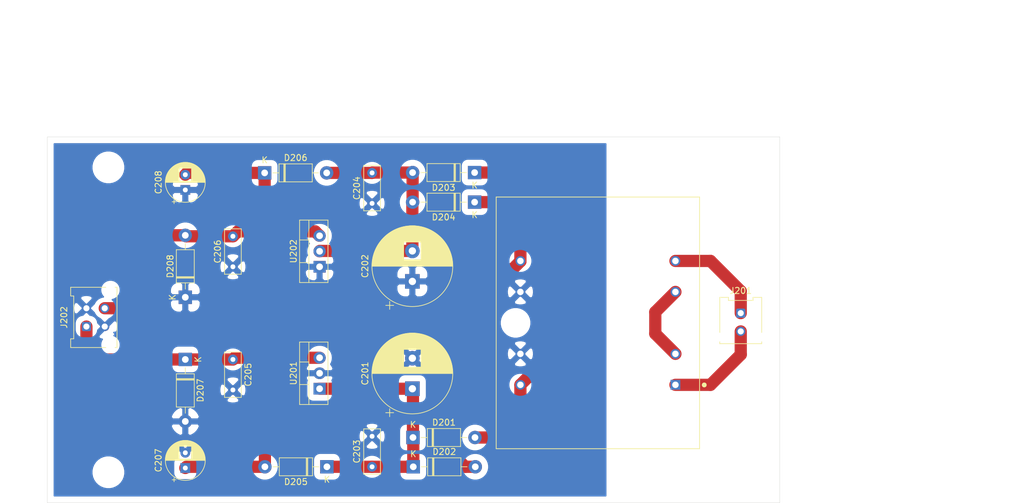
<source format=kicad_pcb>
(kicad_pcb (version 20171130) (host pcbnew "(5.1.9-0-10_14)")

  (general
    (thickness 1.6)
    (drawings 12)
    (tracks 69)
    (zones 0)
    (modules 25)
    (nets 11)
  )

  (page A4)
  (title_block
    (title "OHMCODER POWERBOARD")
    (date 2021-06-19)
    (company OHMMUSICCOLLECTIVE)
  )

  (layers
    (0 F.Cu signal)
    (31 B.Cu signal)
    (32 B.Adhes user)
    (33 F.Adhes user)
    (34 B.Paste user)
    (35 F.Paste user)
    (36 B.SilkS user)
    (37 F.SilkS user)
    (38 B.Mask user)
    (39 F.Mask user)
    (40 Dwgs.User user)
    (41 Cmts.User user)
    (42 Eco1.User user)
    (43 Eco2.User user)
    (44 Edge.Cuts user)
    (45 Margin user)
    (46 B.CrtYd user)
    (47 F.CrtYd user)
    (48 B.Fab user)
    (49 F.Fab user)
  )

  (setup
    (last_trace_width 0.1524)
    (user_trace_width 1.016)
    (user_trace_width 2)
    (trace_clearance 0.1524)
    (zone_clearance 1)
    (zone_45_only no)
    (trace_min 0.1524)
    (via_size 0.8)
    (via_drill 0.4)
    (via_min_size 0.508)
    (via_min_drill 0.3302)
    (uvia_size 0.254)
    (uvia_drill 0.1524)
    (uvias_allowed no)
    (uvia_min_size 0.1524)
    (uvia_min_drill 0.1016)
    (edge_width 0.0508)
    (segment_width 0.1524)
    (pcb_text_width 0.3)
    (pcb_text_size 1.5 1.5)
    (mod_edge_width 0.1524)
    (mod_text_size 1 1)
    (mod_text_width 0.15)
    (pad_size 1.524 1.524)
    (pad_drill 0.762)
    (pad_to_mask_clearance 0)
    (aux_axis_origin 0 0)
    (visible_elements FFFFFF7F)
    (pcbplotparams
      (layerselection 0x010fc_ffffffff)
      (usegerberextensions false)
      (usegerberattributes true)
      (usegerberadvancedattributes true)
      (creategerberjobfile true)
      (excludeedgelayer true)
      (linewidth 0.100000)
      (plotframeref false)
      (viasonmask false)
      (mode 1)
      (useauxorigin false)
      (hpglpennumber 1)
      (hpglpenspeed 20)
      (hpglpendiameter 15.000000)
      (psnegative false)
      (psa4output false)
      (plotreference true)
      (plotvalue true)
      (plotinvisibletext false)
      (padsonsilk false)
      (subtractmaskfromsilk false)
      (outputformat 4)
      (mirror false)
      (drillshape 0)
      (scaleselection 1)
      (outputdirectory ""))
  )

  (net 0 "")
  (net 1 GND)
  (net 2 +12V)
  (net 3 -12V)
  (net 4 "Net-(D201-Pad2)")
  (net 5 "Net-(D202-Pad2)")
  (net 6 "Net-(T201-Pad3)")
  (net 7 "Net-(J201-Pad1)")
  (net 8 "Net-(J201-Pad2)")
  (net 9 "Net-(C201-Pad1)")
  (net 10 "Net-(C202-Pad2)")

  (net_class Default "This is the default net class."
    (clearance 0.1524)
    (trace_width 0.1524)
    (via_dia 0.8)
    (via_drill 0.4)
    (uvia_dia 0.254)
    (uvia_drill 0.1524)
    (diff_pair_width 0.254)
    (diff_pair_gap 0.254)
    (add_net "Net-(C201-Pad1)")
    (add_net "Net-(C202-Pad2)")
    (add_net "Net-(D201-Pad2)")
    (add_net "Net-(D202-Pad2)")
    (add_net "Net-(J201-Pad1)")
    (add_net "Net-(J201-Pad2)")
    (add_net "Net-(T201-Pad3)")
  )

  (net_class POWER ""
    (clearance 0.508)
    (trace_width 0.508)
    (via_dia 1.2)
    (via_drill 0.6)
    (uvia_dia 0.254)
    (uvia_drill 0.1524)
    (diff_pair_width 0.508)
    (diff_pair_gap 0.508)
    (add_net +12V)
    (add_net -12V)
    (add_net GND)
  )

  (module OHMCODER:XFMR_VPP36-140 (layer F.Cu) (tedit 60CC7F5E) (tstamp 61594DCD)
    (at 180.2 101 90)
    (path /615D5ED5)
    (fp_text reference T201 (at 24.7 0 180) (layer F.SilkS) hide
      (effects (font (size 5.08 5.08) (thickness 0.015)))
    )
    (fp_text value VPP36-140 (at -0.3 0 90) (layer F.Fab)
      (effects (font (size 5.08 5.08) (thickness 0.015)))
    )
    (fp_line (start -20.6375 16.6624) (end -20.6375 -16.6624) (layer F.Fab) (width 0.127))
    (fp_line (start -20.6375 -16.6624) (end 20.6375 -16.6624) (layer F.Fab) (width 0.127))
    (fp_line (start 20.6375 -16.6624) (end 20.6375 16.6624) (layer F.Fab) (width 0.127))
    (fp_line (start 20.6375 16.6624) (end -20.6375 16.6624) (layer F.Fab) (width 0.127))
    (fp_line (start -20.6375 16.6624) (end -20.6375 -16.6624) (layer F.SilkS) (width 0.127))
    (fp_line (start -20.6375 -16.6624) (end 20.6375 -16.6624) (layer F.SilkS) (width 0.127))
    (fp_line (start 20.6375 -16.6624) (end 20.6375 16.6624) (layer F.SilkS) (width 0.127))
    (fp_line (start 20.6375 16.6624) (end -20.6375 16.6624) (layer F.SilkS) (width 0.127))
    (fp_line (start -20.8875 16.9124) (end -20.8875 -16.9124) (layer F.CrtYd) (width 0.05))
    (fp_line (start -20.8875 -16.9124) (end 20.8875 -16.9124) (layer F.CrtYd) (width 0.05))
    (fp_line (start 20.8875 -16.9124) (end 20.8875 16.9124) (layer F.CrtYd) (width 0.05))
    (fp_line (start 20.8875 16.9124) (end -20.8875 16.9124) (layer F.CrtYd) (width 0.05))
    (fp_circle (center -10.18 17.42) (end -9.98 17.42) (layer F.SilkS) (width 0.4))
    (fp_circle (center -10.18 17.42) (end -9.98 17.42) (layer F.Fab) (width 0.4))
    (pad "" np_thru_hole circle (at 0 -13.4874 90) (size 2.8448 2.8448) (drill 2.8448) (layers *.Cu *.Mask))
    (pad None np_thru_hole circle (at 0 13.4874 90) (size 2.8448 2.8448) (drill 2.8448) (layers *.Cu *.Mask))
    (pad 12 thru_hole circle (at 10.16 -12.7 90) (size 1.6002 1.6002) (drill 1.0668) (layers *.Cu *.Mask)
      (net 5 "Net-(D202-Pad2)"))
    (pad 10 thru_hole circle (at 5.08 -12.7 90) (size 1.6002 1.6002) (drill 1.0668) (layers *.Cu *.Mask)
      (net 1 GND))
    (pad 9 thru_hole circle (at -5.08 -12.7 90) (size 1.6002 1.6002) (drill 1.0668) (layers *.Cu *.Mask)
      (net 1 GND))
    (pad 7 thru_hole circle (at -10.16 -12.7 90) (size 1.6002 1.6002) (drill 1.0668) (layers *.Cu *.Mask)
      (net 4 "Net-(D201-Pad2)"))
    (pad 6 thru_hole circle (at 10.16 12.7 90) (size 1.6002 1.6002) (drill 1.0668) (layers *.Cu *.Mask)
      (net 7 "Net-(J201-Pad1)"))
    (pad 4 thru_hole circle (at 5.08 12.7 90) (size 1.6002 1.6002) (drill 1.0668) (layers *.Cu *.Mask)
      (net 6 "Net-(T201-Pad3)"))
    (pad 3 thru_hole circle (at -5.08 12.7 90) (size 1.6002 1.6002) (drill 1.0668) (layers *.Cu *.Mask)
      (net 6 "Net-(T201-Pad3)"))
    (pad 1 thru_hole rect (at -10.16 12.7 90) (size 1.6002 1.6002) (drill 1.0668) (layers *.Cu *.Mask)
      (net 8 "Net-(J201-Pad2)"))
    (model "${KIPRJMOD}/OHMCODER.pretty/Triad Magnetics-VPP36-140.step"
      (offset (xyz 0 0 10))
      (scale (xyz 1 1 1))
      (rotate (xyz -90 0 90))
    )
  )

  (module MountingHole:MountingHole_3.2mm_M3 (layer F.Cu) (tedit 56D1B4CB) (tstamp 6158F858)
    (at 200 125.5)
    (descr "Mounting Hole 3.2mm, no annular, M3")
    (tags "mounting hole 3.2mm no annular m3")
    (attr virtual)
    (fp_text reference REF** (at 0 -4.2) (layer F.SilkS) hide
      (effects (font (size 1 1) (thickness 0.15)))
    )
    (fp_text value MountingHole_3.2mm_M3 (at 0 4.2) (layer F.Fab)
      (effects (font (size 1 1) (thickness 0.15)))
    )
    (fp_circle (center 0 0) (end 3.45 0) (layer F.CrtYd) (width 0.05))
    (fp_circle (center 0 0) (end 3.2 0) (layer Cmts.User) (width 0.15))
    (fp_text user %R (at 0.3 0) (layer F.Fab)
      (effects (font (size 1 1) (thickness 0.15)))
    )
    (pad 1 np_thru_hole circle (at 0 0) (size 3.2 3.2) (drill 3.2) (layers *.Cu *.Mask))
  )

  (module MountingHole:MountingHole_3.2mm_M3 (layer F.Cu) (tedit 56D1B4CB) (tstamp 6158F819)
    (at 100 125.5)
    (descr "Mounting Hole 3.2mm, no annular, M3")
    (tags "mounting hole 3.2mm no annular m3")
    (attr virtual)
    (fp_text reference REF** (at 0 -4.2) (layer F.SilkS) hide
      (effects (font (size 1 1) (thickness 0.15)))
    )
    (fp_text value MountingHole_3.2mm_M3 (at 0 4.2) (layer F.Fab)
      (effects (font (size 1 1) (thickness 0.15)))
    )
    (fp_circle (center 0 0) (end 3.45 0) (layer F.CrtYd) (width 0.05))
    (fp_circle (center 0 0) (end 3.2 0) (layer Cmts.User) (width 0.15))
    (fp_text user %R (at 0.3 0) (layer F.Fab)
      (effects (font (size 1 1) (thickness 0.15)))
    )
    (pad 1 np_thru_hole circle (at 0 0) (size 3.2 3.2) (drill 3.2) (layers *.Cu *.Mask))
  )

  (module MountingHole:MountingHole_3.2mm_M3 (layer F.Cu) (tedit 56D1B4CB) (tstamp 6158ECBF)
    (at 200 75.5)
    (descr "Mounting Hole 3.2mm, no annular, M3")
    (tags "mounting hole 3.2mm no annular m3")
    (attr virtual)
    (fp_text reference REF** (at 0 -4.2) (layer F.SilkS) hide
      (effects (font (size 1 1) (thickness 0.15)))
    )
    (fp_text value MountingHole_3.2mm_M3 (at 0 4.2) (layer F.Fab)
      (effects (font (size 1 1) (thickness 0.15)))
    )
    (fp_circle (center 0 0) (end 3.45 0) (layer F.CrtYd) (width 0.05))
    (fp_circle (center 0 0) (end 3.2 0) (layer Cmts.User) (width 0.15))
    (fp_text user %R (at 0.3 0) (layer F.Fab)
      (effects (font (size 1 1) (thickness 0.15)))
    )
    (pad 1 np_thru_hole circle (at 0 0) (size 3.2 3.2) (drill 3.2) (layers *.Cu *.Mask))
  )

  (module MountingHole:MountingHole_3.2mm_M3 (layer F.Cu) (tedit 56D1B4CB) (tstamp 6158ECB7)
    (at 100 75.5)
    (descr "Mounting Hole 3.2mm, no annular, M3")
    (tags "mounting hole 3.2mm no annular m3")
    (attr virtual)
    (fp_text reference REF** (at 0 -4.2) (layer F.SilkS) hide
      (effects (font (size 1 1) (thickness 0.15)))
    )
    (fp_text value MountingHole_3.2mm_M3 (at 0 4.2) (layer F.Fab)
      (effects (font (size 1 1) (thickness 0.15)))
    )
    (fp_circle (center 0 0) (end 3.45 0) (layer F.CrtYd) (width 0.05))
    (fp_circle (center 0 0) (end 3.2 0) (layer Cmts.User) (width 0.15))
    (fp_text user %R (at 0.3 0) (layer F.Fab)
      (effects (font (size 1 1) (thickness 0.15)))
    )
    (pad 1 np_thru_hole circle (at 0 0) (size 3.2 3.2) (drill 3.2) (layers *.Cu *.Mask))
  )

  (module Package_TO_SOT_THT:TO-220-3_Vertical (layer F.Cu) (tedit 5AC8BA0D) (tstamp 6198EDA7)
    (at 134.6 91.8 90)
    (descr "TO-220-3, Vertical, RM 2.54mm, see https://www.vishay.com/docs/66542/to-220-1.pdf")
    (tags "TO-220-3 Vertical RM 2.54mm")
    (path /615D5F24)
    (fp_text reference U202 (at 2.54 -4.27 90) (layer F.SilkS)
      (effects (font (size 1 1) (thickness 0.15)))
    )
    (fp_text value uA7912 (at 2.54 2.5 90) (layer F.Fab)
      (effects (font (size 1 1) (thickness 0.15)))
    )
    (fp_line (start 7.79 -3.4) (end -2.71 -3.4) (layer F.CrtYd) (width 0.05))
    (fp_line (start 7.79 1.51) (end 7.79 -3.4) (layer F.CrtYd) (width 0.05))
    (fp_line (start -2.71 1.51) (end 7.79 1.51) (layer F.CrtYd) (width 0.05))
    (fp_line (start -2.71 -3.4) (end -2.71 1.51) (layer F.CrtYd) (width 0.05))
    (fp_line (start 4.391 -3.27) (end 4.391 -1.76) (layer F.SilkS) (width 0.12))
    (fp_line (start 0.69 -3.27) (end 0.69 -1.76) (layer F.SilkS) (width 0.12))
    (fp_line (start -2.58 -1.76) (end 7.66 -1.76) (layer F.SilkS) (width 0.12))
    (fp_line (start 7.66 -3.27) (end 7.66 1.371) (layer F.SilkS) (width 0.12))
    (fp_line (start -2.58 -3.27) (end -2.58 1.371) (layer F.SilkS) (width 0.12))
    (fp_line (start -2.58 1.371) (end 7.66 1.371) (layer F.SilkS) (width 0.12))
    (fp_line (start -2.58 -3.27) (end 7.66 -3.27) (layer F.SilkS) (width 0.12))
    (fp_line (start 4.39 -3.15) (end 4.39 -1.88) (layer F.Fab) (width 0.1))
    (fp_line (start 0.69 -3.15) (end 0.69 -1.88) (layer F.Fab) (width 0.1))
    (fp_line (start -2.46 -1.88) (end 7.54 -1.88) (layer F.Fab) (width 0.1))
    (fp_line (start 7.54 -3.15) (end -2.46 -3.15) (layer F.Fab) (width 0.1))
    (fp_line (start 7.54 1.25) (end 7.54 -3.15) (layer F.Fab) (width 0.1))
    (fp_line (start -2.46 1.25) (end 7.54 1.25) (layer F.Fab) (width 0.1))
    (fp_line (start -2.46 -3.15) (end -2.46 1.25) (layer F.Fab) (width 0.1))
    (fp_text user %R (at 2.54 -4.27 90) (layer F.Fab)
      (effects (font (size 1 1) (thickness 0.15)))
    )
    (pad 3 thru_hole oval (at 5.08 0 90) (size 1.905 2) (drill 1.1) (layers *.Cu *.Mask)
      (net 3 -12V))
    (pad 2 thru_hole oval (at 2.54 0 90) (size 1.905 2) (drill 1.1) (layers *.Cu *.Mask)
      (net 10 "Net-(C202-Pad2)"))
    (pad 1 thru_hole rect (at 0 0 90) (size 1.905 2) (drill 1.1) (layers *.Cu *.Mask)
      (net 1 GND))
    (model ${KISYS3DMOD}/Package_TO_SOT_THT.3dshapes/TO-220-3_Vertical.wrl
      (at (xyz 0 0 0))
      (scale (xyz 1 1 1))
      (rotate (xyz 0 0 0))
    )
  )

  (module Package_TO_SOT_THT:TO-220-3_Vertical (layer F.Cu) (tedit 5AC8BA0D) (tstamp 61594DE7)
    (at 134.6 111.8 90)
    (descr "TO-220-3, Vertical, RM 2.54mm, see https://www.vishay.com/docs/66542/to-220-1.pdf")
    (tags "TO-220-3 Vertical RM 2.54mm")
    (path /615D5F07)
    (fp_text reference U201 (at 2.54 -4.27 90) (layer F.SilkS)
      (effects (font (size 1 1) (thickness 0.15)))
    )
    (fp_text value uA7812 (at 2.54 2.5 90) (layer F.Fab)
      (effects (font (size 1 1) (thickness 0.15)))
    )
    (fp_line (start 7.79 -3.4) (end -2.71 -3.4) (layer F.CrtYd) (width 0.05))
    (fp_line (start 7.79 1.51) (end 7.79 -3.4) (layer F.CrtYd) (width 0.05))
    (fp_line (start -2.71 1.51) (end 7.79 1.51) (layer F.CrtYd) (width 0.05))
    (fp_line (start -2.71 -3.4) (end -2.71 1.51) (layer F.CrtYd) (width 0.05))
    (fp_line (start 4.391 -3.27) (end 4.391 -1.76) (layer F.SilkS) (width 0.12))
    (fp_line (start 0.69 -3.27) (end 0.69 -1.76) (layer F.SilkS) (width 0.12))
    (fp_line (start -2.58 -1.76) (end 7.66 -1.76) (layer F.SilkS) (width 0.12))
    (fp_line (start 7.66 -3.27) (end 7.66 1.371) (layer F.SilkS) (width 0.12))
    (fp_line (start -2.58 -3.27) (end -2.58 1.371) (layer F.SilkS) (width 0.12))
    (fp_line (start -2.58 1.371) (end 7.66 1.371) (layer F.SilkS) (width 0.12))
    (fp_line (start -2.58 -3.27) (end 7.66 -3.27) (layer F.SilkS) (width 0.12))
    (fp_line (start 4.39 -3.15) (end 4.39 -1.88) (layer F.Fab) (width 0.1))
    (fp_line (start 0.69 -3.15) (end 0.69 -1.88) (layer F.Fab) (width 0.1))
    (fp_line (start -2.46 -1.88) (end 7.54 -1.88) (layer F.Fab) (width 0.1))
    (fp_line (start 7.54 -3.15) (end -2.46 -3.15) (layer F.Fab) (width 0.1))
    (fp_line (start 7.54 1.25) (end 7.54 -3.15) (layer F.Fab) (width 0.1))
    (fp_line (start -2.46 1.25) (end 7.54 1.25) (layer F.Fab) (width 0.1))
    (fp_line (start -2.46 -3.15) (end -2.46 1.25) (layer F.Fab) (width 0.1))
    (fp_text user %R (at 2.54 -4.27 90) (layer F.Fab)
      (effects (font (size 1 1) (thickness 0.15)))
    )
    (pad 3 thru_hole oval (at 5.08 0 90) (size 1.905 2) (drill 1.1) (layers *.Cu *.Mask)
      (net 2 +12V))
    (pad 2 thru_hole oval (at 2.54 0 90) (size 1.905 2) (drill 1.1) (layers *.Cu *.Mask)
      (net 1 GND))
    (pad 1 thru_hole rect (at 0 0 90) (size 1.905 2) (drill 1.1) (layers *.Cu *.Mask)
      (net 9 "Net-(C201-Pad1)"))
    (model ${KISYS3DMOD}/Package_TO_SOT_THT.3dshapes/TO-220-3_Vertical.wrl
      (at (xyz 0 0 0))
      (scale (xyz 1 1 1))
      (rotate (xyz 0 0 0))
    )
  )

  (module OHMCODER:Molex_Micro-Fit_3.0_43045-0412_2x02_P3.00mm_Vertical (layer F.Cu) (tedit 61587ECA) (tstamp 61594DB1)
    (at 96.4 101.6 90)
    (descr "Molex Micro-Fit 3.0 Connector System, 43045-0412 (compatible alternatives: 43045-0413, 43045-0424), 2 Pins per row (http://www.molex.com/pdm_docs/sd/430450212_sd.pdf), generated with kicad-footprint-generator")
    (tags "connector Molex Micro-Fit_3.0 side entry")
    (path /615D5FBC)
    (fp_text reference J202 (at 1.5 -3.67 90) (layer F.SilkS)
      (effects (font (size 1 1) (thickness 0.15)))
    )
    (fp_text value Conn_02x02_Odd_Even (at 1.5 7.5 90) (layer F.Fab)
      (effects (font (size 1 1) (thickness 0.15)))
    )
    (fp_line (start -2.125 -1.97) (end -2.125 -2.47) (layer F.Fab) (width 0.1))
    (fp_line (start -2.125 -2.47) (end -3.325 -2.47) (layer F.Fab) (width 0.1))
    (fp_line (start -3.325 -2.47) (end -3.325 4.9) (layer F.Fab) (width 0.1))
    (fp_line (start -3.325 4.9) (end 6.325 4.9) (layer F.Fab) (width 0.1))
    (fp_line (start 6.325 4.9) (end 6.325 -2.47) (layer F.Fab) (width 0.1))
    (fp_line (start 6.325 -2.47) (end 5.125 -2.47) (layer F.Fab) (width 0.1))
    (fp_line (start 5.125 -2.47) (end 5.125 -1.97) (layer F.Fab) (width 0.1))
    (fp_line (start 5.125 -1.97) (end -2.125 -1.97) (layer F.Fab) (width 0.1))
    (fp_line (start -3.325 -1.34) (end -2.125 -1.97) (layer F.Fab) (width 0.1))
    (fp_line (start 6.325 -1.34) (end 5.125 -1.97) (layer F.Fab) (width 0.1))
    (fp_line (start 0.8 4.9) (end 0.8 6.3) (layer F.Fab) (width 0.1))
    (fp_line (start 0.8 6.3) (end 2.2 6.3) (layer F.Fab) (width 0.1))
    (fp_line (start 2.2 6.3) (end 2.2 4.9) (layer F.Fab) (width 0.1))
    (fp_line (start -0.5 -1.97) (end 0 -1.262893) (layer F.Fab) (width 0.1))
    (fp_line (start 0 -1.262893) (end 0.5 -1.97) (layer F.Fab) (width 0.1))
    (fp_line (start -3.435 4.7) (end -3.435 5.01) (layer F.SilkS) (width 0.12))
    (fp_line (start -3.435 5.01) (end 6.435 5.01) (layer F.SilkS) (width 0.12))
    (fp_line (start 6.435 5.01) (end 6.435 4.7) (layer F.SilkS) (width 0.12))
    (fp_line (start -3.435 3.18) (end -3.435 -2.58) (layer F.SilkS) (width 0.12))
    (fp_line (start -3.435 -2.58) (end -2.015 -2.58) (layer F.SilkS) (width 0.12))
    (fp_line (start -2.015 -2.58) (end -2.015 -2.08) (layer F.SilkS) (width 0.12))
    (fp_line (start -2.015 -2.08) (end 5.015 -2.08) (layer F.SilkS) (width 0.12))
    (fp_line (start 5.015 -2.08) (end 5.015 -2.58) (layer F.SilkS) (width 0.12))
    (fp_line (start 5.015 -2.58) (end 6.435 -2.58) (layer F.SilkS) (width 0.12))
    (fp_line (start 6.435 -2.58) (end 6.435 3.18) (layer F.SilkS) (width 0.12))
    (fp_line (start -3.82 -2.97) (end 6.82 -2.97) (layer F.CrtYd) (width 0.05))
    (fp_line (start 6.82 -2.97) (end 6.82 6.8) (layer F.CrtYd) (width 0.05))
    (fp_line (start 6.82 6.8) (end -3.82 6.8) (layer F.CrtYd) (width 0.05))
    (fp_line (start -3.82 6.8) (end -3.82 -2.97) (layer F.CrtYd) (width 0.05))
    (fp_text user %R (at 1.5 4.2 90) (layer F.Fab)
      (effects (font (size 1 1) (thickness 0.15)))
    )
    (pad "" np_thru_hole circle (at -3 3.94 90) (size 1 1) (drill 1) (layers *.Cu *.Mask))
    (pad "" np_thru_hole circle (at 6 3.94 90) (size 1 1) (drill 1) (layers *.Cu *.Mask))
    (pad 1 thru_hole roundrect (at 0 0 90) (size 1.5 1.5) (drill 1) (layers *.Cu *.Mask) (roundrect_rratio 0.1666666666666667)
      (net 2 +12V))
    (pad 2 thru_hole circle (at 3 0 90) (size 1.5 1.5) (drill 1) (layers *.Cu *.Mask)
      (net 1 GND))
    (pad 3 thru_hole circle (at 0 3 90) (size 1.5 1.5) (drill 1) (layers *.Cu *.Mask)
      (net 1 GND))
    (pad 4 thru_hole circle (at 3 3 90) (size 1.5 1.5) (drill 1) (layers *.Cu *.Mask)
      (net 3 -12V))
    (model ${KIPRJMOD}/OHMCODER.pretty/430450412.stp
      (offset (xyz 1.5 -1.5 5))
      (scale (xyz 1 1 1))
      (rotate (xyz 0 0 180))
    )
  )

  (module OHMCODER:Molex_Micro-Fit_3.0_43045-0212_2x01_P3.00mm_Vertical (layer F.Cu) (tedit 61587B33) (tstamp 61594D89)
    (at 203.6 99.4)
    (descr "Molex Micro-Fit 3.0 Connector System, 43045-0212 (compatible alternatives: 43045-0213, 43045-0224), 1 Pins per row (http://www.molex.com/pdm_docs/sd/430450212_sd.pdf), generated with kicad-footprint-generator")
    (tags "connector Molex Micro-Fit_3.0 side entry")
    (path /615D5FB6)
    (fp_text reference J201 (at 0 -3.67) (layer F.SilkS)
      (effects (font (size 1 1) (thickness 0.15)))
    )
    (fp_text value Conn_01x02_Female (at 0 7.5) (layer F.Fab)
      (effects (font (size 1 1) (thickness 0.15)))
    )
    (fp_line (start -2.125 -1.97) (end -2.125 -2.47) (layer F.Fab) (width 0.1))
    (fp_line (start -2.125 -2.47) (end -3.325 -2.47) (layer F.Fab) (width 0.1))
    (fp_line (start -3.325 -2.47) (end -3.325 4.9) (layer F.Fab) (width 0.1))
    (fp_line (start -3.325 4.9) (end 3.325 4.9) (layer F.Fab) (width 0.1))
    (fp_line (start 3.325 4.9) (end 3.325 -2.47) (layer F.Fab) (width 0.1))
    (fp_line (start 3.325 -2.47) (end 2.125 -2.47) (layer F.Fab) (width 0.1))
    (fp_line (start 2.125 -2.47) (end 2.125 -1.97) (layer F.Fab) (width 0.1))
    (fp_line (start 2.125 -1.97) (end -2.125 -1.97) (layer F.Fab) (width 0.1))
    (fp_line (start -3.325 -1.34) (end -2.125 -1.97) (layer F.Fab) (width 0.1))
    (fp_line (start 3.325 -1.34) (end 2.125 -1.97) (layer F.Fab) (width 0.1))
    (fp_line (start -0.7 4.9) (end -0.7 6.3) (layer F.Fab) (width 0.1))
    (fp_line (start -0.7 6.3) (end 0.7 6.3) (layer F.Fab) (width 0.1))
    (fp_line (start 0.7 6.3) (end 0.7 4.9) (layer F.Fab) (width 0.1))
    (fp_line (start -0.5 -1.97) (end 0 -1.262893) (layer F.Fab) (width 0.1))
    (fp_line (start 0 -1.262893) (end 0.5 -1.97) (layer F.Fab) (width 0.1))
    (fp_line (start -3.435 4.7) (end -3.435 5.01) (layer F.SilkS) (width 0.12))
    (fp_line (start -3.435 5.01) (end 3.435 5.01) (layer F.SilkS) (width 0.12))
    (fp_line (start 3.435 5.01) (end 3.435 4.7) (layer F.SilkS) (width 0.12))
    (fp_line (start -3.435 3.18) (end -3.435 -2.58) (layer F.SilkS) (width 0.12))
    (fp_line (start -3.435 -2.58) (end -2.015 -2.58) (layer F.SilkS) (width 0.12))
    (fp_line (start -2.015 -2.58) (end -2.015 -2.08) (layer F.SilkS) (width 0.12))
    (fp_line (start -2.015 -2.08) (end 2.015 -2.08) (layer F.SilkS) (width 0.12))
    (fp_line (start 2.015 -2.08) (end 2.015 -2.58) (layer F.SilkS) (width 0.12))
    (fp_line (start 2.015 -2.58) (end 3.435 -2.58) (layer F.SilkS) (width 0.12))
    (fp_line (start 3.435 -2.58) (end 3.435 3.18) (layer F.SilkS) (width 0.12))
    (fp_line (start -3.82 -2.97) (end 3.82 -2.97) (layer F.CrtYd) (width 0.05))
    (fp_line (start 3.82 -2.97) (end 3.82 6.8) (layer F.CrtYd) (width 0.05))
    (fp_line (start 3.82 6.8) (end -3.82 6.8) (layer F.CrtYd) (width 0.05))
    (fp_line (start -3.82 6.8) (end -3.82 -2.97) (layer F.CrtYd) (width 0.05))
    (fp_text user %R (at 0 4.2) (layer F.Fab)
      (effects (font (size 1 1) (thickness 0.15)))
    )
    (pad "" np_thru_hole circle (at -3 3.94) (size 1 1) (drill 1) (layers *.Cu *.Mask))
    (pad "" np_thru_hole circle (at 3 3.94) (size 1 1) (drill 1) (layers *.Cu *.Mask))
    (pad 1 thru_hole roundrect (at 0 0) (size 1.5 1.5) (drill 1) (layers *.Cu *.Mask) (roundrect_rratio 0.1666666666666667)
      (net 7 "Net-(J201-Pad1)"))
    (pad 2 thru_hole circle (at 0 3) (size 1.5 1.5) (drill 1) (layers *.Cu *.Mask)
      (net 8 "Net-(J201-Pad2)"))
    (model ${KIPRJMOD}/OHMCODER.pretty/430450212.stp
      (offset (xyz 0 -1.5 5))
      (scale (xyz 1 1 1))
      (rotate (xyz 0 0 180))
    )
  )

  (module Diode_THT:D_DO-41_SOD81_P10.16mm_Horizontal (layer F.Cu) (tedit 5AE50CD5) (tstamp 61594D63)
    (at 112.6 96.8 90)
    (descr "Diode, DO-41_SOD81 series, Axial, Horizontal, pin pitch=10.16mm, , length*diameter=5.2*2.7mm^2, , http://www.diodes.com/_files/packages/DO-41%20(Plastic).pdf")
    (tags "Diode DO-41_SOD81 series Axial Horizontal pin pitch 10.16mm  length 5.2mm diameter 2.7mm")
    (path /615D5F4D)
    (fp_text reference D208 (at 5.08 -2.47 90) (layer F.SilkS)
      (effects (font (size 1 1) (thickness 0.15)))
    )
    (fp_text value 1N4002 (at 5.08 2.47 90) (layer F.Fab)
      (effects (font (size 1 1) (thickness 0.15)))
    )
    (fp_line (start 11.51 -1.6) (end -1.35 -1.6) (layer F.CrtYd) (width 0.05))
    (fp_line (start 11.51 1.6) (end 11.51 -1.6) (layer F.CrtYd) (width 0.05))
    (fp_line (start -1.35 1.6) (end 11.51 1.6) (layer F.CrtYd) (width 0.05))
    (fp_line (start -1.35 -1.6) (end -1.35 1.6) (layer F.CrtYd) (width 0.05))
    (fp_line (start 3.14 -1.47) (end 3.14 1.47) (layer F.SilkS) (width 0.12))
    (fp_line (start 3.38 -1.47) (end 3.38 1.47) (layer F.SilkS) (width 0.12))
    (fp_line (start 3.26 -1.47) (end 3.26 1.47) (layer F.SilkS) (width 0.12))
    (fp_line (start 8.82 0) (end 7.8 0) (layer F.SilkS) (width 0.12))
    (fp_line (start 1.34 0) (end 2.36 0) (layer F.SilkS) (width 0.12))
    (fp_line (start 7.8 -1.47) (end 2.36 -1.47) (layer F.SilkS) (width 0.12))
    (fp_line (start 7.8 1.47) (end 7.8 -1.47) (layer F.SilkS) (width 0.12))
    (fp_line (start 2.36 1.47) (end 7.8 1.47) (layer F.SilkS) (width 0.12))
    (fp_line (start 2.36 -1.47) (end 2.36 1.47) (layer F.SilkS) (width 0.12))
    (fp_line (start 3.16 -1.35) (end 3.16 1.35) (layer F.Fab) (width 0.1))
    (fp_line (start 3.36 -1.35) (end 3.36 1.35) (layer F.Fab) (width 0.1))
    (fp_line (start 3.26 -1.35) (end 3.26 1.35) (layer F.Fab) (width 0.1))
    (fp_line (start 10.16 0) (end 7.68 0) (layer F.Fab) (width 0.1))
    (fp_line (start 0 0) (end 2.48 0) (layer F.Fab) (width 0.1))
    (fp_line (start 7.68 -1.35) (end 2.48 -1.35) (layer F.Fab) (width 0.1))
    (fp_line (start 7.68 1.35) (end 7.68 -1.35) (layer F.Fab) (width 0.1))
    (fp_line (start 2.48 1.35) (end 7.68 1.35) (layer F.Fab) (width 0.1))
    (fp_line (start 2.48 -1.35) (end 2.48 1.35) (layer F.Fab) (width 0.1))
    (fp_text user K (at 0 -2.1 90) (layer F.SilkS)
      (effects (font (size 1 1) (thickness 0.15)))
    )
    (fp_text user K (at 0 -2.1 90) (layer F.Fab)
      (effects (font (size 1 1) (thickness 0.15)))
    )
    (fp_text user %R (at 5.47 0 90) (layer F.Fab)
      (effects (font (size 1 1) (thickness 0.15)))
    )
    (pad 2 thru_hole oval (at 10.16 0 90) (size 2.2 2.2) (drill 1.1) (layers *.Cu *.Mask)
      (net 3 -12V))
    (pad 1 thru_hole rect (at 0 0 90) (size 2.2 2.2) (drill 1.1) (layers *.Cu *.Mask)
      (net 1 GND))
    (model ${KISYS3DMOD}/Diode_THT.3dshapes/D_DO-41_SOD81_P10.16mm_Horizontal.wrl
      (at (xyz 0 0 0))
      (scale (xyz 1 1 1))
      (rotate (xyz 0 0 0))
    )
  )

  (module Diode_THT:D_DO-41_SOD81_P10.16mm_Horizontal (layer F.Cu) (tedit 5AE50CD5) (tstamp 61991E1E)
    (at 112.6 107 270)
    (descr "Diode, DO-41_SOD81 series, Axial, Horizontal, pin pitch=10.16mm, , length*diameter=5.2*2.7mm^2, , http://www.diodes.com/_files/packages/DO-41%20(Plastic).pdf")
    (tags "Diode DO-41_SOD81 series Axial Horizontal pin pitch 10.16mm  length 5.2mm diameter 2.7mm")
    (path /615D5F47)
    (fp_text reference D207 (at 5.08 -2.47 90) (layer F.SilkS)
      (effects (font (size 1 1) (thickness 0.15)))
    )
    (fp_text value 1N4002 (at 5.08 2.47 90) (layer F.Fab)
      (effects (font (size 1 1) (thickness 0.15)))
    )
    (fp_line (start 11.51 -1.6) (end -1.35 -1.6) (layer F.CrtYd) (width 0.05))
    (fp_line (start 11.51 1.6) (end 11.51 -1.6) (layer F.CrtYd) (width 0.05))
    (fp_line (start -1.35 1.6) (end 11.51 1.6) (layer F.CrtYd) (width 0.05))
    (fp_line (start -1.35 -1.6) (end -1.35 1.6) (layer F.CrtYd) (width 0.05))
    (fp_line (start 3.14 -1.47) (end 3.14 1.47) (layer F.SilkS) (width 0.12))
    (fp_line (start 3.38 -1.47) (end 3.38 1.47) (layer F.SilkS) (width 0.12))
    (fp_line (start 3.26 -1.47) (end 3.26 1.47) (layer F.SilkS) (width 0.12))
    (fp_line (start 8.82 0) (end 7.8 0) (layer F.SilkS) (width 0.12))
    (fp_line (start 1.34 0) (end 2.36 0) (layer F.SilkS) (width 0.12))
    (fp_line (start 7.8 -1.47) (end 2.36 -1.47) (layer F.SilkS) (width 0.12))
    (fp_line (start 7.8 1.47) (end 7.8 -1.47) (layer F.SilkS) (width 0.12))
    (fp_line (start 2.36 1.47) (end 7.8 1.47) (layer F.SilkS) (width 0.12))
    (fp_line (start 2.36 -1.47) (end 2.36 1.47) (layer F.SilkS) (width 0.12))
    (fp_line (start 3.16 -1.35) (end 3.16 1.35) (layer F.Fab) (width 0.1))
    (fp_line (start 3.36 -1.35) (end 3.36 1.35) (layer F.Fab) (width 0.1))
    (fp_line (start 3.26 -1.35) (end 3.26 1.35) (layer F.Fab) (width 0.1))
    (fp_line (start 10.16 0) (end 7.68 0) (layer F.Fab) (width 0.1))
    (fp_line (start 0 0) (end 2.48 0) (layer F.Fab) (width 0.1))
    (fp_line (start 7.68 -1.35) (end 2.48 -1.35) (layer F.Fab) (width 0.1))
    (fp_line (start 7.68 1.35) (end 7.68 -1.35) (layer F.Fab) (width 0.1))
    (fp_line (start 2.48 1.35) (end 7.68 1.35) (layer F.Fab) (width 0.1))
    (fp_line (start 2.48 -1.35) (end 2.48 1.35) (layer F.Fab) (width 0.1))
    (fp_text user K (at 0 -2.1 90) (layer F.SilkS)
      (effects (font (size 1 1) (thickness 0.15)))
    )
    (fp_text user K (at 0 -2.1 90) (layer F.Fab)
      (effects (font (size 1 1) (thickness 0.15)))
    )
    (fp_text user %R (at 5.47 0 90) (layer F.Fab)
      (effects (font (size 1 1) (thickness 0.15)))
    )
    (pad 2 thru_hole oval (at 10.16 0 270) (size 2.2 2.2) (drill 1.1) (layers *.Cu *.Mask)
      (net 1 GND))
    (pad 1 thru_hole rect (at 0 0 270) (size 2.2 2.2) (drill 1.1) (layers *.Cu *.Mask)
      (net 2 +12V))
    (model ${KISYS3DMOD}/Diode_THT.3dshapes/D_DO-41_SOD81_P10.16mm_Horizontal.wrl
      (at (xyz 0 0 0))
      (scale (xyz 1 1 1))
      (rotate (xyz 0 0 0))
    )
  )

  (module Diode_THT:D_DO-41_SOD81_P10.16mm_Horizontal (layer F.Cu) (tedit 5AE50CD5) (tstamp 61594D25)
    (at 125.6 76.4)
    (descr "Diode, DO-41_SOD81 series, Axial, Horizontal, pin pitch=10.16mm, , length*diameter=5.2*2.7mm^2, , http://www.diodes.com/_files/packages/DO-41%20(Plastic).pdf")
    (tags "Diode DO-41_SOD81 series Axial Horizontal pin pitch 10.16mm  length 5.2mm diameter 2.7mm")
    (path /615D5F33)
    (fp_text reference D206 (at 5.08 -2.47) (layer F.SilkS)
      (effects (font (size 1 1) (thickness 0.15)))
    )
    (fp_text value 1N4002 (at 5.08 2.47) (layer F.Fab)
      (effects (font (size 1 1) (thickness 0.15)))
    )
    (fp_line (start 11.51 -1.6) (end -1.35 -1.6) (layer F.CrtYd) (width 0.05))
    (fp_line (start 11.51 1.6) (end 11.51 -1.6) (layer F.CrtYd) (width 0.05))
    (fp_line (start -1.35 1.6) (end 11.51 1.6) (layer F.CrtYd) (width 0.05))
    (fp_line (start -1.35 -1.6) (end -1.35 1.6) (layer F.CrtYd) (width 0.05))
    (fp_line (start 3.14 -1.47) (end 3.14 1.47) (layer F.SilkS) (width 0.12))
    (fp_line (start 3.38 -1.47) (end 3.38 1.47) (layer F.SilkS) (width 0.12))
    (fp_line (start 3.26 -1.47) (end 3.26 1.47) (layer F.SilkS) (width 0.12))
    (fp_line (start 8.82 0) (end 7.8 0) (layer F.SilkS) (width 0.12))
    (fp_line (start 1.34 0) (end 2.36 0) (layer F.SilkS) (width 0.12))
    (fp_line (start 7.8 -1.47) (end 2.36 -1.47) (layer F.SilkS) (width 0.12))
    (fp_line (start 7.8 1.47) (end 7.8 -1.47) (layer F.SilkS) (width 0.12))
    (fp_line (start 2.36 1.47) (end 7.8 1.47) (layer F.SilkS) (width 0.12))
    (fp_line (start 2.36 -1.47) (end 2.36 1.47) (layer F.SilkS) (width 0.12))
    (fp_line (start 3.16 -1.35) (end 3.16 1.35) (layer F.Fab) (width 0.1))
    (fp_line (start 3.36 -1.35) (end 3.36 1.35) (layer F.Fab) (width 0.1))
    (fp_line (start 3.26 -1.35) (end 3.26 1.35) (layer F.Fab) (width 0.1))
    (fp_line (start 10.16 0) (end 7.68 0) (layer F.Fab) (width 0.1))
    (fp_line (start 0 0) (end 2.48 0) (layer F.Fab) (width 0.1))
    (fp_line (start 7.68 -1.35) (end 2.48 -1.35) (layer F.Fab) (width 0.1))
    (fp_line (start 7.68 1.35) (end 7.68 -1.35) (layer F.Fab) (width 0.1))
    (fp_line (start 2.48 1.35) (end 7.68 1.35) (layer F.Fab) (width 0.1))
    (fp_line (start 2.48 -1.35) (end 2.48 1.35) (layer F.Fab) (width 0.1))
    (fp_text user K (at 0 -2.1) (layer F.SilkS)
      (effects (font (size 1 1) (thickness 0.15)))
    )
    (fp_text user K (at 0 -2.1) (layer F.Fab)
      (effects (font (size 1 1) (thickness 0.15)))
    )
    (fp_text user %R (at 5.47 0) (layer F.Fab)
      (effects (font (size 1 1) (thickness 0.15)))
    )
    (pad 2 thru_hole oval (at 10.16 0) (size 2.2 2.2) (drill 1.1) (layers *.Cu *.Mask)
      (net 10 "Net-(C202-Pad2)"))
    (pad 1 thru_hole rect (at 0 0) (size 2.2 2.2) (drill 1.1) (layers *.Cu *.Mask)
      (net 3 -12V))
    (model ${KISYS3DMOD}/Diode_THT.3dshapes/D_DO-41_SOD81_P10.16mm_Horizontal.wrl
      (at (xyz 0 0 0))
      (scale (xyz 1 1 1))
      (rotate (xyz 0 0 0))
    )
  )

  (module Diode_THT:D_DO-41_SOD81_P10.16mm_Horizontal (layer F.Cu) (tedit 5AE50CD5) (tstamp 618C3282)
    (at 135.8 124.6 180)
    (descr "Diode, DO-41_SOD81 series, Axial, Horizontal, pin pitch=10.16mm, , length*diameter=5.2*2.7mm^2, , http://www.diodes.com/_files/packages/DO-41%20(Plastic).pdf")
    (tags "Diode DO-41_SOD81 series Axial Horizontal pin pitch 10.16mm  length 5.2mm diameter 2.7mm")
    (path /615D5F39)
    (fp_text reference D205 (at 5.08 -2.47) (layer F.SilkS)
      (effects (font (size 1 1) (thickness 0.15)))
    )
    (fp_text value 1N4002 (at 5.08 2.47) (layer F.Fab)
      (effects (font (size 1 1) (thickness 0.15)))
    )
    (fp_line (start 11.51 -1.6) (end -1.35 -1.6) (layer F.CrtYd) (width 0.05))
    (fp_line (start 11.51 1.6) (end 11.51 -1.6) (layer F.CrtYd) (width 0.05))
    (fp_line (start -1.35 1.6) (end 11.51 1.6) (layer F.CrtYd) (width 0.05))
    (fp_line (start -1.35 -1.6) (end -1.35 1.6) (layer F.CrtYd) (width 0.05))
    (fp_line (start 3.14 -1.47) (end 3.14 1.47) (layer F.SilkS) (width 0.12))
    (fp_line (start 3.38 -1.47) (end 3.38 1.47) (layer F.SilkS) (width 0.12))
    (fp_line (start 3.26 -1.47) (end 3.26 1.47) (layer F.SilkS) (width 0.12))
    (fp_line (start 8.82 0) (end 7.8 0) (layer F.SilkS) (width 0.12))
    (fp_line (start 1.34 0) (end 2.36 0) (layer F.SilkS) (width 0.12))
    (fp_line (start 7.8 -1.47) (end 2.36 -1.47) (layer F.SilkS) (width 0.12))
    (fp_line (start 7.8 1.47) (end 7.8 -1.47) (layer F.SilkS) (width 0.12))
    (fp_line (start 2.36 1.47) (end 7.8 1.47) (layer F.SilkS) (width 0.12))
    (fp_line (start 2.36 -1.47) (end 2.36 1.47) (layer F.SilkS) (width 0.12))
    (fp_line (start 3.16 -1.35) (end 3.16 1.35) (layer F.Fab) (width 0.1))
    (fp_line (start 3.36 -1.35) (end 3.36 1.35) (layer F.Fab) (width 0.1))
    (fp_line (start 3.26 -1.35) (end 3.26 1.35) (layer F.Fab) (width 0.1))
    (fp_line (start 10.16 0) (end 7.68 0) (layer F.Fab) (width 0.1))
    (fp_line (start 0 0) (end 2.48 0) (layer F.Fab) (width 0.1))
    (fp_line (start 7.68 -1.35) (end 2.48 -1.35) (layer F.Fab) (width 0.1))
    (fp_line (start 7.68 1.35) (end 7.68 -1.35) (layer F.Fab) (width 0.1))
    (fp_line (start 2.48 1.35) (end 7.68 1.35) (layer F.Fab) (width 0.1))
    (fp_line (start 2.48 -1.35) (end 2.48 1.35) (layer F.Fab) (width 0.1))
    (fp_text user K (at 0 -2.1) (layer F.SilkS)
      (effects (font (size 1 1) (thickness 0.15)))
    )
    (fp_text user K (at 0 -2.1) (layer F.Fab)
      (effects (font (size 1 1) (thickness 0.15)))
    )
    (fp_text user %R (at 5.47 0) (layer F.Fab)
      (effects (font (size 1 1) (thickness 0.15)))
    )
    (pad 2 thru_hole oval (at 10.16 0 180) (size 2.2 2.2) (drill 1.1) (layers *.Cu *.Mask)
      (net 2 +12V))
    (pad 1 thru_hole rect (at 0 0 180) (size 2.2 2.2) (drill 1.1) (layers *.Cu *.Mask)
      (net 9 "Net-(C201-Pad1)"))
    (model ${KISYS3DMOD}/Diode_THT.3dshapes/D_DO-41_SOD81_P10.16mm_Horizontal.wrl
      (at (xyz 0 0 0))
      (scale (xyz 1 1 1))
      (rotate (xyz 0 0 0))
    )
  )

  (module Diode_THT:D_DO-41_SOD81_P10.16mm_Horizontal (layer F.Cu) (tedit 5AE50CD5) (tstamp 61594CE7)
    (at 160 81.2 180)
    (descr "Diode, DO-41_SOD81 series, Axial, Horizontal, pin pitch=10.16mm, , length*diameter=5.2*2.7mm^2, , http://www.diodes.com/_files/packages/DO-41%20(Plastic).pdf")
    (tags "Diode DO-41_SOD81 series Axial Horizontal pin pitch 10.16mm  length 5.2mm diameter 2.7mm")
    (path /615D5ECC)
    (fp_text reference D204 (at 5.08 -2.47) (layer F.SilkS)
      (effects (font (size 1 1) (thickness 0.15)))
    )
    (fp_text value 1N4002 (at 5.08 2.47) (layer F.Fab)
      (effects (font (size 1 1) (thickness 0.15)))
    )
    (fp_line (start 11.51 -1.6) (end -1.35 -1.6) (layer F.CrtYd) (width 0.05))
    (fp_line (start 11.51 1.6) (end 11.51 -1.6) (layer F.CrtYd) (width 0.05))
    (fp_line (start -1.35 1.6) (end 11.51 1.6) (layer F.CrtYd) (width 0.05))
    (fp_line (start -1.35 -1.6) (end -1.35 1.6) (layer F.CrtYd) (width 0.05))
    (fp_line (start 3.14 -1.47) (end 3.14 1.47) (layer F.SilkS) (width 0.12))
    (fp_line (start 3.38 -1.47) (end 3.38 1.47) (layer F.SilkS) (width 0.12))
    (fp_line (start 3.26 -1.47) (end 3.26 1.47) (layer F.SilkS) (width 0.12))
    (fp_line (start 8.82 0) (end 7.8 0) (layer F.SilkS) (width 0.12))
    (fp_line (start 1.34 0) (end 2.36 0) (layer F.SilkS) (width 0.12))
    (fp_line (start 7.8 -1.47) (end 2.36 -1.47) (layer F.SilkS) (width 0.12))
    (fp_line (start 7.8 1.47) (end 7.8 -1.47) (layer F.SilkS) (width 0.12))
    (fp_line (start 2.36 1.47) (end 7.8 1.47) (layer F.SilkS) (width 0.12))
    (fp_line (start 2.36 -1.47) (end 2.36 1.47) (layer F.SilkS) (width 0.12))
    (fp_line (start 3.16 -1.35) (end 3.16 1.35) (layer F.Fab) (width 0.1))
    (fp_line (start 3.36 -1.35) (end 3.36 1.35) (layer F.Fab) (width 0.1))
    (fp_line (start 3.26 -1.35) (end 3.26 1.35) (layer F.Fab) (width 0.1))
    (fp_line (start 10.16 0) (end 7.68 0) (layer F.Fab) (width 0.1))
    (fp_line (start 0 0) (end 2.48 0) (layer F.Fab) (width 0.1))
    (fp_line (start 7.68 -1.35) (end 2.48 -1.35) (layer F.Fab) (width 0.1))
    (fp_line (start 7.68 1.35) (end 7.68 -1.35) (layer F.Fab) (width 0.1))
    (fp_line (start 2.48 1.35) (end 7.68 1.35) (layer F.Fab) (width 0.1))
    (fp_line (start 2.48 -1.35) (end 2.48 1.35) (layer F.Fab) (width 0.1))
    (fp_text user K (at 0 -2.1) (layer F.SilkS)
      (effects (font (size 1 1) (thickness 0.15)))
    )
    (fp_text user K (at 0 -2.1) (layer F.Fab)
      (effects (font (size 1 1) (thickness 0.15)))
    )
    (fp_text user %R (at 5.47 0) (layer F.Fab)
      (effects (font (size 1 1) (thickness 0.15)))
    )
    (pad 2 thru_hole oval (at 10.16 0 180) (size 2.2 2.2) (drill 1.1) (layers *.Cu *.Mask)
      (net 10 "Net-(C202-Pad2)"))
    (pad 1 thru_hole rect (at 0 0 180) (size 2.2 2.2) (drill 1.1) (layers *.Cu *.Mask)
      (net 5 "Net-(D202-Pad2)"))
    (model ${KISYS3DMOD}/Diode_THT.3dshapes/D_DO-41_SOD81_P10.16mm_Horizontal.wrl
      (at (xyz 0 0 0))
      (scale (xyz 1 1 1))
      (rotate (xyz 0 0 0))
    )
  )

  (module Diode_THT:D_DO-41_SOD81_P10.16mm_Horizontal (layer F.Cu) (tedit 5AE50CD5) (tstamp 61594CC8)
    (at 160 76.35 180)
    (descr "Diode, DO-41_SOD81 series, Axial, Horizontal, pin pitch=10.16mm, , length*diameter=5.2*2.7mm^2, , http://www.diodes.com/_files/packages/DO-41%20(Plastic).pdf")
    (tags "Diode DO-41_SOD81 series Axial Horizontal pin pitch 10.16mm  length 5.2mm diameter 2.7mm")
    (path /615D5EC6)
    (fp_text reference D203 (at 5.08 -2.47) (layer F.SilkS)
      (effects (font (size 1 1) (thickness 0.15)))
    )
    (fp_text value 1N4002 (at 5.08 2.47) (layer F.Fab)
      (effects (font (size 1 1) (thickness 0.15)))
    )
    (fp_line (start 11.51 -1.6) (end -1.35 -1.6) (layer F.CrtYd) (width 0.05))
    (fp_line (start 11.51 1.6) (end 11.51 -1.6) (layer F.CrtYd) (width 0.05))
    (fp_line (start -1.35 1.6) (end 11.51 1.6) (layer F.CrtYd) (width 0.05))
    (fp_line (start -1.35 -1.6) (end -1.35 1.6) (layer F.CrtYd) (width 0.05))
    (fp_line (start 3.14 -1.47) (end 3.14 1.47) (layer F.SilkS) (width 0.12))
    (fp_line (start 3.38 -1.47) (end 3.38 1.47) (layer F.SilkS) (width 0.12))
    (fp_line (start 3.26 -1.47) (end 3.26 1.47) (layer F.SilkS) (width 0.12))
    (fp_line (start 8.82 0) (end 7.8 0) (layer F.SilkS) (width 0.12))
    (fp_line (start 1.34 0) (end 2.36 0) (layer F.SilkS) (width 0.12))
    (fp_line (start 7.8 -1.47) (end 2.36 -1.47) (layer F.SilkS) (width 0.12))
    (fp_line (start 7.8 1.47) (end 7.8 -1.47) (layer F.SilkS) (width 0.12))
    (fp_line (start 2.36 1.47) (end 7.8 1.47) (layer F.SilkS) (width 0.12))
    (fp_line (start 2.36 -1.47) (end 2.36 1.47) (layer F.SilkS) (width 0.12))
    (fp_line (start 3.16 -1.35) (end 3.16 1.35) (layer F.Fab) (width 0.1))
    (fp_line (start 3.36 -1.35) (end 3.36 1.35) (layer F.Fab) (width 0.1))
    (fp_line (start 3.26 -1.35) (end 3.26 1.35) (layer F.Fab) (width 0.1))
    (fp_line (start 10.16 0) (end 7.68 0) (layer F.Fab) (width 0.1))
    (fp_line (start 0 0) (end 2.48 0) (layer F.Fab) (width 0.1))
    (fp_line (start 7.68 -1.35) (end 2.48 -1.35) (layer F.Fab) (width 0.1))
    (fp_line (start 7.68 1.35) (end 7.68 -1.35) (layer F.Fab) (width 0.1))
    (fp_line (start 2.48 1.35) (end 7.68 1.35) (layer F.Fab) (width 0.1))
    (fp_line (start 2.48 -1.35) (end 2.48 1.35) (layer F.Fab) (width 0.1))
    (fp_text user K (at 0 -2.1) (layer F.SilkS)
      (effects (font (size 1 1) (thickness 0.15)))
    )
    (fp_text user K (at 0 -2.1) (layer F.Fab)
      (effects (font (size 1 1) (thickness 0.15)))
    )
    (fp_text user %R (at 5.47 0) (layer F.Fab)
      (effects (font (size 1 1) (thickness 0.15)))
    )
    (pad 2 thru_hole oval (at 10.16 0 180) (size 2.2 2.2) (drill 1.1) (layers *.Cu *.Mask)
      (net 10 "Net-(C202-Pad2)"))
    (pad 1 thru_hole rect (at 0 0 180) (size 2.2 2.2) (drill 1.1) (layers *.Cu *.Mask)
      (net 4 "Net-(D201-Pad2)"))
    (model ${KISYS3DMOD}/Diode_THT.3dshapes/D_DO-41_SOD81_P10.16mm_Horizontal.wrl
      (at (xyz 0 0 0))
      (scale (xyz 1 1 1))
      (rotate (xyz 0 0 0))
    )
  )

  (module Diode_THT:D_DO-41_SOD81_P10.16mm_Horizontal (layer F.Cu) (tedit 5AE50CD5) (tstamp 61594CA9)
    (at 149.95 124.6)
    (descr "Diode, DO-41_SOD81 series, Axial, Horizontal, pin pitch=10.16mm, , length*diameter=5.2*2.7mm^2, , http://www.diodes.com/_files/packages/DO-41%20(Plastic).pdf")
    (tags "Diode DO-41_SOD81 series Axial Horizontal pin pitch 10.16mm  length 5.2mm diameter 2.7mm")
    (path /615D5EC0)
    (fp_text reference D202 (at 5.08 -2.47) (layer F.SilkS)
      (effects (font (size 1 1) (thickness 0.15)))
    )
    (fp_text value 1N4002 (at 5.08 2.47) (layer F.Fab)
      (effects (font (size 1 1) (thickness 0.15)))
    )
    (fp_line (start 11.51 -1.6) (end -1.35 -1.6) (layer F.CrtYd) (width 0.05))
    (fp_line (start 11.51 1.6) (end 11.51 -1.6) (layer F.CrtYd) (width 0.05))
    (fp_line (start -1.35 1.6) (end 11.51 1.6) (layer F.CrtYd) (width 0.05))
    (fp_line (start -1.35 -1.6) (end -1.35 1.6) (layer F.CrtYd) (width 0.05))
    (fp_line (start 3.14 -1.47) (end 3.14 1.47) (layer F.SilkS) (width 0.12))
    (fp_line (start 3.38 -1.47) (end 3.38 1.47) (layer F.SilkS) (width 0.12))
    (fp_line (start 3.26 -1.47) (end 3.26 1.47) (layer F.SilkS) (width 0.12))
    (fp_line (start 8.82 0) (end 7.8 0) (layer F.SilkS) (width 0.12))
    (fp_line (start 1.34 0) (end 2.36 0) (layer F.SilkS) (width 0.12))
    (fp_line (start 7.8 -1.47) (end 2.36 -1.47) (layer F.SilkS) (width 0.12))
    (fp_line (start 7.8 1.47) (end 7.8 -1.47) (layer F.SilkS) (width 0.12))
    (fp_line (start 2.36 1.47) (end 7.8 1.47) (layer F.SilkS) (width 0.12))
    (fp_line (start 2.36 -1.47) (end 2.36 1.47) (layer F.SilkS) (width 0.12))
    (fp_line (start 3.16 -1.35) (end 3.16 1.35) (layer F.Fab) (width 0.1))
    (fp_line (start 3.36 -1.35) (end 3.36 1.35) (layer F.Fab) (width 0.1))
    (fp_line (start 3.26 -1.35) (end 3.26 1.35) (layer F.Fab) (width 0.1))
    (fp_line (start 10.16 0) (end 7.68 0) (layer F.Fab) (width 0.1))
    (fp_line (start 0 0) (end 2.48 0) (layer F.Fab) (width 0.1))
    (fp_line (start 7.68 -1.35) (end 2.48 -1.35) (layer F.Fab) (width 0.1))
    (fp_line (start 7.68 1.35) (end 7.68 -1.35) (layer F.Fab) (width 0.1))
    (fp_line (start 2.48 1.35) (end 7.68 1.35) (layer F.Fab) (width 0.1))
    (fp_line (start 2.48 -1.35) (end 2.48 1.35) (layer F.Fab) (width 0.1))
    (fp_text user K (at 0 -2.1) (layer F.SilkS)
      (effects (font (size 1 1) (thickness 0.15)))
    )
    (fp_text user K (at 0 -2.1) (layer F.Fab)
      (effects (font (size 1 1) (thickness 0.15)))
    )
    (fp_text user %R (at 5.47 0) (layer F.Fab)
      (effects (font (size 1 1) (thickness 0.15)))
    )
    (pad 2 thru_hole oval (at 10.16 0) (size 2.2 2.2) (drill 1.1) (layers *.Cu *.Mask)
      (net 5 "Net-(D202-Pad2)"))
    (pad 1 thru_hole rect (at 0 0) (size 2.2 2.2) (drill 1.1) (layers *.Cu *.Mask)
      (net 9 "Net-(C201-Pad1)"))
    (model ${KISYS3DMOD}/Diode_THT.3dshapes/D_DO-41_SOD81_P10.16mm_Horizontal.wrl
      (at (xyz 0 0 0))
      (scale (xyz 1 1 1))
      (rotate (xyz 0 0 0))
    )
  )

  (module Diode_THT:D_DO-41_SOD81_P10.16mm_Horizontal (layer F.Cu) (tedit 5AE50CD5) (tstamp 61594C8A)
    (at 149.9 119.8)
    (descr "Diode, DO-41_SOD81 series, Axial, Horizontal, pin pitch=10.16mm, , length*diameter=5.2*2.7mm^2, , http://www.diodes.com/_files/packages/DO-41%20(Plastic).pdf")
    (tags "Diode DO-41_SOD81 series Axial Horizontal pin pitch 10.16mm  length 5.2mm diameter 2.7mm")
    (path /615D5EBA)
    (fp_text reference D201 (at 5.08 -2.47) (layer F.SilkS)
      (effects (font (size 1 1) (thickness 0.15)))
    )
    (fp_text value 1N4002 (at 5.08 2.47) (layer F.Fab)
      (effects (font (size 1 1) (thickness 0.15)))
    )
    (fp_line (start 11.51 -1.6) (end -1.35 -1.6) (layer F.CrtYd) (width 0.05))
    (fp_line (start 11.51 1.6) (end 11.51 -1.6) (layer F.CrtYd) (width 0.05))
    (fp_line (start -1.35 1.6) (end 11.51 1.6) (layer F.CrtYd) (width 0.05))
    (fp_line (start -1.35 -1.6) (end -1.35 1.6) (layer F.CrtYd) (width 0.05))
    (fp_line (start 3.14 -1.47) (end 3.14 1.47) (layer F.SilkS) (width 0.12))
    (fp_line (start 3.38 -1.47) (end 3.38 1.47) (layer F.SilkS) (width 0.12))
    (fp_line (start 3.26 -1.47) (end 3.26 1.47) (layer F.SilkS) (width 0.12))
    (fp_line (start 8.82 0) (end 7.8 0) (layer F.SilkS) (width 0.12))
    (fp_line (start 1.34 0) (end 2.36 0) (layer F.SilkS) (width 0.12))
    (fp_line (start 7.8 -1.47) (end 2.36 -1.47) (layer F.SilkS) (width 0.12))
    (fp_line (start 7.8 1.47) (end 7.8 -1.47) (layer F.SilkS) (width 0.12))
    (fp_line (start 2.36 1.47) (end 7.8 1.47) (layer F.SilkS) (width 0.12))
    (fp_line (start 2.36 -1.47) (end 2.36 1.47) (layer F.SilkS) (width 0.12))
    (fp_line (start 3.16 -1.35) (end 3.16 1.35) (layer F.Fab) (width 0.1))
    (fp_line (start 3.36 -1.35) (end 3.36 1.35) (layer F.Fab) (width 0.1))
    (fp_line (start 3.26 -1.35) (end 3.26 1.35) (layer F.Fab) (width 0.1))
    (fp_line (start 10.16 0) (end 7.68 0) (layer F.Fab) (width 0.1))
    (fp_line (start 0 0) (end 2.48 0) (layer F.Fab) (width 0.1))
    (fp_line (start 7.68 -1.35) (end 2.48 -1.35) (layer F.Fab) (width 0.1))
    (fp_line (start 7.68 1.35) (end 7.68 -1.35) (layer F.Fab) (width 0.1))
    (fp_line (start 2.48 1.35) (end 7.68 1.35) (layer F.Fab) (width 0.1))
    (fp_line (start 2.48 -1.35) (end 2.48 1.35) (layer F.Fab) (width 0.1))
    (fp_text user K (at 0 -2.1) (layer F.SilkS)
      (effects (font (size 1 1) (thickness 0.15)))
    )
    (fp_text user K (at 0 -2.1) (layer F.Fab)
      (effects (font (size 1 1) (thickness 0.15)))
    )
    (fp_text user %R (at 5.47 0) (layer F.Fab)
      (effects (font (size 1 1) (thickness 0.15)))
    )
    (pad 2 thru_hole oval (at 10.16 0) (size 2.2 2.2) (drill 1.1) (layers *.Cu *.Mask)
      (net 4 "Net-(D201-Pad2)"))
    (pad 1 thru_hole rect (at 0 0) (size 2.2 2.2) (drill 1.1) (layers *.Cu *.Mask)
      (net 9 "Net-(C201-Pad1)"))
    (model ${KISYS3DMOD}/Diode_THT.3dshapes/D_DO-41_SOD81_P10.16mm_Horizontal.wrl
      (at (xyz 0 0 0))
      (scale (xyz 1 1 1))
      (rotate (xyz 0 0 0))
    )
  )

  (module Capacitor_THT:CP_Radial_D6.3mm_P2.50mm (layer F.Cu) (tedit 5AE50EF0) (tstamp 61594C6B)
    (at 112.6 79.2 90)
    (descr "CP, Radial series, Radial, pin pitch=2.50mm, , diameter=6.3mm, Electrolytic Capacitor")
    (tags "CP Radial series Radial pin pitch 2.50mm  diameter 6.3mm Electrolytic Capacitor")
    (path /615D5F11)
    (fp_text reference C208 (at 1.25 -4.4 90) (layer F.SilkS)
      (effects (font (size 1 1) (thickness 0.15)))
    )
    (fp_text value 100u (at 1.25 4.4 90) (layer F.Fab)
      (effects (font (size 1 1) (thickness 0.15)))
    )
    (fp_line (start -1.935241 -2.154) (end -1.935241 -1.524) (layer F.SilkS) (width 0.12))
    (fp_line (start -2.250241 -1.839) (end -1.620241 -1.839) (layer F.SilkS) (width 0.12))
    (fp_line (start 4.491 -0.402) (end 4.491 0.402) (layer F.SilkS) (width 0.12))
    (fp_line (start 4.451 -0.633) (end 4.451 0.633) (layer F.SilkS) (width 0.12))
    (fp_line (start 4.411 -0.802) (end 4.411 0.802) (layer F.SilkS) (width 0.12))
    (fp_line (start 4.371 -0.94) (end 4.371 0.94) (layer F.SilkS) (width 0.12))
    (fp_line (start 4.331 -1.059) (end 4.331 1.059) (layer F.SilkS) (width 0.12))
    (fp_line (start 4.291 -1.165) (end 4.291 1.165) (layer F.SilkS) (width 0.12))
    (fp_line (start 4.251 -1.262) (end 4.251 1.262) (layer F.SilkS) (width 0.12))
    (fp_line (start 4.211 -1.35) (end 4.211 1.35) (layer F.SilkS) (width 0.12))
    (fp_line (start 4.171 -1.432) (end 4.171 1.432) (layer F.SilkS) (width 0.12))
    (fp_line (start 4.131 -1.509) (end 4.131 1.509) (layer F.SilkS) (width 0.12))
    (fp_line (start 4.091 -1.581) (end 4.091 1.581) (layer F.SilkS) (width 0.12))
    (fp_line (start 4.051 -1.65) (end 4.051 1.65) (layer F.SilkS) (width 0.12))
    (fp_line (start 4.011 -1.714) (end 4.011 1.714) (layer F.SilkS) (width 0.12))
    (fp_line (start 3.971 -1.776) (end 3.971 1.776) (layer F.SilkS) (width 0.12))
    (fp_line (start 3.931 -1.834) (end 3.931 1.834) (layer F.SilkS) (width 0.12))
    (fp_line (start 3.891 -1.89) (end 3.891 1.89) (layer F.SilkS) (width 0.12))
    (fp_line (start 3.851 -1.944) (end 3.851 1.944) (layer F.SilkS) (width 0.12))
    (fp_line (start 3.811 -1.995) (end 3.811 1.995) (layer F.SilkS) (width 0.12))
    (fp_line (start 3.771 -2.044) (end 3.771 2.044) (layer F.SilkS) (width 0.12))
    (fp_line (start 3.731 -2.092) (end 3.731 2.092) (layer F.SilkS) (width 0.12))
    (fp_line (start 3.691 -2.137) (end 3.691 2.137) (layer F.SilkS) (width 0.12))
    (fp_line (start 3.651 -2.182) (end 3.651 2.182) (layer F.SilkS) (width 0.12))
    (fp_line (start 3.611 -2.224) (end 3.611 2.224) (layer F.SilkS) (width 0.12))
    (fp_line (start 3.571 -2.265) (end 3.571 2.265) (layer F.SilkS) (width 0.12))
    (fp_line (start 3.531 1.04) (end 3.531 2.305) (layer F.SilkS) (width 0.12))
    (fp_line (start 3.531 -2.305) (end 3.531 -1.04) (layer F.SilkS) (width 0.12))
    (fp_line (start 3.491 1.04) (end 3.491 2.343) (layer F.SilkS) (width 0.12))
    (fp_line (start 3.491 -2.343) (end 3.491 -1.04) (layer F.SilkS) (width 0.12))
    (fp_line (start 3.451 1.04) (end 3.451 2.38) (layer F.SilkS) (width 0.12))
    (fp_line (start 3.451 -2.38) (end 3.451 -1.04) (layer F.SilkS) (width 0.12))
    (fp_line (start 3.411 1.04) (end 3.411 2.416) (layer F.SilkS) (width 0.12))
    (fp_line (start 3.411 -2.416) (end 3.411 -1.04) (layer F.SilkS) (width 0.12))
    (fp_line (start 3.371 1.04) (end 3.371 2.45) (layer F.SilkS) (width 0.12))
    (fp_line (start 3.371 -2.45) (end 3.371 -1.04) (layer F.SilkS) (width 0.12))
    (fp_line (start 3.331 1.04) (end 3.331 2.484) (layer F.SilkS) (width 0.12))
    (fp_line (start 3.331 -2.484) (end 3.331 -1.04) (layer F.SilkS) (width 0.12))
    (fp_line (start 3.291 1.04) (end 3.291 2.516) (layer F.SilkS) (width 0.12))
    (fp_line (start 3.291 -2.516) (end 3.291 -1.04) (layer F.SilkS) (width 0.12))
    (fp_line (start 3.251 1.04) (end 3.251 2.548) (layer F.SilkS) (width 0.12))
    (fp_line (start 3.251 -2.548) (end 3.251 -1.04) (layer F.SilkS) (width 0.12))
    (fp_line (start 3.211 1.04) (end 3.211 2.578) (layer F.SilkS) (width 0.12))
    (fp_line (start 3.211 -2.578) (end 3.211 -1.04) (layer F.SilkS) (width 0.12))
    (fp_line (start 3.171 1.04) (end 3.171 2.607) (layer F.SilkS) (width 0.12))
    (fp_line (start 3.171 -2.607) (end 3.171 -1.04) (layer F.SilkS) (width 0.12))
    (fp_line (start 3.131 1.04) (end 3.131 2.636) (layer F.SilkS) (width 0.12))
    (fp_line (start 3.131 -2.636) (end 3.131 -1.04) (layer F.SilkS) (width 0.12))
    (fp_line (start 3.091 1.04) (end 3.091 2.664) (layer F.SilkS) (width 0.12))
    (fp_line (start 3.091 -2.664) (end 3.091 -1.04) (layer F.SilkS) (width 0.12))
    (fp_line (start 3.051 1.04) (end 3.051 2.69) (layer F.SilkS) (width 0.12))
    (fp_line (start 3.051 -2.69) (end 3.051 -1.04) (layer F.SilkS) (width 0.12))
    (fp_line (start 3.011 1.04) (end 3.011 2.716) (layer F.SilkS) (width 0.12))
    (fp_line (start 3.011 -2.716) (end 3.011 -1.04) (layer F.SilkS) (width 0.12))
    (fp_line (start 2.971 1.04) (end 2.971 2.742) (layer F.SilkS) (width 0.12))
    (fp_line (start 2.971 -2.742) (end 2.971 -1.04) (layer F.SilkS) (width 0.12))
    (fp_line (start 2.931 1.04) (end 2.931 2.766) (layer F.SilkS) (width 0.12))
    (fp_line (start 2.931 -2.766) (end 2.931 -1.04) (layer F.SilkS) (width 0.12))
    (fp_line (start 2.891 1.04) (end 2.891 2.79) (layer F.SilkS) (width 0.12))
    (fp_line (start 2.891 -2.79) (end 2.891 -1.04) (layer F.SilkS) (width 0.12))
    (fp_line (start 2.851 1.04) (end 2.851 2.812) (layer F.SilkS) (width 0.12))
    (fp_line (start 2.851 -2.812) (end 2.851 -1.04) (layer F.SilkS) (width 0.12))
    (fp_line (start 2.811 1.04) (end 2.811 2.834) (layer F.SilkS) (width 0.12))
    (fp_line (start 2.811 -2.834) (end 2.811 -1.04) (layer F.SilkS) (width 0.12))
    (fp_line (start 2.771 1.04) (end 2.771 2.856) (layer F.SilkS) (width 0.12))
    (fp_line (start 2.771 -2.856) (end 2.771 -1.04) (layer F.SilkS) (width 0.12))
    (fp_line (start 2.731 1.04) (end 2.731 2.876) (layer F.SilkS) (width 0.12))
    (fp_line (start 2.731 -2.876) (end 2.731 -1.04) (layer F.SilkS) (width 0.12))
    (fp_line (start 2.691 1.04) (end 2.691 2.896) (layer F.SilkS) (width 0.12))
    (fp_line (start 2.691 -2.896) (end 2.691 -1.04) (layer F.SilkS) (width 0.12))
    (fp_line (start 2.651 1.04) (end 2.651 2.916) (layer F.SilkS) (width 0.12))
    (fp_line (start 2.651 -2.916) (end 2.651 -1.04) (layer F.SilkS) (width 0.12))
    (fp_line (start 2.611 1.04) (end 2.611 2.934) (layer F.SilkS) (width 0.12))
    (fp_line (start 2.611 -2.934) (end 2.611 -1.04) (layer F.SilkS) (width 0.12))
    (fp_line (start 2.571 1.04) (end 2.571 2.952) (layer F.SilkS) (width 0.12))
    (fp_line (start 2.571 -2.952) (end 2.571 -1.04) (layer F.SilkS) (width 0.12))
    (fp_line (start 2.531 1.04) (end 2.531 2.97) (layer F.SilkS) (width 0.12))
    (fp_line (start 2.531 -2.97) (end 2.531 -1.04) (layer F.SilkS) (width 0.12))
    (fp_line (start 2.491 1.04) (end 2.491 2.986) (layer F.SilkS) (width 0.12))
    (fp_line (start 2.491 -2.986) (end 2.491 -1.04) (layer F.SilkS) (width 0.12))
    (fp_line (start 2.451 1.04) (end 2.451 3.002) (layer F.SilkS) (width 0.12))
    (fp_line (start 2.451 -3.002) (end 2.451 -1.04) (layer F.SilkS) (width 0.12))
    (fp_line (start 2.411 1.04) (end 2.411 3.018) (layer F.SilkS) (width 0.12))
    (fp_line (start 2.411 -3.018) (end 2.411 -1.04) (layer F.SilkS) (width 0.12))
    (fp_line (start 2.371 1.04) (end 2.371 3.033) (layer F.SilkS) (width 0.12))
    (fp_line (start 2.371 -3.033) (end 2.371 -1.04) (layer F.SilkS) (width 0.12))
    (fp_line (start 2.331 1.04) (end 2.331 3.047) (layer F.SilkS) (width 0.12))
    (fp_line (start 2.331 -3.047) (end 2.331 -1.04) (layer F.SilkS) (width 0.12))
    (fp_line (start 2.291 1.04) (end 2.291 3.061) (layer F.SilkS) (width 0.12))
    (fp_line (start 2.291 -3.061) (end 2.291 -1.04) (layer F.SilkS) (width 0.12))
    (fp_line (start 2.251 1.04) (end 2.251 3.074) (layer F.SilkS) (width 0.12))
    (fp_line (start 2.251 -3.074) (end 2.251 -1.04) (layer F.SilkS) (width 0.12))
    (fp_line (start 2.211 1.04) (end 2.211 3.086) (layer F.SilkS) (width 0.12))
    (fp_line (start 2.211 -3.086) (end 2.211 -1.04) (layer F.SilkS) (width 0.12))
    (fp_line (start 2.171 1.04) (end 2.171 3.098) (layer F.SilkS) (width 0.12))
    (fp_line (start 2.171 -3.098) (end 2.171 -1.04) (layer F.SilkS) (width 0.12))
    (fp_line (start 2.131 1.04) (end 2.131 3.11) (layer F.SilkS) (width 0.12))
    (fp_line (start 2.131 -3.11) (end 2.131 -1.04) (layer F.SilkS) (width 0.12))
    (fp_line (start 2.091 1.04) (end 2.091 3.121) (layer F.SilkS) (width 0.12))
    (fp_line (start 2.091 -3.121) (end 2.091 -1.04) (layer F.SilkS) (width 0.12))
    (fp_line (start 2.051 1.04) (end 2.051 3.131) (layer F.SilkS) (width 0.12))
    (fp_line (start 2.051 -3.131) (end 2.051 -1.04) (layer F.SilkS) (width 0.12))
    (fp_line (start 2.011 1.04) (end 2.011 3.141) (layer F.SilkS) (width 0.12))
    (fp_line (start 2.011 -3.141) (end 2.011 -1.04) (layer F.SilkS) (width 0.12))
    (fp_line (start 1.971 1.04) (end 1.971 3.15) (layer F.SilkS) (width 0.12))
    (fp_line (start 1.971 -3.15) (end 1.971 -1.04) (layer F.SilkS) (width 0.12))
    (fp_line (start 1.93 1.04) (end 1.93 3.159) (layer F.SilkS) (width 0.12))
    (fp_line (start 1.93 -3.159) (end 1.93 -1.04) (layer F.SilkS) (width 0.12))
    (fp_line (start 1.89 1.04) (end 1.89 3.167) (layer F.SilkS) (width 0.12))
    (fp_line (start 1.89 -3.167) (end 1.89 -1.04) (layer F.SilkS) (width 0.12))
    (fp_line (start 1.85 1.04) (end 1.85 3.175) (layer F.SilkS) (width 0.12))
    (fp_line (start 1.85 -3.175) (end 1.85 -1.04) (layer F.SilkS) (width 0.12))
    (fp_line (start 1.81 1.04) (end 1.81 3.182) (layer F.SilkS) (width 0.12))
    (fp_line (start 1.81 -3.182) (end 1.81 -1.04) (layer F.SilkS) (width 0.12))
    (fp_line (start 1.77 1.04) (end 1.77 3.189) (layer F.SilkS) (width 0.12))
    (fp_line (start 1.77 -3.189) (end 1.77 -1.04) (layer F.SilkS) (width 0.12))
    (fp_line (start 1.73 1.04) (end 1.73 3.195) (layer F.SilkS) (width 0.12))
    (fp_line (start 1.73 -3.195) (end 1.73 -1.04) (layer F.SilkS) (width 0.12))
    (fp_line (start 1.69 1.04) (end 1.69 3.201) (layer F.SilkS) (width 0.12))
    (fp_line (start 1.69 -3.201) (end 1.69 -1.04) (layer F.SilkS) (width 0.12))
    (fp_line (start 1.65 1.04) (end 1.65 3.206) (layer F.SilkS) (width 0.12))
    (fp_line (start 1.65 -3.206) (end 1.65 -1.04) (layer F.SilkS) (width 0.12))
    (fp_line (start 1.61 1.04) (end 1.61 3.211) (layer F.SilkS) (width 0.12))
    (fp_line (start 1.61 -3.211) (end 1.61 -1.04) (layer F.SilkS) (width 0.12))
    (fp_line (start 1.57 1.04) (end 1.57 3.215) (layer F.SilkS) (width 0.12))
    (fp_line (start 1.57 -3.215) (end 1.57 -1.04) (layer F.SilkS) (width 0.12))
    (fp_line (start 1.53 1.04) (end 1.53 3.218) (layer F.SilkS) (width 0.12))
    (fp_line (start 1.53 -3.218) (end 1.53 -1.04) (layer F.SilkS) (width 0.12))
    (fp_line (start 1.49 1.04) (end 1.49 3.222) (layer F.SilkS) (width 0.12))
    (fp_line (start 1.49 -3.222) (end 1.49 -1.04) (layer F.SilkS) (width 0.12))
    (fp_line (start 1.45 -3.224) (end 1.45 3.224) (layer F.SilkS) (width 0.12))
    (fp_line (start 1.41 -3.227) (end 1.41 3.227) (layer F.SilkS) (width 0.12))
    (fp_line (start 1.37 -3.228) (end 1.37 3.228) (layer F.SilkS) (width 0.12))
    (fp_line (start 1.33 -3.23) (end 1.33 3.23) (layer F.SilkS) (width 0.12))
    (fp_line (start 1.29 -3.23) (end 1.29 3.23) (layer F.SilkS) (width 0.12))
    (fp_line (start 1.25 -3.23) (end 1.25 3.23) (layer F.SilkS) (width 0.12))
    (fp_line (start -1.128972 -1.6885) (end -1.128972 -1.0585) (layer F.Fab) (width 0.1))
    (fp_line (start -1.443972 -1.3735) (end -0.813972 -1.3735) (layer F.Fab) (width 0.1))
    (fp_circle (center 1.25 0) (end 4.65 0) (layer F.CrtYd) (width 0.05))
    (fp_circle (center 1.25 0) (end 4.52 0) (layer F.SilkS) (width 0.12))
    (fp_circle (center 1.25 0) (end 4.4 0) (layer F.Fab) (width 0.1))
    (fp_text user %R (at 1.25 0 90) (layer F.Fab)
      (effects (font (size 1 1) (thickness 0.15)))
    )
    (pad 2 thru_hole circle (at 2.5 0 90) (size 1.6 1.6) (drill 0.8) (layers *.Cu *.Mask)
      (net 3 -12V))
    (pad 1 thru_hole rect (at 0 0 90) (size 1.6 1.6) (drill 0.8) (layers *.Cu *.Mask)
      (net 1 GND))
    (model ${KISYS3DMOD}/Capacitor_THT.3dshapes/CP_Radial_D6.3mm_P2.50mm.wrl
      (at (xyz 0 0 0))
      (scale (xyz 1 1 1))
      (rotate (xyz 0 0 0))
    )
  )

  (module Capacitor_THT:CP_Radial_D6.3mm_P2.50mm (layer F.Cu) (tedit 5AE50EF0) (tstamp 61594BD7)
    (at 112.6 124.8 90)
    (descr "CP, Radial series, Radial, pin pitch=2.50mm, , diameter=6.3mm, Electrolytic Capacitor")
    (tags "CP Radial series Radial pin pitch 2.50mm  diameter 6.3mm Electrolytic Capacitor")
    (path /615D5EE5)
    (fp_text reference C207 (at 1.25 -4.4 90) (layer F.SilkS)
      (effects (font (size 1 1) (thickness 0.15)))
    )
    (fp_text value 100u (at 1.25 4.4 90) (layer F.Fab)
      (effects (font (size 1 1) (thickness 0.15)))
    )
    (fp_line (start -1.935241 -2.154) (end -1.935241 -1.524) (layer F.SilkS) (width 0.12))
    (fp_line (start -2.250241 -1.839) (end -1.620241 -1.839) (layer F.SilkS) (width 0.12))
    (fp_line (start 4.491 -0.402) (end 4.491 0.402) (layer F.SilkS) (width 0.12))
    (fp_line (start 4.451 -0.633) (end 4.451 0.633) (layer F.SilkS) (width 0.12))
    (fp_line (start 4.411 -0.802) (end 4.411 0.802) (layer F.SilkS) (width 0.12))
    (fp_line (start 4.371 -0.94) (end 4.371 0.94) (layer F.SilkS) (width 0.12))
    (fp_line (start 4.331 -1.059) (end 4.331 1.059) (layer F.SilkS) (width 0.12))
    (fp_line (start 4.291 -1.165) (end 4.291 1.165) (layer F.SilkS) (width 0.12))
    (fp_line (start 4.251 -1.262) (end 4.251 1.262) (layer F.SilkS) (width 0.12))
    (fp_line (start 4.211 -1.35) (end 4.211 1.35) (layer F.SilkS) (width 0.12))
    (fp_line (start 4.171 -1.432) (end 4.171 1.432) (layer F.SilkS) (width 0.12))
    (fp_line (start 4.131 -1.509) (end 4.131 1.509) (layer F.SilkS) (width 0.12))
    (fp_line (start 4.091 -1.581) (end 4.091 1.581) (layer F.SilkS) (width 0.12))
    (fp_line (start 4.051 -1.65) (end 4.051 1.65) (layer F.SilkS) (width 0.12))
    (fp_line (start 4.011 -1.714) (end 4.011 1.714) (layer F.SilkS) (width 0.12))
    (fp_line (start 3.971 -1.776) (end 3.971 1.776) (layer F.SilkS) (width 0.12))
    (fp_line (start 3.931 -1.834) (end 3.931 1.834) (layer F.SilkS) (width 0.12))
    (fp_line (start 3.891 -1.89) (end 3.891 1.89) (layer F.SilkS) (width 0.12))
    (fp_line (start 3.851 -1.944) (end 3.851 1.944) (layer F.SilkS) (width 0.12))
    (fp_line (start 3.811 -1.995) (end 3.811 1.995) (layer F.SilkS) (width 0.12))
    (fp_line (start 3.771 -2.044) (end 3.771 2.044) (layer F.SilkS) (width 0.12))
    (fp_line (start 3.731 -2.092) (end 3.731 2.092) (layer F.SilkS) (width 0.12))
    (fp_line (start 3.691 -2.137) (end 3.691 2.137) (layer F.SilkS) (width 0.12))
    (fp_line (start 3.651 -2.182) (end 3.651 2.182) (layer F.SilkS) (width 0.12))
    (fp_line (start 3.611 -2.224) (end 3.611 2.224) (layer F.SilkS) (width 0.12))
    (fp_line (start 3.571 -2.265) (end 3.571 2.265) (layer F.SilkS) (width 0.12))
    (fp_line (start 3.531 1.04) (end 3.531 2.305) (layer F.SilkS) (width 0.12))
    (fp_line (start 3.531 -2.305) (end 3.531 -1.04) (layer F.SilkS) (width 0.12))
    (fp_line (start 3.491 1.04) (end 3.491 2.343) (layer F.SilkS) (width 0.12))
    (fp_line (start 3.491 -2.343) (end 3.491 -1.04) (layer F.SilkS) (width 0.12))
    (fp_line (start 3.451 1.04) (end 3.451 2.38) (layer F.SilkS) (width 0.12))
    (fp_line (start 3.451 -2.38) (end 3.451 -1.04) (layer F.SilkS) (width 0.12))
    (fp_line (start 3.411 1.04) (end 3.411 2.416) (layer F.SilkS) (width 0.12))
    (fp_line (start 3.411 -2.416) (end 3.411 -1.04) (layer F.SilkS) (width 0.12))
    (fp_line (start 3.371 1.04) (end 3.371 2.45) (layer F.SilkS) (width 0.12))
    (fp_line (start 3.371 -2.45) (end 3.371 -1.04) (layer F.SilkS) (width 0.12))
    (fp_line (start 3.331 1.04) (end 3.331 2.484) (layer F.SilkS) (width 0.12))
    (fp_line (start 3.331 -2.484) (end 3.331 -1.04) (layer F.SilkS) (width 0.12))
    (fp_line (start 3.291 1.04) (end 3.291 2.516) (layer F.SilkS) (width 0.12))
    (fp_line (start 3.291 -2.516) (end 3.291 -1.04) (layer F.SilkS) (width 0.12))
    (fp_line (start 3.251 1.04) (end 3.251 2.548) (layer F.SilkS) (width 0.12))
    (fp_line (start 3.251 -2.548) (end 3.251 -1.04) (layer F.SilkS) (width 0.12))
    (fp_line (start 3.211 1.04) (end 3.211 2.578) (layer F.SilkS) (width 0.12))
    (fp_line (start 3.211 -2.578) (end 3.211 -1.04) (layer F.SilkS) (width 0.12))
    (fp_line (start 3.171 1.04) (end 3.171 2.607) (layer F.SilkS) (width 0.12))
    (fp_line (start 3.171 -2.607) (end 3.171 -1.04) (layer F.SilkS) (width 0.12))
    (fp_line (start 3.131 1.04) (end 3.131 2.636) (layer F.SilkS) (width 0.12))
    (fp_line (start 3.131 -2.636) (end 3.131 -1.04) (layer F.SilkS) (width 0.12))
    (fp_line (start 3.091 1.04) (end 3.091 2.664) (layer F.SilkS) (width 0.12))
    (fp_line (start 3.091 -2.664) (end 3.091 -1.04) (layer F.SilkS) (width 0.12))
    (fp_line (start 3.051 1.04) (end 3.051 2.69) (layer F.SilkS) (width 0.12))
    (fp_line (start 3.051 -2.69) (end 3.051 -1.04) (layer F.SilkS) (width 0.12))
    (fp_line (start 3.011 1.04) (end 3.011 2.716) (layer F.SilkS) (width 0.12))
    (fp_line (start 3.011 -2.716) (end 3.011 -1.04) (layer F.SilkS) (width 0.12))
    (fp_line (start 2.971 1.04) (end 2.971 2.742) (layer F.SilkS) (width 0.12))
    (fp_line (start 2.971 -2.742) (end 2.971 -1.04) (layer F.SilkS) (width 0.12))
    (fp_line (start 2.931 1.04) (end 2.931 2.766) (layer F.SilkS) (width 0.12))
    (fp_line (start 2.931 -2.766) (end 2.931 -1.04) (layer F.SilkS) (width 0.12))
    (fp_line (start 2.891 1.04) (end 2.891 2.79) (layer F.SilkS) (width 0.12))
    (fp_line (start 2.891 -2.79) (end 2.891 -1.04) (layer F.SilkS) (width 0.12))
    (fp_line (start 2.851 1.04) (end 2.851 2.812) (layer F.SilkS) (width 0.12))
    (fp_line (start 2.851 -2.812) (end 2.851 -1.04) (layer F.SilkS) (width 0.12))
    (fp_line (start 2.811 1.04) (end 2.811 2.834) (layer F.SilkS) (width 0.12))
    (fp_line (start 2.811 -2.834) (end 2.811 -1.04) (layer F.SilkS) (width 0.12))
    (fp_line (start 2.771 1.04) (end 2.771 2.856) (layer F.SilkS) (width 0.12))
    (fp_line (start 2.771 -2.856) (end 2.771 -1.04) (layer F.SilkS) (width 0.12))
    (fp_line (start 2.731 1.04) (end 2.731 2.876) (layer F.SilkS) (width 0.12))
    (fp_line (start 2.731 -2.876) (end 2.731 -1.04) (layer F.SilkS) (width 0.12))
    (fp_line (start 2.691 1.04) (end 2.691 2.896) (layer F.SilkS) (width 0.12))
    (fp_line (start 2.691 -2.896) (end 2.691 -1.04) (layer F.SilkS) (width 0.12))
    (fp_line (start 2.651 1.04) (end 2.651 2.916) (layer F.SilkS) (width 0.12))
    (fp_line (start 2.651 -2.916) (end 2.651 -1.04) (layer F.SilkS) (width 0.12))
    (fp_line (start 2.611 1.04) (end 2.611 2.934) (layer F.SilkS) (width 0.12))
    (fp_line (start 2.611 -2.934) (end 2.611 -1.04) (layer F.SilkS) (width 0.12))
    (fp_line (start 2.571 1.04) (end 2.571 2.952) (layer F.SilkS) (width 0.12))
    (fp_line (start 2.571 -2.952) (end 2.571 -1.04) (layer F.SilkS) (width 0.12))
    (fp_line (start 2.531 1.04) (end 2.531 2.97) (layer F.SilkS) (width 0.12))
    (fp_line (start 2.531 -2.97) (end 2.531 -1.04) (layer F.SilkS) (width 0.12))
    (fp_line (start 2.491 1.04) (end 2.491 2.986) (layer F.SilkS) (width 0.12))
    (fp_line (start 2.491 -2.986) (end 2.491 -1.04) (layer F.SilkS) (width 0.12))
    (fp_line (start 2.451 1.04) (end 2.451 3.002) (layer F.SilkS) (width 0.12))
    (fp_line (start 2.451 -3.002) (end 2.451 -1.04) (layer F.SilkS) (width 0.12))
    (fp_line (start 2.411 1.04) (end 2.411 3.018) (layer F.SilkS) (width 0.12))
    (fp_line (start 2.411 -3.018) (end 2.411 -1.04) (layer F.SilkS) (width 0.12))
    (fp_line (start 2.371 1.04) (end 2.371 3.033) (layer F.SilkS) (width 0.12))
    (fp_line (start 2.371 -3.033) (end 2.371 -1.04) (layer F.SilkS) (width 0.12))
    (fp_line (start 2.331 1.04) (end 2.331 3.047) (layer F.SilkS) (width 0.12))
    (fp_line (start 2.331 -3.047) (end 2.331 -1.04) (layer F.SilkS) (width 0.12))
    (fp_line (start 2.291 1.04) (end 2.291 3.061) (layer F.SilkS) (width 0.12))
    (fp_line (start 2.291 -3.061) (end 2.291 -1.04) (layer F.SilkS) (width 0.12))
    (fp_line (start 2.251 1.04) (end 2.251 3.074) (layer F.SilkS) (width 0.12))
    (fp_line (start 2.251 -3.074) (end 2.251 -1.04) (layer F.SilkS) (width 0.12))
    (fp_line (start 2.211 1.04) (end 2.211 3.086) (layer F.SilkS) (width 0.12))
    (fp_line (start 2.211 -3.086) (end 2.211 -1.04) (layer F.SilkS) (width 0.12))
    (fp_line (start 2.171 1.04) (end 2.171 3.098) (layer F.SilkS) (width 0.12))
    (fp_line (start 2.171 -3.098) (end 2.171 -1.04) (layer F.SilkS) (width 0.12))
    (fp_line (start 2.131 1.04) (end 2.131 3.11) (layer F.SilkS) (width 0.12))
    (fp_line (start 2.131 -3.11) (end 2.131 -1.04) (layer F.SilkS) (width 0.12))
    (fp_line (start 2.091 1.04) (end 2.091 3.121) (layer F.SilkS) (width 0.12))
    (fp_line (start 2.091 -3.121) (end 2.091 -1.04) (layer F.SilkS) (width 0.12))
    (fp_line (start 2.051 1.04) (end 2.051 3.131) (layer F.SilkS) (width 0.12))
    (fp_line (start 2.051 -3.131) (end 2.051 -1.04) (layer F.SilkS) (width 0.12))
    (fp_line (start 2.011 1.04) (end 2.011 3.141) (layer F.SilkS) (width 0.12))
    (fp_line (start 2.011 -3.141) (end 2.011 -1.04) (layer F.SilkS) (width 0.12))
    (fp_line (start 1.971 1.04) (end 1.971 3.15) (layer F.SilkS) (width 0.12))
    (fp_line (start 1.971 -3.15) (end 1.971 -1.04) (layer F.SilkS) (width 0.12))
    (fp_line (start 1.93 1.04) (end 1.93 3.159) (layer F.SilkS) (width 0.12))
    (fp_line (start 1.93 -3.159) (end 1.93 -1.04) (layer F.SilkS) (width 0.12))
    (fp_line (start 1.89 1.04) (end 1.89 3.167) (layer F.SilkS) (width 0.12))
    (fp_line (start 1.89 -3.167) (end 1.89 -1.04) (layer F.SilkS) (width 0.12))
    (fp_line (start 1.85 1.04) (end 1.85 3.175) (layer F.SilkS) (width 0.12))
    (fp_line (start 1.85 -3.175) (end 1.85 -1.04) (layer F.SilkS) (width 0.12))
    (fp_line (start 1.81 1.04) (end 1.81 3.182) (layer F.SilkS) (width 0.12))
    (fp_line (start 1.81 -3.182) (end 1.81 -1.04) (layer F.SilkS) (width 0.12))
    (fp_line (start 1.77 1.04) (end 1.77 3.189) (layer F.SilkS) (width 0.12))
    (fp_line (start 1.77 -3.189) (end 1.77 -1.04) (layer F.SilkS) (width 0.12))
    (fp_line (start 1.73 1.04) (end 1.73 3.195) (layer F.SilkS) (width 0.12))
    (fp_line (start 1.73 -3.195) (end 1.73 -1.04) (layer F.SilkS) (width 0.12))
    (fp_line (start 1.69 1.04) (end 1.69 3.201) (layer F.SilkS) (width 0.12))
    (fp_line (start 1.69 -3.201) (end 1.69 -1.04) (layer F.SilkS) (width 0.12))
    (fp_line (start 1.65 1.04) (end 1.65 3.206) (layer F.SilkS) (width 0.12))
    (fp_line (start 1.65 -3.206) (end 1.65 -1.04) (layer F.SilkS) (width 0.12))
    (fp_line (start 1.61 1.04) (end 1.61 3.211) (layer F.SilkS) (width 0.12))
    (fp_line (start 1.61 -3.211) (end 1.61 -1.04) (layer F.SilkS) (width 0.12))
    (fp_line (start 1.57 1.04) (end 1.57 3.215) (layer F.SilkS) (width 0.12))
    (fp_line (start 1.57 -3.215) (end 1.57 -1.04) (layer F.SilkS) (width 0.12))
    (fp_line (start 1.53 1.04) (end 1.53 3.218) (layer F.SilkS) (width 0.12))
    (fp_line (start 1.53 -3.218) (end 1.53 -1.04) (layer F.SilkS) (width 0.12))
    (fp_line (start 1.49 1.04) (end 1.49 3.222) (layer F.SilkS) (width 0.12))
    (fp_line (start 1.49 -3.222) (end 1.49 -1.04) (layer F.SilkS) (width 0.12))
    (fp_line (start 1.45 -3.224) (end 1.45 3.224) (layer F.SilkS) (width 0.12))
    (fp_line (start 1.41 -3.227) (end 1.41 3.227) (layer F.SilkS) (width 0.12))
    (fp_line (start 1.37 -3.228) (end 1.37 3.228) (layer F.SilkS) (width 0.12))
    (fp_line (start 1.33 -3.23) (end 1.33 3.23) (layer F.SilkS) (width 0.12))
    (fp_line (start 1.29 -3.23) (end 1.29 3.23) (layer F.SilkS) (width 0.12))
    (fp_line (start 1.25 -3.23) (end 1.25 3.23) (layer F.SilkS) (width 0.12))
    (fp_line (start -1.128972 -1.6885) (end -1.128972 -1.0585) (layer F.Fab) (width 0.1))
    (fp_line (start -1.443972 -1.3735) (end -0.813972 -1.3735) (layer F.Fab) (width 0.1))
    (fp_circle (center 1.25 0) (end 4.65 0) (layer F.CrtYd) (width 0.05))
    (fp_circle (center 1.25 0) (end 4.52 0) (layer F.SilkS) (width 0.12))
    (fp_circle (center 1.25 0) (end 4.4 0) (layer F.Fab) (width 0.1))
    (fp_text user %R (at 1.25 0 90) (layer F.Fab)
      (effects (font (size 1 1) (thickness 0.15)))
    )
    (pad 2 thru_hole circle (at 2.5 0 90) (size 1.6 1.6) (drill 0.8) (layers *.Cu *.Mask)
      (net 1 GND))
    (pad 1 thru_hole rect (at 0 0 90) (size 1.6 1.6) (drill 0.8) (layers *.Cu *.Mask)
      (net 2 +12V))
    (model ${KISYS3DMOD}/Capacitor_THT.3dshapes/CP_Radial_D6.3mm_P2.50mm.wrl
      (at (xyz 0 0 0))
      (scale (xyz 1 1 1))
      (rotate (xyz 0 0 0))
    )
  )

  (module Capacitor_THT:C_Rect_L7.2mm_W2.5mm_P5.00mm_FKS2_FKP2_MKS2_MKP2 (layer F.Cu) (tedit 5AE50EF0) (tstamp 61594B43)
    (at 120.4 91.8 90)
    (descr "C, Rect series, Radial, pin pitch=5.00mm, , length*width=7.2*2.5mm^2, Capacitor, http://www.wima.com/EN/WIMA_FKS_2.pdf")
    (tags "C Rect series Radial pin pitch 5.00mm  length 7.2mm width 2.5mm Capacitor")
    (path /615D5F78)
    (fp_text reference C206 (at 2.5 -2.5 90) (layer F.SilkS)
      (effects (font (size 1 1) (thickness 0.15)))
    )
    (fp_text value 100n (at 2.5 2.5 90) (layer F.Fab)
      (effects (font (size 1 1) (thickness 0.15)))
    )
    (fp_line (start 6.35 -1.5) (end -1.35 -1.5) (layer F.CrtYd) (width 0.05))
    (fp_line (start 6.35 1.5) (end 6.35 -1.5) (layer F.CrtYd) (width 0.05))
    (fp_line (start -1.35 1.5) (end 6.35 1.5) (layer F.CrtYd) (width 0.05))
    (fp_line (start -1.35 -1.5) (end -1.35 1.5) (layer F.CrtYd) (width 0.05))
    (fp_line (start 6.22 -1.37) (end 6.22 1.37) (layer F.SilkS) (width 0.12))
    (fp_line (start -1.22 -1.37) (end -1.22 1.37) (layer F.SilkS) (width 0.12))
    (fp_line (start -1.22 1.37) (end 6.22 1.37) (layer F.SilkS) (width 0.12))
    (fp_line (start -1.22 -1.37) (end 6.22 -1.37) (layer F.SilkS) (width 0.12))
    (fp_line (start 6.1 -1.25) (end -1.1 -1.25) (layer F.Fab) (width 0.1))
    (fp_line (start 6.1 1.25) (end 6.1 -1.25) (layer F.Fab) (width 0.1))
    (fp_line (start -1.1 1.25) (end 6.1 1.25) (layer F.Fab) (width 0.1))
    (fp_line (start -1.1 -1.25) (end -1.1 1.25) (layer F.Fab) (width 0.1))
    (fp_text user %R (at 2.5 0 90) (layer F.Fab)
      (effects (font (size 1 1) (thickness 0.15)))
    )
    (pad 2 thru_hole circle (at 5 0 90) (size 1.6 1.6) (drill 0.8) (layers *.Cu *.Mask)
      (net 3 -12V))
    (pad 1 thru_hole circle (at 0 0 90) (size 1.6 1.6) (drill 0.8) (layers *.Cu *.Mask)
      (net 1 GND))
    (model ${KISYS3DMOD}/Capacitor_THT.3dshapes/C_Rect_L7.2mm_W2.5mm_P5.00mm_FKS2_FKP2_MKS2_MKP2.wrl
      (at (xyz 0 0 0))
      (scale (xyz 1 1 1))
      (rotate (xyz 0 0 0))
    )
  )

  (module Capacitor_THT:C_Rect_L7.2mm_W2.5mm_P5.00mm_FKS2_FKP2_MKS2_MKP2 (layer F.Cu) (tedit 5AE50EF0) (tstamp 618CACD0)
    (at 120.4 107 270)
    (descr "C, Rect series, Radial, pin pitch=5.00mm, , length*width=7.2*2.5mm^2, Capacitor, http://www.wima.com/EN/WIMA_FKS_2.pdf")
    (tags "C Rect series Radial pin pitch 5.00mm  length 7.2mm width 2.5mm Capacitor")
    (path /615D5F7F)
    (fp_text reference C205 (at 2.5 -2.5 90) (layer F.SilkS)
      (effects (font (size 1 1) (thickness 0.15)))
    )
    (fp_text value 100n (at 2.5 2.5 90) (layer F.Fab)
      (effects (font (size 1 1) (thickness 0.15)))
    )
    (fp_line (start 6.35 -1.5) (end -1.35 -1.5) (layer F.CrtYd) (width 0.05))
    (fp_line (start 6.35 1.5) (end 6.35 -1.5) (layer F.CrtYd) (width 0.05))
    (fp_line (start -1.35 1.5) (end 6.35 1.5) (layer F.CrtYd) (width 0.05))
    (fp_line (start -1.35 -1.5) (end -1.35 1.5) (layer F.CrtYd) (width 0.05))
    (fp_line (start 6.22 -1.37) (end 6.22 1.37) (layer F.SilkS) (width 0.12))
    (fp_line (start -1.22 -1.37) (end -1.22 1.37) (layer F.SilkS) (width 0.12))
    (fp_line (start -1.22 1.37) (end 6.22 1.37) (layer F.SilkS) (width 0.12))
    (fp_line (start -1.22 -1.37) (end 6.22 -1.37) (layer F.SilkS) (width 0.12))
    (fp_line (start 6.1 -1.25) (end -1.1 -1.25) (layer F.Fab) (width 0.1))
    (fp_line (start 6.1 1.25) (end 6.1 -1.25) (layer F.Fab) (width 0.1))
    (fp_line (start -1.1 1.25) (end 6.1 1.25) (layer F.Fab) (width 0.1))
    (fp_line (start -1.1 -1.25) (end -1.1 1.25) (layer F.Fab) (width 0.1))
    (fp_text user %R (at 2.5 0 90) (layer F.Fab)
      (effects (font (size 1 1) (thickness 0.15)))
    )
    (pad 2 thru_hole circle (at 5 0 270) (size 1.6 1.6) (drill 0.8) (layers *.Cu *.Mask)
      (net 1 GND))
    (pad 1 thru_hole circle (at 0 0 270) (size 1.6 1.6) (drill 0.8) (layers *.Cu *.Mask)
      (net 2 +12V))
    (model ${KISYS3DMOD}/Capacitor_THT.3dshapes/C_Rect_L7.2mm_W2.5mm_P5.00mm_FKS2_FKP2_MKS2_MKP2.wrl
      (at (xyz 0 0 0))
      (scale (xyz 1 1 1))
      (rotate (xyz 0 0 0))
    )
  )

  (module Capacitor_THT:C_Rect_L7.2mm_W2.5mm_P5.00mm_FKS2_FKP2_MKS2_MKP2 (layer F.Cu) (tedit 5AE50EF0) (tstamp 619913E7)
    (at 143.2 81.4 90)
    (descr "C, Rect series, Radial, pin pitch=5.00mm, , length*width=7.2*2.5mm^2, Capacitor, http://www.wima.com/EN/WIMA_FKS_2.pdf")
    (tags "C Rect series Radial pin pitch 5.00mm  length 7.2mm width 2.5mm Capacitor")
    (path /615D5F2D)
    (fp_text reference C204 (at 2.5 -2.5 90) (layer F.SilkS)
      (effects (font (size 1 1) (thickness 0.15)))
    )
    (fp_text value 100n (at 2.5 2.5 90) (layer F.Fab)
      (effects (font (size 1 1) (thickness 0.15)))
    )
    (fp_line (start 6.35 -1.5) (end -1.35 -1.5) (layer F.CrtYd) (width 0.05))
    (fp_line (start 6.35 1.5) (end 6.35 -1.5) (layer F.CrtYd) (width 0.05))
    (fp_line (start -1.35 1.5) (end 6.35 1.5) (layer F.CrtYd) (width 0.05))
    (fp_line (start -1.35 -1.5) (end -1.35 1.5) (layer F.CrtYd) (width 0.05))
    (fp_line (start 6.22 -1.37) (end 6.22 1.37) (layer F.SilkS) (width 0.12))
    (fp_line (start -1.22 -1.37) (end -1.22 1.37) (layer F.SilkS) (width 0.12))
    (fp_line (start -1.22 1.37) (end 6.22 1.37) (layer F.SilkS) (width 0.12))
    (fp_line (start -1.22 -1.37) (end 6.22 -1.37) (layer F.SilkS) (width 0.12))
    (fp_line (start 6.1 -1.25) (end -1.1 -1.25) (layer F.Fab) (width 0.1))
    (fp_line (start 6.1 1.25) (end 6.1 -1.25) (layer F.Fab) (width 0.1))
    (fp_line (start -1.1 1.25) (end 6.1 1.25) (layer F.Fab) (width 0.1))
    (fp_line (start -1.1 -1.25) (end -1.1 1.25) (layer F.Fab) (width 0.1))
    (fp_text user %R (at 2.5 0 90) (layer F.Fab)
      (effects (font (size 1 1) (thickness 0.15)))
    )
    (pad 2 thru_hole circle (at 5 0 90) (size 1.6 1.6) (drill 0.8) (layers *.Cu *.Mask)
      (net 10 "Net-(C202-Pad2)"))
    (pad 1 thru_hole circle (at 0 0 90) (size 1.6 1.6) (drill 0.8) (layers *.Cu *.Mask)
      (net 1 GND))
    (model ${KISYS3DMOD}/Capacitor_THT.3dshapes/C_Rect_L7.2mm_W2.5mm_P5.00mm_FKS2_FKP2_MKS2_MKP2.wrl
      (at (xyz 0 0 0))
      (scale (xyz 1 1 1))
      (rotate (xyz 0 0 0))
    )
  )

  (module Capacitor_THT:C_Rect_L7.2mm_W2.5mm_P5.00mm_FKS2_FKP2_MKS2_MKP2 (layer F.Cu) (tedit 5AE50EF0) (tstamp 6199053D)
    (at 143.2 124.6 90)
    (descr "C, Rect series, Radial, pin pitch=5.00mm, , length*width=7.2*2.5mm^2, Capacitor, http://www.wima.com/EN/WIMA_FKS_2.pdf")
    (tags "C Rect series Radial pin pitch 5.00mm  length 7.2mm width 2.5mm Capacitor")
    (path /615D5F94)
    (fp_text reference C203 (at 2.5 -2.5 90) (layer F.SilkS)
      (effects (font (size 1 1) (thickness 0.15)))
    )
    (fp_text value 100n (at 2.5 2.5 90) (layer F.Fab)
      (effects (font (size 1 1) (thickness 0.15)))
    )
    (fp_line (start 6.35 -1.5) (end -1.35 -1.5) (layer F.CrtYd) (width 0.05))
    (fp_line (start 6.35 1.5) (end 6.35 -1.5) (layer F.CrtYd) (width 0.05))
    (fp_line (start -1.35 1.5) (end 6.35 1.5) (layer F.CrtYd) (width 0.05))
    (fp_line (start -1.35 -1.5) (end -1.35 1.5) (layer F.CrtYd) (width 0.05))
    (fp_line (start 6.22 -1.37) (end 6.22 1.37) (layer F.SilkS) (width 0.12))
    (fp_line (start -1.22 -1.37) (end -1.22 1.37) (layer F.SilkS) (width 0.12))
    (fp_line (start -1.22 1.37) (end 6.22 1.37) (layer F.SilkS) (width 0.12))
    (fp_line (start -1.22 -1.37) (end 6.22 -1.37) (layer F.SilkS) (width 0.12))
    (fp_line (start 6.1 -1.25) (end -1.1 -1.25) (layer F.Fab) (width 0.1))
    (fp_line (start 6.1 1.25) (end 6.1 -1.25) (layer F.Fab) (width 0.1))
    (fp_line (start -1.1 1.25) (end 6.1 1.25) (layer F.Fab) (width 0.1))
    (fp_line (start -1.1 -1.25) (end -1.1 1.25) (layer F.Fab) (width 0.1))
    (fp_text user %R (at 2.5 0 90) (layer F.Fab)
      (effects (font (size 1 1) (thickness 0.15)))
    )
    (pad 2 thru_hole circle (at 5 0 90) (size 1.6 1.6) (drill 0.8) (layers *.Cu *.Mask)
      (net 1 GND))
    (pad 1 thru_hole circle (at 0 0 90) (size 1.6 1.6) (drill 0.8) (layers *.Cu *.Mask)
      (net 9 "Net-(C201-Pad1)"))
    (model ${KISYS3DMOD}/Capacitor_THT.3dshapes/C_Rect_L7.2mm_W2.5mm_P5.00mm_FKS2_FKP2_MKS2_MKP2.wrl
      (at (xyz 0 0 0))
      (scale (xyz 1 1 1))
      (rotate (xyz 0 0 0))
    )
  )

  (module Capacitor_THT:CP_Radial_D13.0mm_P5.00mm (layer F.Cu) (tedit 5AE50EF1) (tstamp 61594AF7)
    (at 149.8 94.2 90)
    (descr "CP, Radial series, Radial, pin pitch=5.00mm, , diameter=13mm, Electrolytic Capacitor")
    (tags "CP Radial series Radial pin pitch 5.00mm  diameter 13mm Electrolytic Capacitor")
    (path /615D5F1E)
    (fp_text reference C202 (at 2.5 -7.75 90) (layer F.SilkS)
      (effects (font (size 1 1) (thickness 0.15)))
    )
    (fp_text value 2200u (at 2.5 7.75 90) (layer F.Fab)
      (effects (font (size 1 1) (thickness 0.15)))
    )
    (fp_line (start -3.934569 -4.365) (end -3.934569 -3.065) (layer F.SilkS) (width 0.12))
    (fp_line (start -4.584569 -3.715) (end -3.284569 -3.715) (layer F.SilkS) (width 0.12))
    (fp_line (start 9.101 -0.475) (end 9.101 0.475) (layer F.SilkS) (width 0.12))
    (fp_line (start 9.061 -0.85) (end 9.061 0.85) (layer F.SilkS) (width 0.12))
    (fp_line (start 9.021 -1.107) (end 9.021 1.107) (layer F.SilkS) (width 0.12))
    (fp_line (start 8.981 -1.315) (end 8.981 1.315) (layer F.SilkS) (width 0.12))
    (fp_line (start 8.941 -1.494) (end 8.941 1.494) (layer F.SilkS) (width 0.12))
    (fp_line (start 8.901 -1.653) (end 8.901 1.653) (layer F.SilkS) (width 0.12))
    (fp_line (start 8.861 -1.798) (end 8.861 1.798) (layer F.SilkS) (width 0.12))
    (fp_line (start 8.821 -1.931) (end 8.821 1.931) (layer F.SilkS) (width 0.12))
    (fp_line (start 8.781 -2.055) (end 8.781 2.055) (layer F.SilkS) (width 0.12))
    (fp_line (start 8.741 -2.171) (end 8.741 2.171) (layer F.SilkS) (width 0.12))
    (fp_line (start 8.701 -2.281) (end 8.701 2.281) (layer F.SilkS) (width 0.12))
    (fp_line (start 8.661 -2.385) (end 8.661 2.385) (layer F.SilkS) (width 0.12))
    (fp_line (start 8.621 -2.484) (end 8.621 2.484) (layer F.SilkS) (width 0.12))
    (fp_line (start 8.581 -2.579) (end 8.581 2.579) (layer F.SilkS) (width 0.12))
    (fp_line (start 8.541 -2.67) (end 8.541 2.67) (layer F.SilkS) (width 0.12))
    (fp_line (start 8.501 -2.758) (end 8.501 2.758) (layer F.SilkS) (width 0.12))
    (fp_line (start 8.461 -2.842) (end 8.461 2.842) (layer F.SilkS) (width 0.12))
    (fp_line (start 8.421 -2.923) (end 8.421 2.923) (layer F.SilkS) (width 0.12))
    (fp_line (start 8.381 -3.002) (end 8.381 3.002) (layer F.SilkS) (width 0.12))
    (fp_line (start 8.341 -3.078) (end 8.341 3.078) (layer F.SilkS) (width 0.12))
    (fp_line (start 8.301 -3.152) (end 8.301 3.152) (layer F.SilkS) (width 0.12))
    (fp_line (start 8.261 -3.223) (end 8.261 3.223) (layer F.SilkS) (width 0.12))
    (fp_line (start 8.221 -3.293) (end 8.221 3.293) (layer F.SilkS) (width 0.12))
    (fp_line (start 8.181 -3.361) (end 8.181 3.361) (layer F.SilkS) (width 0.12))
    (fp_line (start 8.141 -3.427) (end 8.141 3.427) (layer F.SilkS) (width 0.12))
    (fp_line (start 8.101 -3.491) (end 8.101 3.491) (layer F.SilkS) (width 0.12))
    (fp_line (start 8.061 -3.554) (end 8.061 3.554) (layer F.SilkS) (width 0.12))
    (fp_line (start 8.021 -3.615) (end 8.021 3.615) (layer F.SilkS) (width 0.12))
    (fp_line (start 7.981 -3.675) (end 7.981 3.675) (layer F.SilkS) (width 0.12))
    (fp_line (start 7.941 -3.733) (end 7.941 3.733) (layer F.SilkS) (width 0.12))
    (fp_line (start 7.901 -3.79) (end 7.901 3.79) (layer F.SilkS) (width 0.12))
    (fp_line (start 7.861 -3.846) (end 7.861 3.846) (layer F.SilkS) (width 0.12))
    (fp_line (start 7.821 -3.9) (end 7.821 3.9) (layer F.SilkS) (width 0.12))
    (fp_line (start 7.781 -3.954) (end 7.781 3.954) (layer F.SilkS) (width 0.12))
    (fp_line (start 7.741 -4.006) (end 7.741 4.006) (layer F.SilkS) (width 0.12))
    (fp_line (start 7.701 -4.057) (end 7.701 4.057) (layer F.SilkS) (width 0.12))
    (fp_line (start 7.661 -4.108) (end 7.661 4.108) (layer F.SilkS) (width 0.12))
    (fp_line (start 7.621 -4.157) (end 7.621 4.157) (layer F.SilkS) (width 0.12))
    (fp_line (start 7.581 -4.205) (end 7.581 4.205) (layer F.SilkS) (width 0.12))
    (fp_line (start 7.541 -4.253) (end 7.541 4.253) (layer F.SilkS) (width 0.12))
    (fp_line (start 7.501 -4.299) (end 7.501 4.299) (layer F.SilkS) (width 0.12))
    (fp_line (start 7.461 -4.345) (end 7.461 4.345) (layer F.SilkS) (width 0.12))
    (fp_line (start 7.421 -4.39) (end 7.421 4.39) (layer F.SilkS) (width 0.12))
    (fp_line (start 7.381 -4.434) (end 7.381 4.434) (layer F.SilkS) (width 0.12))
    (fp_line (start 7.341 -4.477) (end 7.341 4.477) (layer F.SilkS) (width 0.12))
    (fp_line (start 7.301 -4.519) (end 7.301 4.519) (layer F.SilkS) (width 0.12))
    (fp_line (start 7.261 -4.561) (end 7.261 4.561) (layer F.SilkS) (width 0.12))
    (fp_line (start 7.221 -4.602) (end 7.221 4.602) (layer F.SilkS) (width 0.12))
    (fp_line (start 7.181 -4.643) (end 7.181 4.643) (layer F.SilkS) (width 0.12))
    (fp_line (start 7.141 -4.682) (end 7.141 4.682) (layer F.SilkS) (width 0.12))
    (fp_line (start 7.101 -4.721) (end 7.101 4.721) (layer F.SilkS) (width 0.12))
    (fp_line (start 7.061 -4.76) (end 7.061 4.76) (layer F.SilkS) (width 0.12))
    (fp_line (start 7.021 -4.797) (end 7.021 4.797) (layer F.SilkS) (width 0.12))
    (fp_line (start 6.981 -4.834) (end 6.981 4.834) (layer F.SilkS) (width 0.12))
    (fp_line (start 6.941 -4.871) (end 6.941 4.871) (layer F.SilkS) (width 0.12))
    (fp_line (start 6.901 -4.907) (end 6.901 4.907) (layer F.SilkS) (width 0.12))
    (fp_line (start 6.861 -4.942) (end 6.861 4.942) (layer F.SilkS) (width 0.12))
    (fp_line (start 6.821 -4.977) (end 6.821 4.977) (layer F.SilkS) (width 0.12))
    (fp_line (start 6.781 -5.011) (end 6.781 5.011) (layer F.SilkS) (width 0.12))
    (fp_line (start 6.741 -5.044) (end 6.741 5.044) (layer F.SilkS) (width 0.12))
    (fp_line (start 6.701 -5.078) (end 6.701 5.078) (layer F.SilkS) (width 0.12))
    (fp_line (start 6.661 -5.11) (end 6.661 5.11) (layer F.SilkS) (width 0.12))
    (fp_line (start 6.621 -5.142) (end 6.621 5.142) (layer F.SilkS) (width 0.12))
    (fp_line (start 6.581 -5.174) (end 6.581 5.174) (layer F.SilkS) (width 0.12))
    (fp_line (start 6.541 -5.205) (end 6.541 5.205) (layer F.SilkS) (width 0.12))
    (fp_line (start 6.501 -5.235) (end 6.501 5.235) (layer F.SilkS) (width 0.12))
    (fp_line (start 6.461 -5.265) (end 6.461 5.265) (layer F.SilkS) (width 0.12))
    (fp_line (start 6.421 1.44) (end 6.421 5.295) (layer F.SilkS) (width 0.12))
    (fp_line (start 6.421 -5.295) (end 6.421 -1.44) (layer F.SilkS) (width 0.12))
    (fp_line (start 6.381 1.44) (end 6.381 5.324) (layer F.SilkS) (width 0.12))
    (fp_line (start 6.381 -5.324) (end 6.381 -1.44) (layer F.SilkS) (width 0.12))
    (fp_line (start 6.341 1.44) (end 6.341 5.353) (layer F.SilkS) (width 0.12))
    (fp_line (start 6.341 -5.353) (end 6.341 -1.44) (layer F.SilkS) (width 0.12))
    (fp_line (start 6.301 1.44) (end 6.301 5.381) (layer F.SilkS) (width 0.12))
    (fp_line (start 6.301 -5.381) (end 6.301 -1.44) (layer F.SilkS) (width 0.12))
    (fp_line (start 6.261 1.44) (end 6.261 5.409) (layer F.SilkS) (width 0.12))
    (fp_line (start 6.261 -5.409) (end 6.261 -1.44) (layer F.SilkS) (width 0.12))
    (fp_line (start 6.221 1.44) (end 6.221 5.436) (layer F.SilkS) (width 0.12))
    (fp_line (start 6.221 -5.436) (end 6.221 -1.44) (layer F.SilkS) (width 0.12))
    (fp_line (start 6.181 1.44) (end 6.181 5.463) (layer F.SilkS) (width 0.12))
    (fp_line (start 6.181 -5.463) (end 6.181 -1.44) (layer F.SilkS) (width 0.12))
    (fp_line (start 6.141 1.44) (end 6.141 5.49) (layer F.SilkS) (width 0.12))
    (fp_line (start 6.141 -5.49) (end 6.141 -1.44) (layer F.SilkS) (width 0.12))
    (fp_line (start 6.101 1.44) (end 6.101 5.516) (layer F.SilkS) (width 0.12))
    (fp_line (start 6.101 -5.516) (end 6.101 -1.44) (layer F.SilkS) (width 0.12))
    (fp_line (start 6.061 1.44) (end 6.061 5.542) (layer F.SilkS) (width 0.12))
    (fp_line (start 6.061 -5.542) (end 6.061 -1.44) (layer F.SilkS) (width 0.12))
    (fp_line (start 6.021 1.44) (end 6.021 5.567) (layer F.SilkS) (width 0.12))
    (fp_line (start 6.021 -5.567) (end 6.021 -1.44) (layer F.SilkS) (width 0.12))
    (fp_line (start 5.981 1.44) (end 5.981 5.592) (layer F.SilkS) (width 0.12))
    (fp_line (start 5.981 -5.592) (end 5.981 -1.44) (layer F.SilkS) (width 0.12))
    (fp_line (start 5.941 1.44) (end 5.941 5.617) (layer F.SilkS) (width 0.12))
    (fp_line (start 5.941 -5.617) (end 5.941 -1.44) (layer F.SilkS) (width 0.12))
    (fp_line (start 5.901 1.44) (end 5.901 5.641) (layer F.SilkS) (width 0.12))
    (fp_line (start 5.901 -5.641) (end 5.901 -1.44) (layer F.SilkS) (width 0.12))
    (fp_line (start 5.861 1.44) (end 5.861 5.664) (layer F.SilkS) (width 0.12))
    (fp_line (start 5.861 -5.664) (end 5.861 -1.44) (layer F.SilkS) (width 0.12))
    (fp_line (start 5.821 1.44) (end 5.821 5.688) (layer F.SilkS) (width 0.12))
    (fp_line (start 5.821 -5.688) (end 5.821 -1.44) (layer F.SilkS) (width 0.12))
    (fp_line (start 5.781 1.44) (end 5.781 5.711) (layer F.SilkS) (width 0.12))
    (fp_line (start 5.781 -5.711) (end 5.781 -1.44) (layer F.SilkS) (width 0.12))
    (fp_line (start 5.741 1.44) (end 5.741 5.733) (layer F.SilkS) (width 0.12))
    (fp_line (start 5.741 -5.733) (end 5.741 -1.44) (layer F.SilkS) (width 0.12))
    (fp_line (start 5.701 1.44) (end 5.701 5.756) (layer F.SilkS) (width 0.12))
    (fp_line (start 5.701 -5.756) (end 5.701 -1.44) (layer F.SilkS) (width 0.12))
    (fp_line (start 5.661 1.44) (end 5.661 5.778) (layer F.SilkS) (width 0.12))
    (fp_line (start 5.661 -5.778) (end 5.661 -1.44) (layer F.SilkS) (width 0.12))
    (fp_line (start 5.621 1.44) (end 5.621 5.799) (layer F.SilkS) (width 0.12))
    (fp_line (start 5.621 -5.799) (end 5.621 -1.44) (layer F.SilkS) (width 0.12))
    (fp_line (start 5.581 1.44) (end 5.581 5.82) (layer F.SilkS) (width 0.12))
    (fp_line (start 5.581 -5.82) (end 5.581 -1.44) (layer F.SilkS) (width 0.12))
    (fp_line (start 5.541 1.44) (end 5.541 5.841) (layer F.SilkS) (width 0.12))
    (fp_line (start 5.541 -5.841) (end 5.541 -1.44) (layer F.SilkS) (width 0.12))
    (fp_line (start 5.501 1.44) (end 5.501 5.862) (layer F.SilkS) (width 0.12))
    (fp_line (start 5.501 -5.862) (end 5.501 -1.44) (layer F.SilkS) (width 0.12))
    (fp_line (start 5.461 1.44) (end 5.461 5.882) (layer F.SilkS) (width 0.12))
    (fp_line (start 5.461 -5.882) (end 5.461 -1.44) (layer F.SilkS) (width 0.12))
    (fp_line (start 5.421 1.44) (end 5.421 5.902) (layer F.SilkS) (width 0.12))
    (fp_line (start 5.421 -5.902) (end 5.421 -1.44) (layer F.SilkS) (width 0.12))
    (fp_line (start 5.381 1.44) (end 5.381 5.921) (layer F.SilkS) (width 0.12))
    (fp_line (start 5.381 -5.921) (end 5.381 -1.44) (layer F.SilkS) (width 0.12))
    (fp_line (start 5.341 1.44) (end 5.341 5.94) (layer F.SilkS) (width 0.12))
    (fp_line (start 5.341 -5.94) (end 5.341 -1.44) (layer F.SilkS) (width 0.12))
    (fp_line (start 5.301 1.44) (end 5.301 5.959) (layer F.SilkS) (width 0.12))
    (fp_line (start 5.301 -5.959) (end 5.301 -1.44) (layer F.SilkS) (width 0.12))
    (fp_line (start 5.261 1.44) (end 5.261 5.978) (layer F.SilkS) (width 0.12))
    (fp_line (start 5.261 -5.978) (end 5.261 -1.44) (layer F.SilkS) (width 0.12))
    (fp_line (start 5.221 1.44) (end 5.221 5.996) (layer F.SilkS) (width 0.12))
    (fp_line (start 5.221 -5.996) (end 5.221 -1.44) (layer F.SilkS) (width 0.12))
    (fp_line (start 5.181 1.44) (end 5.181 6.014) (layer F.SilkS) (width 0.12))
    (fp_line (start 5.181 -6.014) (end 5.181 -1.44) (layer F.SilkS) (width 0.12))
    (fp_line (start 5.141 1.44) (end 5.141 6.031) (layer F.SilkS) (width 0.12))
    (fp_line (start 5.141 -6.031) (end 5.141 -1.44) (layer F.SilkS) (width 0.12))
    (fp_line (start 5.101 1.44) (end 5.101 6.049) (layer F.SilkS) (width 0.12))
    (fp_line (start 5.101 -6.049) (end 5.101 -1.44) (layer F.SilkS) (width 0.12))
    (fp_line (start 5.061 1.44) (end 5.061 6.065) (layer F.SilkS) (width 0.12))
    (fp_line (start 5.061 -6.065) (end 5.061 -1.44) (layer F.SilkS) (width 0.12))
    (fp_line (start 5.021 1.44) (end 5.021 6.082) (layer F.SilkS) (width 0.12))
    (fp_line (start 5.021 -6.082) (end 5.021 -1.44) (layer F.SilkS) (width 0.12))
    (fp_line (start 4.981 1.44) (end 4.981 6.098) (layer F.SilkS) (width 0.12))
    (fp_line (start 4.981 -6.098) (end 4.981 -1.44) (layer F.SilkS) (width 0.12))
    (fp_line (start 4.941 1.44) (end 4.941 6.114) (layer F.SilkS) (width 0.12))
    (fp_line (start 4.941 -6.114) (end 4.941 -1.44) (layer F.SilkS) (width 0.12))
    (fp_line (start 4.901 1.44) (end 4.901 6.13) (layer F.SilkS) (width 0.12))
    (fp_line (start 4.901 -6.13) (end 4.901 -1.44) (layer F.SilkS) (width 0.12))
    (fp_line (start 4.861 1.44) (end 4.861 6.146) (layer F.SilkS) (width 0.12))
    (fp_line (start 4.861 -6.146) (end 4.861 -1.44) (layer F.SilkS) (width 0.12))
    (fp_line (start 4.821 1.44) (end 4.821 6.161) (layer F.SilkS) (width 0.12))
    (fp_line (start 4.821 -6.161) (end 4.821 -1.44) (layer F.SilkS) (width 0.12))
    (fp_line (start 4.781 1.44) (end 4.781 6.175) (layer F.SilkS) (width 0.12))
    (fp_line (start 4.781 -6.175) (end 4.781 -1.44) (layer F.SilkS) (width 0.12))
    (fp_line (start 4.741 1.44) (end 4.741 6.19) (layer F.SilkS) (width 0.12))
    (fp_line (start 4.741 -6.19) (end 4.741 -1.44) (layer F.SilkS) (width 0.12))
    (fp_line (start 4.701 1.44) (end 4.701 6.204) (layer F.SilkS) (width 0.12))
    (fp_line (start 4.701 -6.204) (end 4.701 -1.44) (layer F.SilkS) (width 0.12))
    (fp_line (start 4.661 1.44) (end 4.661 6.218) (layer F.SilkS) (width 0.12))
    (fp_line (start 4.661 -6.218) (end 4.661 -1.44) (layer F.SilkS) (width 0.12))
    (fp_line (start 4.621 1.44) (end 4.621 6.232) (layer F.SilkS) (width 0.12))
    (fp_line (start 4.621 -6.232) (end 4.621 -1.44) (layer F.SilkS) (width 0.12))
    (fp_line (start 4.581 1.44) (end 4.581 6.245) (layer F.SilkS) (width 0.12))
    (fp_line (start 4.581 -6.245) (end 4.581 -1.44) (layer F.SilkS) (width 0.12))
    (fp_line (start 4.541 1.44) (end 4.541 6.258) (layer F.SilkS) (width 0.12))
    (fp_line (start 4.541 -6.258) (end 4.541 -1.44) (layer F.SilkS) (width 0.12))
    (fp_line (start 4.501 1.44) (end 4.501 6.271) (layer F.SilkS) (width 0.12))
    (fp_line (start 4.501 -6.271) (end 4.501 -1.44) (layer F.SilkS) (width 0.12))
    (fp_line (start 4.461 1.44) (end 4.461 6.284) (layer F.SilkS) (width 0.12))
    (fp_line (start 4.461 -6.284) (end 4.461 -1.44) (layer F.SilkS) (width 0.12))
    (fp_line (start 4.421 1.44) (end 4.421 6.296) (layer F.SilkS) (width 0.12))
    (fp_line (start 4.421 -6.296) (end 4.421 -1.44) (layer F.SilkS) (width 0.12))
    (fp_line (start 4.381 1.44) (end 4.381 6.308) (layer F.SilkS) (width 0.12))
    (fp_line (start 4.381 -6.308) (end 4.381 -1.44) (layer F.SilkS) (width 0.12))
    (fp_line (start 4.341 1.44) (end 4.341 6.32) (layer F.SilkS) (width 0.12))
    (fp_line (start 4.341 -6.32) (end 4.341 -1.44) (layer F.SilkS) (width 0.12))
    (fp_line (start 4.301 1.44) (end 4.301 6.331) (layer F.SilkS) (width 0.12))
    (fp_line (start 4.301 -6.331) (end 4.301 -1.44) (layer F.SilkS) (width 0.12))
    (fp_line (start 4.261 1.44) (end 4.261 6.342) (layer F.SilkS) (width 0.12))
    (fp_line (start 4.261 -6.342) (end 4.261 -1.44) (layer F.SilkS) (width 0.12))
    (fp_line (start 4.221 1.44) (end 4.221 6.353) (layer F.SilkS) (width 0.12))
    (fp_line (start 4.221 -6.353) (end 4.221 -1.44) (layer F.SilkS) (width 0.12))
    (fp_line (start 4.181 1.44) (end 4.181 6.364) (layer F.SilkS) (width 0.12))
    (fp_line (start 4.181 -6.364) (end 4.181 -1.44) (layer F.SilkS) (width 0.12))
    (fp_line (start 4.141 1.44) (end 4.141 6.374) (layer F.SilkS) (width 0.12))
    (fp_line (start 4.141 -6.374) (end 4.141 -1.44) (layer F.SilkS) (width 0.12))
    (fp_line (start 4.101 1.44) (end 4.101 6.384) (layer F.SilkS) (width 0.12))
    (fp_line (start 4.101 -6.384) (end 4.101 -1.44) (layer F.SilkS) (width 0.12))
    (fp_line (start 4.061 1.44) (end 4.061 6.394) (layer F.SilkS) (width 0.12))
    (fp_line (start 4.061 -6.394) (end 4.061 -1.44) (layer F.SilkS) (width 0.12))
    (fp_line (start 4.021 1.44) (end 4.021 6.404) (layer F.SilkS) (width 0.12))
    (fp_line (start 4.021 -6.404) (end 4.021 -1.44) (layer F.SilkS) (width 0.12))
    (fp_line (start 3.981 1.44) (end 3.981 6.413) (layer F.SilkS) (width 0.12))
    (fp_line (start 3.981 -6.413) (end 3.981 -1.44) (layer F.SilkS) (width 0.12))
    (fp_line (start 3.941 1.44) (end 3.941 6.422) (layer F.SilkS) (width 0.12))
    (fp_line (start 3.941 -6.422) (end 3.941 -1.44) (layer F.SilkS) (width 0.12))
    (fp_line (start 3.901 1.44) (end 3.901 6.431) (layer F.SilkS) (width 0.12))
    (fp_line (start 3.901 -6.431) (end 3.901 -1.44) (layer F.SilkS) (width 0.12))
    (fp_line (start 3.861 1.44) (end 3.861 6.439) (layer F.SilkS) (width 0.12))
    (fp_line (start 3.861 -6.439) (end 3.861 -1.44) (layer F.SilkS) (width 0.12))
    (fp_line (start 3.821 1.44) (end 3.821 6.448) (layer F.SilkS) (width 0.12))
    (fp_line (start 3.821 -6.448) (end 3.821 -1.44) (layer F.SilkS) (width 0.12))
    (fp_line (start 3.781 1.44) (end 3.781 6.456) (layer F.SilkS) (width 0.12))
    (fp_line (start 3.781 -6.456) (end 3.781 -1.44) (layer F.SilkS) (width 0.12))
    (fp_line (start 3.741 1.44) (end 3.741 6.463) (layer F.SilkS) (width 0.12))
    (fp_line (start 3.741 -6.463) (end 3.741 -1.44) (layer F.SilkS) (width 0.12))
    (fp_line (start 3.701 1.44) (end 3.701 6.471) (layer F.SilkS) (width 0.12))
    (fp_line (start 3.701 -6.471) (end 3.701 -1.44) (layer F.SilkS) (width 0.12))
    (fp_line (start 3.661 1.44) (end 3.661 6.478) (layer F.SilkS) (width 0.12))
    (fp_line (start 3.661 -6.478) (end 3.661 -1.44) (layer F.SilkS) (width 0.12))
    (fp_line (start 3.621 1.44) (end 3.621 6.485) (layer F.SilkS) (width 0.12))
    (fp_line (start 3.621 -6.485) (end 3.621 -1.44) (layer F.SilkS) (width 0.12))
    (fp_line (start 3.581 1.44) (end 3.581 6.492) (layer F.SilkS) (width 0.12))
    (fp_line (start 3.581 -6.492) (end 3.581 -1.44) (layer F.SilkS) (width 0.12))
    (fp_line (start 3.541 -6.498) (end 3.541 6.498) (layer F.SilkS) (width 0.12))
    (fp_line (start 3.501 -6.505) (end 3.501 6.505) (layer F.SilkS) (width 0.12))
    (fp_line (start 3.461 -6.511) (end 3.461 6.511) (layer F.SilkS) (width 0.12))
    (fp_line (start 3.421 -6.516) (end 3.421 6.516) (layer F.SilkS) (width 0.12))
    (fp_line (start 3.381 -6.522) (end 3.381 6.522) (layer F.SilkS) (width 0.12))
    (fp_line (start 3.341 -6.527) (end 3.341 6.527) (layer F.SilkS) (width 0.12))
    (fp_line (start 3.301 -6.532) (end 3.301 6.532) (layer F.SilkS) (width 0.12))
    (fp_line (start 3.261 -6.537) (end 3.261 6.537) (layer F.SilkS) (width 0.12))
    (fp_line (start 3.221 -6.541) (end 3.221 6.541) (layer F.SilkS) (width 0.12))
    (fp_line (start 3.18 -6.545) (end 3.18 6.545) (layer F.SilkS) (width 0.12))
    (fp_line (start 3.14 -6.549) (end 3.14 6.549) (layer F.SilkS) (width 0.12))
    (fp_line (start 3.1 -6.553) (end 3.1 6.553) (layer F.SilkS) (width 0.12))
    (fp_line (start 3.06 -6.557) (end 3.06 6.557) (layer F.SilkS) (width 0.12))
    (fp_line (start 3.02 -6.56) (end 3.02 6.56) (layer F.SilkS) (width 0.12))
    (fp_line (start 2.98 -6.563) (end 2.98 6.563) (layer F.SilkS) (width 0.12))
    (fp_line (start 2.94 -6.566) (end 2.94 6.566) (layer F.SilkS) (width 0.12))
    (fp_line (start 2.9 -6.568) (end 2.9 6.568) (layer F.SilkS) (width 0.12))
    (fp_line (start 2.86 -6.571) (end 2.86 6.571) (layer F.SilkS) (width 0.12))
    (fp_line (start 2.82 -6.573) (end 2.82 6.573) (layer F.SilkS) (width 0.12))
    (fp_line (start 2.78 -6.575) (end 2.78 6.575) (layer F.SilkS) (width 0.12))
    (fp_line (start 2.74 -6.576) (end 2.74 6.576) (layer F.SilkS) (width 0.12))
    (fp_line (start 2.7 -6.577) (end 2.7 6.577) (layer F.SilkS) (width 0.12))
    (fp_line (start 2.66 -6.579) (end 2.66 6.579) (layer F.SilkS) (width 0.12))
    (fp_line (start 2.62 -6.579) (end 2.62 6.579) (layer F.SilkS) (width 0.12))
    (fp_line (start 2.58 -6.58) (end 2.58 6.58) (layer F.SilkS) (width 0.12))
    (fp_line (start 2.54 -6.58) (end 2.54 6.58) (layer F.SilkS) (width 0.12))
    (fp_line (start 2.5 -6.58) (end 2.5 6.58) (layer F.SilkS) (width 0.12))
    (fp_line (start -2.432015 -3.4975) (end -2.432015 -2.1975) (layer F.Fab) (width 0.1))
    (fp_line (start -3.082015 -2.8475) (end -1.782015 -2.8475) (layer F.Fab) (width 0.1))
    (fp_circle (center 2.5 0) (end 9.25 0) (layer F.CrtYd) (width 0.05))
    (fp_circle (center 2.5 0) (end 9.12 0) (layer F.SilkS) (width 0.12))
    (fp_circle (center 2.5 0) (end 9 0) (layer F.Fab) (width 0.1))
    (fp_text user %R (at 2.5 0 90) (layer F.Fab)
      (effects (font (size 1 1) (thickness 0.15)))
    )
    (pad 2 thru_hole circle (at 5 0 90) (size 2.4 2.4) (drill 1.2) (layers *.Cu *.Mask)
      (net 10 "Net-(C202-Pad2)"))
    (pad 1 thru_hole rect (at 0 0 90) (size 2.4 2.4) (drill 1.2) (layers *.Cu *.Mask)
      (net 1 GND))
    (model ${KISYS3DMOD}/Capacitor_THT.3dshapes/CP_Radial_D13.0mm_P5.00mm.wrl
      (at (xyz 0 0 0))
      (scale (xyz 1 1 1))
      (rotate (xyz 0 0 0))
    )
  )

  (module Capacitor_THT:CP_Radial_D13.0mm_P5.00mm (layer F.Cu) (tedit 5AE50EF1) (tstamp 615949FB)
    (at 149.8 111.8 90)
    (descr "CP, Radial series, Radial, pin pitch=5.00mm, , diameter=13mm, Electrolytic Capacitor")
    (tags "CP Radial series Radial pin pitch 5.00mm  diameter 13mm Electrolytic Capacitor")
    (path /615D5F01)
    (fp_text reference C201 (at 2.5 -7.75 90) (layer F.SilkS)
      (effects (font (size 1 1) (thickness 0.15)))
    )
    (fp_text value 2200u (at 2.5 7.75 90) (layer F.Fab)
      (effects (font (size 1 1) (thickness 0.15)))
    )
    (fp_line (start -3.934569 -4.365) (end -3.934569 -3.065) (layer F.SilkS) (width 0.12))
    (fp_line (start -4.584569 -3.715) (end -3.284569 -3.715) (layer F.SilkS) (width 0.12))
    (fp_line (start 9.101 -0.475) (end 9.101 0.475) (layer F.SilkS) (width 0.12))
    (fp_line (start 9.061 -0.85) (end 9.061 0.85) (layer F.SilkS) (width 0.12))
    (fp_line (start 9.021 -1.107) (end 9.021 1.107) (layer F.SilkS) (width 0.12))
    (fp_line (start 8.981 -1.315) (end 8.981 1.315) (layer F.SilkS) (width 0.12))
    (fp_line (start 8.941 -1.494) (end 8.941 1.494) (layer F.SilkS) (width 0.12))
    (fp_line (start 8.901 -1.653) (end 8.901 1.653) (layer F.SilkS) (width 0.12))
    (fp_line (start 8.861 -1.798) (end 8.861 1.798) (layer F.SilkS) (width 0.12))
    (fp_line (start 8.821 -1.931) (end 8.821 1.931) (layer F.SilkS) (width 0.12))
    (fp_line (start 8.781 -2.055) (end 8.781 2.055) (layer F.SilkS) (width 0.12))
    (fp_line (start 8.741 -2.171) (end 8.741 2.171) (layer F.SilkS) (width 0.12))
    (fp_line (start 8.701 -2.281) (end 8.701 2.281) (layer F.SilkS) (width 0.12))
    (fp_line (start 8.661 -2.385) (end 8.661 2.385) (layer F.SilkS) (width 0.12))
    (fp_line (start 8.621 -2.484) (end 8.621 2.484) (layer F.SilkS) (width 0.12))
    (fp_line (start 8.581 -2.579) (end 8.581 2.579) (layer F.SilkS) (width 0.12))
    (fp_line (start 8.541 -2.67) (end 8.541 2.67) (layer F.SilkS) (width 0.12))
    (fp_line (start 8.501 -2.758) (end 8.501 2.758) (layer F.SilkS) (width 0.12))
    (fp_line (start 8.461 -2.842) (end 8.461 2.842) (layer F.SilkS) (width 0.12))
    (fp_line (start 8.421 -2.923) (end 8.421 2.923) (layer F.SilkS) (width 0.12))
    (fp_line (start 8.381 -3.002) (end 8.381 3.002) (layer F.SilkS) (width 0.12))
    (fp_line (start 8.341 -3.078) (end 8.341 3.078) (layer F.SilkS) (width 0.12))
    (fp_line (start 8.301 -3.152) (end 8.301 3.152) (layer F.SilkS) (width 0.12))
    (fp_line (start 8.261 -3.223) (end 8.261 3.223) (layer F.SilkS) (width 0.12))
    (fp_line (start 8.221 -3.293) (end 8.221 3.293) (layer F.SilkS) (width 0.12))
    (fp_line (start 8.181 -3.361) (end 8.181 3.361) (layer F.SilkS) (width 0.12))
    (fp_line (start 8.141 -3.427) (end 8.141 3.427) (layer F.SilkS) (width 0.12))
    (fp_line (start 8.101 -3.491) (end 8.101 3.491) (layer F.SilkS) (width 0.12))
    (fp_line (start 8.061 -3.554) (end 8.061 3.554) (layer F.SilkS) (width 0.12))
    (fp_line (start 8.021 -3.615) (end 8.021 3.615) (layer F.SilkS) (width 0.12))
    (fp_line (start 7.981 -3.675) (end 7.981 3.675) (layer F.SilkS) (width 0.12))
    (fp_line (start 7.941 -3.733) (end 7.941 3.733) (layer F.SilkS) (width 0.12))
    (fp_line (start 7.901 -3.79) (end 7.901 3.79) (layer F.SilkS) (width 0.12))
    (fp_line (start 7.861 -3.846) (end 7.861 3.846) (layer F.SilkS) (width 0.12))
    (fp_line (start 7.821 -3.9) (end 7.821 3.9) (layer F.SilkS) (width 0.12))
    (fp_line (start 7.781 -3.954) (end 7.781 3.954) (layer F.SilkS) (width 0.12))
    (fp_line (start 7.741 -4.006) (end 7.741 4.006) (layer F.SilkS) (width 0.12))
    (fp_line (start 7.701 -4.057) (end 7.701 4.057) (layer F.SilkS) (width 0.12))
    (fp_line (start 7.661 -4.108) (end 7.661 4.108) (layer F.SilkS) (width 0.12))
    (fp_line (start 7.621 -4.157) (end 7.621 4.157) (layer F.SilkS) (width 0.12))
    (fp_line (start 7.581 -4.205) (end 7.581 4.205) (layer F.SilkS) (width 0.12))
    (fp_line (start 7.541 -4.253) (end 7.541 4.253) (layer F.SilkS) (width 0.12))
    (fp_line (start 7.501 -4.299) (end 7.501 4.299) (layer F.SilkS) (width 0.12))
    (fp_line (start 7.461 -4.345) (end 7.461 4.345) (layer F.SilkS) (width 0.12))
    (fp_line (start 7.421 -4.39) (end 7.421 4.39) (layer F.SilkS) (width 0.12))
    (fp_line (start 7.381 -4.434) (end 7.381 4.434) (layer F.SilkS) (width 0.12))
    (fp_line (start 7.341 -4.477) (end 7.341 4.477) (layer F.SilkS) (width 0.12))
    (fp_line (start 7.301 -4.519) (end 7.301 4.519) (layer F.SilkS) (width 0.12))
    (fp_line (start 7.261 -4.561) (end 7.261 4.561) (layer F.SilkS) (width 0.12))
    (fp_line (start 7.221 -4.602) (end 7.221 4.602) (layer F.SilkS) (width 0.12))
    (fp_line (start 7.181 -4.643) (end 7.181 4.643) (layer F.SilkS) (width 0.12))
    (fp_line (start 7.141 -4.682) (end 7.141 4.682) (layer F.SilkS) (width 0.12))
    (fp_line (start 7.101 -4.721) (end 7.101 4.721) (layer F.SilkS) (width 0.12))
    (fp_line (start 7.061 -4.76) (end 7.061 4.76) (layer F.SilkS) (width 0.12))
    (fp_line (start 7.021 -4.797) (end 7.021 4.797) (layer F.SilkS) (width 0.12))
    (fp_line (start 6.981 -4.834) (end 6.981 4.834) (layer F.SilkS) (width 0.12))
    (fp_line (start 6.941 -4.871) (end 6.941 4.871) (layer F.SilkS) (width 0.12))
    (fp_line (start 6.901 -4.907) (end 6.901 4.907) (layer F.SilkS) (width 0.12))
    (fp_line (start 6.861 -4.942) (end 6.861 4.942) (layer F.SilkS) (width 0.12))
    (fp_line (start 6.821 -4.977) (end 6.821 4.977) (layer F.SilkS) (width 0.12))
    (fp_line (start 6.781 -5.011) (end 6.781 5.011) (layer F.SilkS) (width 0.12))
    (fp_line (start 6.741 -5.044) (end 6.741 5.044) (layer F.SilkS) (width 0.12))
    (fp_line (start 6.701 -5.078) (end 6.701 5.078) (layer F.SilkS) (width 0.12))
    (fp_line (start 6.661 -5.11) (end 6.661 5.11) (layer F.SilkS) (width 0.12))
    (fp_line (start 6.621 -5.142) (end 6.621 5.142) (layer F.SilkS) (width 0.12))
    (fp_line (start 6.581 -5.174) (end 6.581 5.174) (layer F.SilkS) (width 0.12))
    (fp_line (start 6.541 -5.205) (end 6.541 5.205) (layer F.SilkS) (width 0.12))
    (fp_line (start 6.501 -5.235) (end 6.501 5.235) (layer F.SilkS) (width 0.12))
    (fp_line (start 6.461 -5.265) (end 6.461 5.265) (layer F.SilkS) (width 0.12))
    (fp_line (start 6.421 1.44) (end 6.421 5.295) (layer F.SilkS) (width 0.12))
    (fp_line (start 6.421 -5.295) (end 6.421 -1.44) (layer F.SilkS) (width 0.12))
    (fp_line (start 6.381 1.44) (end 6.381 5.324) (layer F.SilkS) (width 0.12))
    (fp_line (start 6.381 -5.324) (end 6.381 -1.44) (layer F.SilkS) (width 0.12))
    (fp_line (start 6.341 1.44) (end 6.341 5.353) (layer F.SilkS) (width 0.12))
    (fp_line (start 6.341 -5.353) (end 6.341 -1.44) (layer F.SilkS) (width 0.12))
    (fp_line (start 6.301 1.44) (end 6.301 5.381) (layer F.SilkS) (width 0.12))
    (fp_line (start 6.301 -5.381) (end 6.301 -1.44) (layer F.SilkS) (width 0.12))
    (fp_line (start 6.261 1.44) (end 6.261 5.409) (layer F.SilkS) (width 0.12))
    (fp_line (start 6.261 -5.409) (end 6.261 -1.44) (layer F.SilkS) (width 0.12))
    (fp_line (start 6.221 1.44) (end 6.221 5.436) (layer F.SilkS) (width 0.12))
    (fp_line (start 6.221 -5.436) (end 6.221 -1.44) (layer F.SilkS) (width 0.12))
    (fp_line (start 6.181 1.44) (end 6.181 5.463) (layer F.SilkS) (width 0.12))
    (fp_line (start 6.181 -5.463) (end 6.181 -1.44) (layer F.SilkS) (width 0.12))
    (fp_line (start 6.141 1.44) (end 6.141 5.49) (layer F.SilkS) (width 0.12))
    (fp_line (start 6.141 -5.49) (end 6.141 -1.44) (layer F.SilkS) (width 0.12))
    (fp_line (start 6.101 1.44) (end 6.101 5.516) (layer F.SilkS) (width 0.12))
    (fp_line (start 6.101 -5.516) (end 6.101 -1.44) (layer F.SilkS) (width 0.12))
    (fp_line (start 6.061 1.44) (end 6.061 5.542) (layer F.SilkS) (width 0.12))
    (fp_line (start 6.061 -5.542) (end 6.061 -1.44) (layer F.SilkS) (width 0.12))
    (fp_line (start 6.021 1.44) (end 6.021 5.567) (layer F.SilkS) (width 0.12))
    (fp_line (start 6.021 -5.567) (end 6.021 -1.44) (layer F.SilkS) (width 0.12))
    (fp_line (start 5.981 1.44) (end 5.981 5.592) (layer F.SilkS) (width 0.12))
    (fp_line (start 5.981 -5.592) (end 5.981 -1.44) (layer F.SilkS) (width 0.12))
    (fp_line (start 5.941 1.44) (end 5.941 5.617) (layer F.SilkS) (width 0.12))
    (fp_line (start 5.941 -5.617) (end 5.941 -1.44) (layer F.SilkS) (width 0.12))
    (fp_line (start 5.901 1.44) (end 5.901 5.641) (layer F.SilkS) (width 0.12))
    (fp_line (start 5.901 -5.641) (end 5.901 -1.44) (layer F.SilkS) (width 0.12))
    (fp_line (start 5.861 1.44) (end 5.861 5.664) (layer F.SilkS) (width 0.12))
    (fp_line (start 5.861 -5.664) (end 5.861 -1.44) (layer F.SilkS) (width 0.12))
    (fp_line (start 5.821 1.44) (end 5.821 5.688) (layer F.SilkS) (width 0.12))
    (fp_line (start 5.821 -5.688) (end 5.821 -1.44) (layer F.SilkS) (width 0.12))
    (fp_line (start 5.781 1.44) (end 5.781 5.711) (layer F.SilkS) (width 0.12))
    (fp_line (start 5.781 -5.711) (end 5.781 -1.44) (layer F.SilkS) (width 0.12))
    (fp_line (start 5.741 1.44) (end 5.741 5.733) (layer F.SilkS) (width 0.12))
    (fp_line (start 5.741 -5.733) (end 5.741 -1.44) (layer F.SilkS) (width 0.12))
    (fp_line (start 5.701 1.44) (end 5.701 5.756) (layer F.SilkS) (width 0.12))
    (fp_line (start 5.701 -5.756) (end 5.701 -1.44) (layer F.SilkS) (width 0.12))
    (fp_line (start 5.661 1.44) (end 5.661 5.778) (layer F.SilkS) (width 0.12))
    (fp_line (start 5.661 -5.778) (end 5.661 -1.44) (layer F.SilkS) (width 0.12))
    (fp_line (start 5.621 1.44) (end 5.621 5.799) (layer F.SilkS) (width 0.12))
    (fp_line (start 5.621 -5.799) (end 5.621 -1.44) (layer F.SilkS) (width 0.12))
    (fp_line (start 5.581 1.44) (end 5.581 5.82) (layer F.SilkS) (width 0.12))
    (fp_line (start 5.581 -5.82) (end 5.581 -1.44) (layer F.SilkS) (width 0.12))
    (fp_line (start 5.541 1.44) (end 5.541 5.841) (layer F.SilkS) (width 0.12))
    (fp_line (start 5.541 -5.841) (end 5.541 -1.44) (layer F.SilkS) (width 0.12))
    (fp_line (start 5.501 1.44) (end 5.501 5.862) (layer F.SilkS) (width 0.12))
    (fp_line (start 5.501 -5.862) (end 5.501 -1.44) (layer F.SilkS) (width 0.12))
    (fp_line (start 5.461 1.44) (end 5.461 5.882) (layer F.SilkS) (width 0.12))
    (fp_line (start 5.461 -5.882) (end 5.461 -1.44) (layer F.SilkS) (width 0.12))
    (fp_line (start 5.421 1.44) (end 5.421 5.902) (layer F.SilkS) (width 0.12))
    (fp_line (start 5.421 -5.902) (end 5.421 -1.44) (layer F.SilkS) (width 0.12))
    (fp_line (start 5.381 1.44) (end 5.381 5.921) (layer F.SilkS) (width 0.12))
    (fp_line (start 5.381 -5.921) (end 5.381 -1.44) (layer F.SilkS) (width 0.12))
    (fp_line (start 5.341 1.44) (end 5.341 5.94) (layer F.SilkS) (width 0.12))
    (fp_line (start 5.341 -5.94) (end 5.341 -1.44) (layer F.SilkS) (width 0.12))
    (fp_line (start 5.301 1.44) (end 5.301 5.959) (layer F.SilkS) (width 0.12))
    (fp_line (start 5.301 -5.959) (end 5.301 -1.44) (layer F.SilkS) (width 0.12))
    (fp_line (start 5.261 1.44) (end 5.261 5.978) (layer F.SilkS) (width 0.12))
    (fp_line (start 5.261 -5.978) (end 5.261 -1.44) (layer F.SilkS) (width 0.12))
    (fp_line (start 5.221 1.44) (end 5.221 5.996) (layer F.SilkS) (width 0.12))
    (fp_line (start 5.221 -5.996) (end 5.221 -1.44) (layer F.SilkS) (width 0.12))
    (fp_line (start 5.181 1.44) (end 5.181 6.014) (layer F.SilkS) (width 0.12))
    (fp_line (start 5.181 -6.014) (end 5.181 -1.44) (layer F.SilkS) (width 0.12))
    (fp_line (start 5.141 1.44) (end 5.141 6.031) (layer F.SilkS) (width 0.12))
    (fp_line (start 5.141 -6.031) (end 5.141 -1.44) (layer F.SilkS) (width 0.12))
    (fp_line (start 5.101 1.44) (end 5.101 6.049) (layer F.SilkS) (width 0.12))
    (fp_line (start 5.101 -6.049) (end 5.101 -1.44) (layer F.SilkS) (width 0.12))
    (fp_line (start 5.061 1.44) (end 5.061 6.065) (layer F.SilkS) (width 0.12))
    (fp_line (start 5.061 -6.065) (end 5.061 -1.44) (layer F.SilkS) (width 0.12))
    (fp_line (start 5.021 1.44) (end 5.021 6.082) (layer F.SilkS) (width 0.12))
    (fp_line (start 5.021 -6.082) (end 5.021 -1.44) (layer F.SilkS) (width 0.12))
    (fp_line (start 4.981 1.44) (end 4.981 6.098) (layer F.SilkS) (width 0.12))
    (fp_line (start 4.981 -6.098) (end 4.981 -1.44) (layer F.SilkS) (width 0.12))
    (fp_line (start 4.941 1.44) (end 4.941 6.114) (layer F.SilkS) (width 0.12))
    (fp_line (start 4.941 -6.114) (end 4.941 -1.44) (layer F.SilkS) (width 0.12))
    (fp_line (start 4.901 1.44) (end 4.901 6.13) (layer F.SilkS) (width 0.12))
    (fp_line (start 4.901 -6.13) (end 4.901 -1.44) (layer F.SilkS) (width 0.12))
    (fp_line (start 4.861 1.44) (end 4.861 6.146) (layer F.SilkS) (width 0.12))
    (fp_line (start 4.861 -6.146) (end 4.861 -1.44) (layer F.SilkS) (width 0.12))
    (fp_line (start 4.821 1.44) (end 4.821 6.161) (layer F.SilkS) (width 0.12))
    (fp_line (start 4.821 -6.161) (end 4.821 -1.44) (layer F.SilkS) (width 0.12))
    (fp_line (start 4.781 1.44) (end 4.781 6.175) (layer F.SilkS) (width 0.12))
    (fp_line (start 4.781 -6.175) (end 4.781 -1.44) (layer F.SilkS) (width 0.12))
    (fp_line (start 4.741 1.44) (end 4.741 6.19) (layer F.SilkS) (width 0.12))
    (fp_line (start 4.741 -6.19) (end 4.741 -1.44) (layer F.SilkS) (width 0.12))
    (fp_line (start 4.701 1.44) (end 4.701 6.204) (layer F.SilkS) (width 0.12))
    (fp_line (start 4.701 -6.204) (end 4.701 -1.44) (layer F.SilkS) (width 0.12))
    (fp_line (start 4.661 1.44) (end 4.661 6.218) (layer F.SilkS) (width 0.12))
    (fp_line (start 4.661 -6.218) (end 4.661 -1.44) (layer F.SilkS) (width 0.12))
    (fp_line (start 4.621 1.44) (end 4.621 6.232) (layer F.SilkS) (width 0.12))
    (fp_line (start 4.621 -6.232) (end 4.621 -1.44) (layer F.SilkS) (width 0.12))
    (fp_line (start 4.581 1.44) (end 4.581 6.245) (layer F.SilkS) (width 0.12))
    (fp_line (start 4.581 -6.245) (end 4.581 -1.44) (layer F.SilkS) (width 0.12))
    (fp_line (start 4.541 1.44) (end 4.541 6.258) (layer F.SilkS) (width 0.12))
    (fp_line (start 4.541 -6.258) (end 4.541 -1.44) (layer F.SilkS) (width 0.12))
    (fp_line (start 4.501 1.44) (end 4.501 6.271) (layer F.SilkS) (width 0.12))
    (fp_line (start 4.501 -6.271) (end 4.501 -1.44) (layer F.SilkS) (width 0.12))
    (fp_line (start 4.461 1.44) (end 4.461 6.284) (layer F.SilkS) (width 0.12))
    (fp_line (start 4.461 -6.284) (end 4.461 -1.44) (layer F.SilkS) (width 0.12))
    (fp_line (start 4.421 1.44) (end 4.421 6.296) (layer F.SilkS) (width 0.12))
    (fp_line (start 4.421 -6.296) (end 4.421 -1.44) (layer F.SilkS) (width 0.12))
    (fp_line (start 4.381 1.44) (end 4.381 6.308) (layer F.SilkS) (width 0.12))
    (fp_line (start 4.381 -6.308) (end 4.381 -1.44) (layer F.SilkS) (width 0.12))
    (fp_line (start 4.341 1.44) (end 4.341 6.32) (layer F.SilkS) (width 0.12))
    (fp_line (start 4.341 -6.32) (end 4.341 -1.44) (layer F.SilkS) (width 0.12))
    (fp_line (start 4.301 1.44) (end 4.301 6.331) (layer F.SilkS) (width 0.12))
    (fp_line (start 4.301 -6.331) (end 4.301 -1.44) (layer F.SilkS) (width 0.12))
    (fp_line (start 4.261 1.44) (end 4.261 6.342) (layer F.SilkS) (width 0.12))
    (fp_line (start 4.261 -6.342) (end 4.261 -1.44) (layer F.SilkS) (width 0.12))
    (fp_line (start 4.221 1.44) (end 4.221 6.353) (layer F.SilkS) (width 0.12))
    (fp_line (start 4.221 -6.353) (end 4.221 -1.44) (layer F.SilkS) (width 0.12))
    (fp_line (start 4.181 1.44) (end 4.181 6.364) (layer F.SilkS) (width 0.12))
    (fp_line (start 4.181 -6.364) (end 4.181 -1.44) (layer F.SilkS) (width 0.12))
    (fp_line (start 4.141 1.44) (end 4.141 6.374) (layer F.SilkS) (width 0.12))
    (fp_line (start 4.141 -6.374) (end 4.141 -1.44) (layer F.SilkS) (width 0.12))
    (fp_line (start 4.101 1.44) (end 4.101 6.384) (layer F.SilkS) (width 0.12))
    (fp_line (start 4.101 -6.384) (end 4.101 -1.44) (layer F.SilkS) (width 0.12))
    (fp_line (start 4.061 1.44) (end 4.061 6.394) (layer F.SilkS) (width 0.12))
    (fp_line (start 4.061 -6.394) (end 4.061 -1.44) (layer F.SilkS) (width 0.12))
    (fp_line (start 4.021 1.44) (end 4.021 6.404) (layer F.SilkS) (width 0.12))
    (fp_line (start 4.021 -6.404) (end 4.021 -1.44) (layer F.SilkS) (width 0.12))
    (fp_line (start 3.981 1.44) (end 3.981 6.413) (layer F.SilkS) (width 0.12))
    (fp_line (start 3.981 -6.413) (end 3.981 -1.44) (layer F.SilkS) (width 0.12))
    (fp_line (start 3.941 1.44) (end 3.941 6.422) (layer F.SilkS) (width 0.12))
    (fp_line (start 3.941 -6.422) (end 3.941 -1.44) (layer F.SilkS) (width 0.12))
    (fp_line (start 3.901 1.44) (end 3.901 6.431) (layer F.SilkS) (width 0.12))
    (fp_line (start 3.901 -6.431) (end 3.901 -1.44) (layer F.SilkS) (width 0.12))
    (fp_line (start 3.861 1.44) (end 3.861 6.439) (layer F.SilkS) (width 0.12))
    (fp_line (start 3.861 -6.439) (end 3.861 -1.44) (layer F.SilkS) (width 0.12))
    (fp_line (start 3.821 1.44) (end 3.821 6.448) (layer F.SilkS) (width 0.12))
    (fp_line (start 3.821 -6.448) (end 3.821 -1.44) (layer F.SilkS) (width 0.12))
    (fp_line (start 3.781 1.44) (end 3.781 6.456) (layer F.SilkS) (width 0.12))
    (fp_line (start 3.781 -6.456) (end 3.781 -1.44) (layer F.SilkS) (width 0.12))
    (fp_line (start 3.741 1.44) (end 3.741 6.463) (layer F.SilkS) (width 0.12))
    (fp_line (start 3.741 -6.463) (end 3.741 -1.44) (layer F.SilkS) (width 0.12))
    (fp_line (start 3.701 1.44) (end 3.701 6.471) (layer F.SilkS) (width 0.12))
    (fp_line (start 3.701 -6.471) (end 3.701 -1.44) (layer F.SilkS) (width 0.12))
    (fp_line (start 3.661 1.44) (end 3.661 6.478) (layer F.SilkS) (width 0.12))
    (fp_line (start 3.661 -6.478) (end 3.661 -1.44) (layer F.SilkS) (width 0.12))
    (fp_line (start 3.621 1.44) (end 3.621 6.485) (layer F.SilkS) (width 0.12))
    (fp_line (start 3.621 -6.485) (end 3.621 -1.44) (layer F.SilkS) (width 0.12))
    (fp_line (start 3.581 1.44) (end 3.581 6.492) (layer F.SilkS) (width 0.12))
    (fp_line (start 3.581 -6.492) (end 3.581 -1.44) (layer F.SilkS) (width 0.12))
    (fp_line (start 3.541 -6.498) (end 3.541 6.498) (layer F.SilkS) (width 0.12))
    (fp_line (start 3.501 -6.505) (end 3.501 6.505) (layer F.SilkS) (width 0.12))
    (fp_line (start 3.461 -6.511) (end 3.461 6.511) (layer F.SilkS) (width 0.12))
    (fp_line (start 3.421 -6.516) (end 3.421 6.516) (layer F.SilkS) (width 0.12))
    (fp_line (start 3.381 -6.522) (end 3.381 6.522) (layer F.SilkS) (width 0.12))
    (fp_line (start 3.341 -6.527) (end 3.341 6.527) (layer F.SilkS) (width 0.12))
    (fp_line (start 3.301 -6.532) (end 3.301 6.532) (layer F.SilkS) (width 0.12))
    (fp_line (start 3.261 -6.537) (end 3.261 6.537) (layer F.SilkS) (width 0.12))
    (fp_line (start 3.221 -6.541) (end 3.221 6.541) (layer F.SilkS) (width 0.12))
    (fp_line (start 3.18 -6.545) (end 3.18 6.545) (layer F.SilkS) (width 0.12))
    (fp_line (start 3.14 -6.549) (end 3.14 6.549) (layer F.SilkS) (width 0.12))
    (fp_line (start 3.1 -6.553) (end 3.1 6.553) (layer F.SilkS) (width 0.12))
    (fp_line (start 3.06 -6.557) (end 3.06 6.557) (layer F.SilkS) (width 0.12))
    (fp_line (start 3.02 -6.56) (end 3.02 6.56) (layer F.SilkS) (width 0.12))
    (fp_line (start 2.98 -6.563) (end 2.98 6.563) (layer F.SilkS) (width 0.12))
    (fp_line (start 2.94 -6.566) (end 2.94 6.566) (layer F.SilkS) (width 0.12))
    (fp_line (start 2.9 -6.568) (end 2.9 6.568) (layer F.SilkS) (width 0.12))
    (fp_line (start 2.86 -6.571) (end 2.86 6.571) (layer F.SilkS) (width 0.12))
    (fp_line (start 2.82 -6.573) (end 2.82 6.573) (layer F.SilkS) (width 0.12))
    (fp_line (start 2.78 -6.575) (end 2.78 6.575) (layer F.SilkS) (width 0.12))
    (fp_line (start 2.74 -6.576) (end 2.74 6.576) (layer F.SilkS) (width 0.12))
    (fp_line (start 2.7 -6.577) (end 2.7 6.577) (layer F.SilkS) (width 0.12))
    (fp_line (start 2.66 -6.579) (end 2.66 6.579) (layer F.SilkS) (width 0.12))
    (fp_line (start 2.62 -6.579) (end 2.62 6.579) (layer F.SilkS) (width 0.12))
    (fp_line (start 2.58 -6.58) (end 2.58 6.58) (layer F.SilkS) (width 0.12))
    (fp_line (start 2.54 -6.58) (end 2.54 6.58) (layer F.SilkS) (width 0.12))
    (fp_line (start 2.5 -6.58) (end 2.5 6.58) (layer F.SilkS) (width 0.12))
    (fp_line (start -2.432015 -3.4975) (end -2.432015 -2.1975) (layer F.Fab) (width 0.1))
    (fp_line (start -3.082015 -2.8475) (end -1.782015 -2.8475) (layer F.Fab) (width 0.1))
    (fp_circle (center 2.5 0) (end 9.25 0) (layer F.CrtYd) (width 0.05))
    (fp_circle (center 2.5 0) (end 9.12 0) (layer F.SilkS) (width 0.12))
    (fp_circle (center 2.5 0) (end 9 0) (layer F.Fab) (width 0.1))
    (fp_text user %R (at 2.5 0 90) (layer F.Fab)
      (effects (font (size 1 1) (thickness 0.15)))
    )
    (pad 2 thru_hole circle (at 5 0 90) (size 2.4 2.4) (drill 1.2) (layers *.Cu *.Mask)
      (net 1 GND))
    (pad 1 thru_hole rect (at 0 0 90) (size 2.4 2.4) (drill 1.2) (layers *.Cu *.Mask)
      (net 9 "Net-(C201-Pad1)"))
    (model ${KISYS3DMOD}/Capacitor_THT.3dshapes/CP_Radial_D13.0mm_P5.00mm.wrl
      (at (xyz 0 0 0))
      (scale (xyz 1 1 1))
      (rotate (xyz 0 0 0))
    )
  )

  (gr_text "Back Panel" (at 103.5 51.5) (layer Dwgs.User)
    (effects (font (size 5 5) (thickness 0.3)))
  )
  (dimension 10 (width 0.0508) (layer F.Fab)
    (gr_text "10.000 mm" (at 205 118.7992) (layer F.Fab)
      (effects (font (size 1 1) (thickness 0.15)))
    )
    (feature1 (pts (xy 200 125.5) (xy 200 119.413579)))
    (feature2 (pts (xy 210 125.5) (xy 210 119.413579)))
    (crossbar (pts (xy 210 120) (xy 200 120)))
    (arrow1a (pts (xy 200 120) (xy 201.126504 119.413579)))
    (arrow1b (pts (xy 200 120) (xy 201.126504 120.586421)))
    (arrow2a (pts (xy 210 120) (xy 208.873496 119.413579)))
    (arrow2b (pts (xy 210 120) (xy 208.873496 120.586421)))
  )
  (dimension 5 (width 0.0508) (layer F.Fab)
    (gr_text "5.000 mm" (at 106.2008 128 90) (layer F.Fab)
      (effects (font (size 1 1) (thickness 0.15)))
    )
    (feature1 (pts (xy 100 125.5) (xy 105.586421 125.5)))
    (feature2 (pts (xy 100 130.5) (xy 105.586421 130.5)))
    (crossbar (pts (xy 105 130.5) (xy 105 125.5)))
    (arrow1a (pts (xy 105 125.5) (xy 105.586421 126.626504)))
    (arrow1b (pts (xy 105 125.5) (xy 104.413579 126.626504)))
    (arrow2a (pts (xy 105 130.5) (xy 105.586421 129.373496)))
    (arrow2b (pts (xy 105 130.5) (xy 104.413579 129.373496)))
  )
  (dimension 5 (width 0.0508) (layer F.Fab)
    (gr_text "5.000 mm" (at 106.2008 73 270) (layer F.Fab)
      (effects (font (size 1 1) (thickness 0.15)))
    )
    (feature1 (pts (xy 100 75.5) (xy 105.586421 75.5)))
    (feature2 (pts (xy 100 70.5) (xy 105.586421 70.5)))
    (crossbar (pts (xy 105 70.5) (xy 105 75.5)))
    (arrow1a (pts (xy 105 75.5) (xy 104.413579 74.373496)))
    (arrow1b (pts (xy 105 75.5) (xy 105.586421 74.373496)))
    (arrow2a (pts (xy 105 70.5) (xy 104.413579 71.626504)))
    (arrow2b (pts (xy 105 70.5) (xy 105.586421 71.626504)))
  )
  (dimension 10 (width 0.0508) (layer F.Fab)
    (gr_text "10.000 mm" (at 95 72.799201) (layer F.Fab)
      (effects (font (size 1 1) (thickness 0.15)))
    )
    (feature1 (pts (xy 90 76.5) (xy 90 73.41358)))
    (feature2 (pts (xy 100 76.5) (xy 100 73.41358)))
    (crossbar (pts (xy 100 74.000001) (xy 90 74.000001)))
    (arrow1a (pts (xy 90 74.000001) (xy 91.126504 73.41358)))
    (arrow1b (pts (xy 90 74.000001) (xy 91.126504 74.586422)))
    (arrow2a (pts (xy 100 74.000001) (xy 98.873496 73.41358)))
    (arrow2b (pts (xy 100 74.000001) (xy 98.873496 74.586422)))
  )
  (dimension 100 (width 0.0508) (layer F.Fab)
    (gr_text "100.000 mm" (at 150 66.7992) (layer F.Fab)
      (effects (font (size 1 1) (thickness 0.15)))
    )
    (feature1 (pts (xy 200 76.5) (xy 200 67.413579)))
    (feature2 (pts (xy 100 76.5) (xy 100 67.413579)))
    (crossbar (pts (xy 100 68) (xy 200 68)))
    (arrow1a (pts (xy 200 68) (xy 198.873496 68.586421)))
    (arrow1b (pts (xy 200 68) (xy 198.873496 67.413579)))
    (arrow2a (pts (xy 100 68) (xy 101.126504 68.586421)))
    (arrow2b (pts (xy 100 68) (xy 101.126504 67.413579)))
  )
  (dimension 21.5 (width 0.0508) (layer F.Fab)
    (gr_text "21.500 mm" (at 101.2008 65.75 90) (layer F.Fab)
      (effects (font (size 1 1) (thickness 0.15)))
    )
    (feature1 (pts (xy 100 55) (xy 100.586421 55)))
    (feature2 (pts (xy 100 76.5) (xy 100.586421 76.5)))
    (crossbar (pts (xy 100 76.5) (xy 100 55)))
    (arrow1a (pts (xy 100 55) (xy 100.586421 56.126504)))
    (arrow1b (pts (xy 100 55) (xy 99.413579 56.126504)))
    (arrow2a (pts (xy 100 76.5) (xy 100.586421 75.373496)))
    (arrow2b (pts (xy 100 76.5) (xy 99.413579 75.373496)))
  )
  (gr_line (start 83 55) (end 250 55) (layer Dwgs.User) (width 0.0508))
  (gr_line (start 90 130.5) (end 90 70.5) (layer Edge.Cuts) (width 0.0508) (tstamp 615887B4))
  (gr_line (start 210 130.5) (end 90 130.5) (layer Edge.Cuts) (width 0.0508) (tstamp 6158F70E))
  (gr_line (start 210 70.5) (end 210 130.5) (layer Edge.Cuts) (width 0.0508) (tstamp 6158F70B))
  (gr_line (start 90 70.5) (end 210 70.5) (layer Edge.Cuts) (width 0.0508) (tstamp 6158F711))

  (segment (start 120.4 107) (end 112.6 107) (width 2) (layer F.Cu) (net 2))
  (segment (start 112.8 124.6) (end 112.6 124.8) (width 2) (layer F.Cu) (net 2))
  (segment (start 125.64 124.6) (end 112.8 124.6) (width 2) (layer F.Cu) (net 2))
  (segment (start 120.68 106.72) (end 120.4 107) (width 2) (layer F.Cu) (net 2))
  (segment (start 125.64 106.74) (end 125.62 106.72) (width 2) (layer F.Cu) (net 2))
  (segment (start 125.64 124.6) (end 125.64 106.74) (width 2) (layer F.Cu) (net 2))
  (segment (start 125.62 106.72) (end 120.68 106.72) (width 2) (layer F.Cu) (net 2))
  (segment (start 134.6 106.72) (end 125.62 106.72) (width 2) (layer F.Cu) (net 2))
  (segment (start 99.1 107) (end 112.6 107) (width 2) (layer F.Cu) (net 2))
  (segment (start 96.4 104.3) (end 99.1 107) (width 2) (layer F.Cu) (net 2))
  (segment (start 96.4 101.6) (end 96.4 104.3) (width 2) (layer F.Cu) (net 2))
  (segment (start 125.6 76.4) (end 125.6 82.8) (width 2) (layer F.Cu) (net 3))
  (segment (start 125.6 82.8) (end 125.6 83.2) (width 2) (layer F.Cu) (net 3))
  (segment (start 112.76 86.8) (end 112.6 86.64) (width 2) (layer F.Cu) (net 3))
  (segment (start 120.4 86.8) (end 112.76 86.8) (width 2) (layer F.Cu) (net 3))
  (segment (start 112.9 76.4) (end 112.6 76.7) (width 2) (layer F.Cu) (net 3))
  (segment (start 125.6 76.4) (end 112.9 76.4) (width 2) (layer F.Cu) (net 3))
  (segment (start 112.6 86.64) (end 112.56 86.64) (width 2) (layer F.Cu) (net 3))
  (segment (start 134.57199 86.69199) (end 134.6 86.69199) (width 2) (layer F.Cu) (net 3))
  (segment (start 133.880001 86.000001) (end 134.57199 86.69199) (width 2) (layer F.Cu) (net 3))
  (segment (start 120.4 86.8) (end 121.199999 86.000001) (width 2) (layer F.Cu) (net 3))
  (segment (start 125.6 82.8) (end 125.6 85.9) (width 2) (layer F.Cu) (net 3))
  (segment (start 125.6 85.9) (end 125.700001 86.000001) (width 2) (layer F.Cu) (net 3))
  (segment (start 125.700001 86.000001) (end 133.880001 86.000001) (width 2) (layer F.Cu) (net 3))
  (segment (start 121.199999 86.000001) (end 125.700001 86.000001) (width 2) (layer F.Cu) (net 3))
  (segment (start 105.6 89.5) (end 105.6 96.3) (width 2) (layer F.Cu) (net 3))
  (segment (start 108.46 86.64) (end 105.6 89.5) (width 2) (layer F.Cu) (net 3))
  (segment (start 103.3 98.6) (end 99.4 98.6) (width 2) (layer F.Cu) (net 3))
  (segment (start 105.6 96.3) (end 103.3 98.6) (width 2) (layer F.Cu) (net 3))
  (segment (start 112.6 86.64) (end 108.46 86.64) (width 2) (layer F.Cu) (net 3))
  (segment (start 164.95 119.8) (end 160.06 119.8) (width 2) (layer F.Cu) (net 4))
  (segment (start 167.5 117.25) (end 164.95 119.8) (width 2) (layer F.Cu) (net 4))
  (segment (start 167.5 111.16) (end 167.5 117.25) (width 2) (layer F.Cu) (net 4))
  (segment (start 172.8 105.86) (end 167.5 111.16) (width 2) (layer F.Cu) (net 4))
  (segment (start 172.8 82.05) (end 172.8 105.86) (width 2) (layer F.Cu) (net 4))
  (segment (start 167.1 76.35) (end 172.8 82.05) (width 2) (layer F.Cu) (net 4))
  (segment (start 160 76.35) (end 167.1 76.35) (width 2) (layer F.Cu) (net 4))
  (segment (start 164.4 81.2) (end 160 81.2) (width 2) (layer F.Cu) (net 5))
  (segment (start 167.5 84.3) (end 164.4 81.2) (width 2) (layer F.Cu) (net 5))
  (segment (start 167.5 90.84) (end 167.5 84.3) (width 2) (layer F.Cu) (net 5))
  (segment (start 167.5 90.9) (end 167.5 90.84) (width 2) (layer F.Cu) (net 5))
  (segment (start 155.75 102.65) (end 167.5 90.9) (width 2) (layer F.Cu) (net 5))
  (segment (start 155.75 121.9) (end 155.75 102.65) (width 2) (layer F.Cu) (net 5))
  (segment (start 158.45 124.6) (end 155.75 121.9) (width 2) (layer F.Cu) (net 5))
  (segment (start 160.11 124.6) (end 158.45 124.6) (width 2) (layer F.Cu) (net 5))
  (segment (start 189.6 102.78) (end 192.9 106.08) (width 2) (layer F.Cu) (net 6))
  (segment (start 189.6 99.22) (end 189.6 102.78) (width 2) (layer F.Cu) (net 6))
  (segment (start 192.9 95.92) (end 189.6 99.22) (width 2) (layer F.Cu) (net 6))
  (segment (start 198.64 90.84) (end 192.9 90.84) (width 2) (layer F.Cu) (net 7))
  (segment (start 203.6 95.8) (end 198.64 90.84) (width 2) (layer F.Cu) (net 7))
  (segment (start 203.6 99.4) (end 203.6 95.8) (width 2) (layer F.Cu) (net 7))
  (segment (start 203.6 106.2) (end 198.64 111.16) (width 2) (layer F.Cu) (net 8))
  (segment (start 198.64 111.16) (end 192.9 111.16) (width 2) (layer F.Cu) (net 8))
  (segment (start 203.6 102.4) (end 203.6 106.2) (width 2) (layer F.Cu) (net 8))
  (segment (start 149.9 111.9) (end 149.8 111.8) (width 2) (layer F.Cu) (net 9))
  (segment (start 149.9 119.8) (end 149.9 111.9) (width 2) (layer F.Cu) (net 9))
  (segment (start 149.95 119.85) (end 149.9 119.8) (width 2) (layer F.Cu) (net 9))
  (segment (start 149.95 124.6) (end 149.95 119.85) (width 2) (layer F.Cu) (net 9))
  (segment (start 149.95 124.6) (end 143.2 124.6) (width 2) (layer F.Cu) (net 9))
  (segment (start 143.2 124.6) (end 135.8 124.6) (width 2) (layer F.Cu) (net 9))
  (segment (start 149.8 111.8) (end 134.6 111.8) (width 2) (layer F.Cu) (net 9))
  (segment (start 143.25 76.35) (end 143.2 76.4) (width 2) (layer F.Cu) (net 10))
  (segment (start 149.84 76.35) (end 143.25 76.35) (width 2) (layer F.Cu) (net 10))
  (segment (start 143.2 76.4) (end 135.76 76.4) (width 2) (layer F.Cu) (net 10))
  (segment (start 149.8 81.24) (end 149.84 81.2) (width 2) (layer F.Cu) (net 10))
  (segment (start 149.8 89.2) (end 149.8 81.24) (width 2) (layer F.Cu) (net 10))
  (segment (start 149.84 81.2) (end 149.84 76.35) (width 2) (layer F.Cu) (net 10))
  (segment (start 134.66 89.2) (end 134.6 89.26) (width 2) (layer F.Cu) (net 10))
  (segment (start 149.8 89.2) (end 134.66 89.2) (width 2) (layer F.Cu) (net 10))

  (zone (net 1) (net_name GND) (layer B.Cu) (tstamp 61F2A14F) (hatch full 0.508)
    (connect_pads (clearance 1))
    (min_thickness 0.254)
    (fill yes (arc_segments 32) (thermal_gap 1.25) (thermal_bridge_width 1))
    (polygon
      (pts
        (xy 181.6 130.5) (xy 90 130.5) (xy 90 70.5) (xy 181.6 70.5)
      )
    )
    (filled_polygon
      (pts
        (xy 181.473 129.3476) (xy 91.1524 129.3476) (xy 91.1524 125.231414) (xy 97.273 125.231414) (xy 97.273 125.768586)
        (xy 97.377797 126.295437) (xy 97.583364 126.791719) (xy 97.881801 127.238361) (xy 98.261639 127.618199) (xy 98.708281 127.916636)
        (xy 99.204563 128.122203) (xy 99.731414 128.227) (xy 100.268586 128.227) (xy 100.795437 128.122203) (xy 101.291719 127.916636)
        (xy 101.738361 127.618199) (xy 102.118199 127.238361) (xy 102.416636 126.791719) (xy 102.622203 126.295437) (xy 102.727 125.768586)
        (xy 102.727 125.231414) (xy 102.622203 124.704563) (xy 102.416636 124.208281) (xy 102.118199 123.761639) (xy 101.738361 123.381801)
        (xy 101.291719 123.083364) (xy 100.795437 122.877797) (xy 100.268586 122.773) (xy 99.731414 122.773) (xy 99.204563 122.877797)
        (xy 98.708281 123.083364) (xy 98.261639 123.381801) (xy 97.881801 123.761639) (xy 97.583364 124.208281) (xy 97.377797 124.704563)
        (xy 97.273 125.231414) (xy 91.1524 125.231414) (xy 91.1524 122.159503) (xy 110.416982 122.159503) (xy 110.431518 122.588088)
        (xy 110.529388 123.005603) (xy 110.636921 123.265207) (xy 110.919096 123.296885) (xy 110.8584 123.370843) (xy 110.75375 123.566629)
        (xy 110.689307 123.779069) (xy 110.667547 124) (xy 110.667547 125.6) (xy 110.689307 125.820931) (xy 110.75375 126.033371)
        (xy 110.8584 126.229157) (xy 110.999235 126.400765) (xy 111.170843 126.5416) (xy 111.366629 126.64625) (xy 111.579069 126.710693)
        (xy 111.8 126.732453) (xy 113.4 126.732453) (xy 113.620931 126.710693) (xy 113.833371 126.64625) (xy 114.029157 126.5416)
        (xy 114.200765 126.400765) (xy 114.3416 126.229157) (xy 114.44625 126.033371) (xy 114.510693 125.820931) (xy 114.532453 125.6)
        (xy 114.532453 124.38066) (xy 123.413 124.38066) (xy 123.413 124.81934) (xy 123.498582 125.249592) (xy 123.666458 125.65488)
        (xy 123.910176 126.01963) (xy 124.22037 126.329824) (xy 124.58512 126.573542) (xy 124.990408 126.741418) (xy 125.42066 126.827)
        (xy 125.85934 126.827) (xy 126.289592 126.741418) (xy 126.69488 126.573542) (xy 127.05963 126.329824) (xy 127.369824 126.01963)
        (xy 127.613542 125.65488) (xy 127.781418 125.249592) (xy 127.867 124.81934) (xy 127.867 124.38066) (xy 127.781418 123.950408)
        (xy 127.613542 123.54512) (xy 127.583394 123.5) (xy 133.567547 123.5) (xy 133.567547 125.7) (xy 133.589307 125.920931)
        (xy 133.65375 126.133371) (xy 133.7584 126.329157) (xy 133.899235 126.500765) (xy 134.070843 126.6416) (xy 134.266629 126.74625)
        (xy 134.479069 126.810693) (xy 134.7 126.832453) (xy 136.9 126.832453) (xy 137.120931 126.810693) (xy 137.333371 126.74625)
        (xy 137.529157 126.6416) (xy 137.700765 126.500765) (xy 137.8416 126.329157) (xy 137.94625 126.133371) (xy 138.010693 125.920931)
        (xy 138.032453 125.7) (xy 138.032453 124.410207) (xy 141.273 124.410207) (xy 141.273 124.789793) (xy 141.347053 125.162085)
        (xy 141.492315 125.512777) (xy 141.703201 125.828391) (xy 141.971609 126.096799) (xy 142.287223 126.307685) (xy 142.637915 126.452947)
        (xy 143.010207 126.527) (xy 143.389793 126.527) (xy 143.762085 126.452947) (xy 144.112777 126.307685) (xy 144.428391 126.096799)
        (xy 144.696799 125.828391) (xy 144.907685 125.512777) (xy 145.052947 125.162085) (xy 145.127 124.789793) (xy 145.127 124.410207)
        (xy 145.052947 124.037915) (xy 144.907685 123.687223) (xy 144.782587 123.5) (xy 147.717547 123.5) (xy 147.717547 125.7)
        (xy 147.739307 125.920931) (xy 147.80375 126.133371) (xy 147.9084 126.329157) (xy 148.049235 126.500765) (xy 148.220843 126.6416)
        (xy 148.416629 126.74625) (xy 148.629069 126.810693) (xy 148.85 126.832453) (xy 151.05 126.832453) (xy 151.270931 126.810693)
        (xy 151.483371 126.74625) (xy 151.679157 126.6416) (xy 151.850765 126.500765) (xy 151.9916 126.329157) (xy 152.09625 126.133371)
        (xy 152.160693 125.920931) (xy 152.182453 125.7) (xy 152.182453 124.38066) (xy 157.883 124.38066) (xy 157.883 124.81934)
        (xy 157.968582 125.249592) (xy 158.136458 125.65488) (xy 158.380176 126.01963) (xy 158.69037 126.329824) (xy 159.05512 126.573542)
        (xy 159.460408 126.741418) (xy 159.89066 126.827) (xy 160.32934 126.827) (xy 160.759592 126.741418) (xy 161.16488 126.573542)
        (xy 161.52963 126.329824) (xy 161.839824 126.01963) (xy 162.083542 125.65488) (xy 162.251418 125.249592) (xy 162.337 124.81934)
        (xy 162.337 124.38066) (xy 162.251418 123.950408) (xy 162.083542 123.54512) (xy 161.839824 123.18037) (xy 161.52963 122.870176)
        (xy 161.16488 122.626458) (xy 160.759592 122.458582) (xy 160.32934 122.373) (xy 159.89066 122.373) (xy 159.460408 122.458582)
        (xy 159.05512 122.626458) (xy 158.69037 122.870176) (xy 158.380176 123.18037) (xy 158.136458 123.54512) (xy 157.968582 123.950408)
        (xy 157.883 124.38066) (xy 152.182453 124.38066) (xy 152.182453 123.5) (xy 152.160693 123.279069) (xy 152.09625 123.066629)
        (xy 151.9916 122.870843) (xy 151.850765 122.699235) (xy 151.679157 122.5584) (xy 151.483371 122.45375) (xy 151.270931 122.389307)
        (xy 151.05 122.367547) (xy 148.85 122.367547) (xy 148.629069 122.389307) (xy 148.416629 122.45375) (xy 148.220843 122.5584)
        (xy 148.049235 122.699235) (xy 147.9084 122.870843) (xy 147.80375 123.066629) (xy 147.739307 123.279069) (xy 147.717547 123.5)
        (xy 144.782587 123.5) (xy 144.696799 123.371609) (xy 144.428391 123.103201) (xy 144.112777 122.892315) (xy 143.762085 122.747053)
        (xy 143.389793 122.673) (xy 143.010207 122.673) (xy 142.637915 122.747053) (xy 142.287223 122.892315) (xy 141.971609 123.103201)
        (xy 141.703201 123.371609) (xy 141.492315 123.687223) (xy 141.347053 124.037915) (xy 141.273 124.410207) (xy 138.032453 124.410207)
        (xy 138.032453 123.5) (xy 138.010693 123.279069) (xy 137.94625 123.066629) (xy 137.8416 122.870843) (xy 137.700765 122.699235)
        (xy 137.529157 122.5584) (xy 137.333371 122.45375) (xy 137.120931 122.389307) (xy 136.9 122.367547) (xy 134.7 122.367547)
        (xy 134.479069 122.389307) (xy 134.266629 122.45375) (xy 134.070843 122.5584) (xy 133.899235 122.699235) (xy 133.7584 122.870843)
        (xy 133.65375 123.066629) (xy 133.589307 123.279069) (xy 133.567547 123.5) (xy 127.583394 123.5) (xy 127.369824 123.18037)
        (xy 127.05963 122.870176) (xy 126.69488 122.626458) (xy 126.289592 122.458582) (xy 125.85934 122.373) (xy 125.42066 122.373)
        (xy 124.990408 122.458582) (xy 124.58512 122.626458) (xy 124.22037 122.870176) (xy 123.910176 123.18037) (xy 123.666458 123.54512)
        (xy 123.498582 123.950408) (xy 123.413 124.38066) (xy 114.532453 124.38066) (xy 114.532453 124) (xy 114.510693 123.779069)
        (xy 114.44625 123.566629) (xy 114.3416 123.370843) (xy 114.280904 123.296885) (xy 114.563079 123.265207) (xy 114.713662 122.863684)
        (xy 114.783018 122.440497) (xy 114.768482 122.011912) (xy 114.670612 121.594397) (xy 114.563079 121.334793) (xy 114.140185 121.287317)
        (xy 113.127502 122.3) (xy 113.141644 122.314142) (xy 112.614142 122.841644) (xy 112.6 122.827502) (xy 112.585858 122.841644)
        (xy 112.058356 122.314142) (xy 112.072498 122.3) (xy 111.059815 121.287317) (xy 110.636921 121.334793) (xy 110.486338 121.736316)
        (xy 110.416982 122.159503) (xy 91.1524 122.159503) (xy 91.1524 120.759815) (xy 111.587317 120.759815) (xy 112.6 121.772498)
        (xy 113.232313 121.140185) (xy 142.187317 121.140185) (xy 142.234793 121.563079) (xy 142.636316 121.713662) (xy 143.059503 121.783018)
        (xy 143.488088 121.768482) (xy 143.905603 121.670612) (xy 144.165207 121.563079) (xy 144.212683 121.140185) (xy 143.2 120.127502)
        (xy 142.187317 121.140185) (xy 113.232313 121.140185) (xy 113.612683 120.759815) (xy 113.565207 120.336921) (xy 113.163684 120.186338)
        (xy 112.740497 120.116982) (xy 112.311912 120.131518) (xy 111.894397 120.229388) (xy 111.634793 120.336921) (xy 111.587317 120.759815)
        (xy 91.1524 120.759815) (xy 91.1524 117.911479) (xy 110.239735 117.911479) (xy 110.431693 118.357504) (xy 110.706978 118.75751)
        (xy 111.055011 119.096125) (xy 111.462417 119.360335) (xy 111.848523 119.520257) (xy 112.227 119.259879) (xy 112.227 117.533)
        (xy 112.973 117.533) (xy 112.973 119.259879) (xy 113.351477 119.520257) (xy 113.498157 119.459503) (xy 141.016982 119.459503)
        (xy 141.031518 119.888088) (xy 141.129388 120.305603) (xy 141.236921 120.565207) (xy 141.659815 120.612683) (xy 142.672498 119.6)
        (xy 143.727502 119.6) (xy 144.740185 120.612683) (xy 145.163079 120.565207) (xy 145.313662 120.163684) (xy 145.383018 119.740497)
        (xy 145.368482 119.311912) (xy 145.270612 118.894397) (xy 145.19009 118.7) (xy 147.667547 118.7) (xy 147.667547 120.9)
        (xy 147.689307 121.120931) (xy 147.75375 121.333371) (xy 147.8584 121.529157) (xy 147.999235 121.700765) (xy 148.170843 121.8416)
        (xy 148.366629 121.94625) (xy 148.579069 122.010693) (xy 148.8 122.032453) (xy 151 122.032453) (xy 151.220931 122.010693)
        (xy 151.433371 121.94625) (xy 151.629157 121.8416) (xy 151.800765 121.700765) (xy 151.9416 121.529157) (xy 152.04625 121.333371)
        (xy 152.110693 121.120931) (xy 152.132453 120.9) (xy 152.132453 119.58066) (xy 157.833 119.58066) (xy 157.833 120.01934)
        (xy 157.918582 120.449592) (xy 158.086458 120.85488) (xy 158.330176 121.21963) (xy 158.64037 121.529824) (xy 159.00512 121.773542)
        (xy 159.410408 121.941418) (xy 159.84066 122.027) (xy 160.27934 122.027) (xy 160.709592 121.941418) (xy 161.11488 121.773542)
        (xy 161.47963 121.529824) (xy 161.789824 121.21963) (xy 162.033542 120.85488) (xy 162.201418 120.449592) (xy 162.287 120.01934)
        (xy 162.287 119.58066) (xy 162.201418 119.150408) (xy 162.033542 118.74512) (xy 161.789824 118.38037) (xy 161.47963 118.070176)
        (xy 161.11488 117.826458) (xy 160.709592 117.658582) (xy 160.27934 117.573) (xy 159.84066 117.573) (xy 159.410408 117.658582)
        (xy 159.00512 117.826458) (xy 158.64037 118.070176) (xy 158.330176 118.38037) (xy 158.086458 118.74512) (xy 157.918582 119.150408)
        (xy 157.833 119.58066) (xy 152.132453 119.58066) (xy 152.132453 118.7) (xy 152.110693 118.479069) (xy 152.04625 118.266629)
        (xy 151.9416 118.070843) (xy 151.800765 117.899235) (xy 151.629157 117.7584) (xy 151.433371 117.65375) (xy 151.220931 117.589307)
        (xy 151 117.567547) (xy 148.8 117.567547) (xy 148.579069 117.589307) (xy 148.366629 117.65375) (xy 148.170843 117.7584)
        (xy 147.999235 117.899235) (xy 147.8584 118.070843) (xy 147.75375 118.266629) (xy 147.689307 118.479069) (xy 147.667547 118.7)
        (xy 145.19009 118.7) (xy 145.163079 118.634793) (xy 144.740185 118.587317) (xy 143.727502 119.6) (xy 142.672498 119.6)
        (xy 141.659815 118.587317) (xy 141.236921 118.634793) (xy 141.086338 119.036316) (xy 141.016982 119.459503) (xy 113.498157 119.459503)
        (xy 113.737583 119.360335) (xy 114.144989 119.096125) (xy 114.493022 118.75751) (xy 114.768307 118.357504) (xy 114.896424 118.059815)
        (xy 142.187317 118.059815) (xy 143.2 119.072498) (xy 144.212683 118.059815) (xy 144.165207 117.636921) (xy 143.763684 117.486338)
        (xy 143.340497 117.416982) (xy 142.911912 117.431518) (xy 142.494397 117.529388) (xy 142.234793 117.636921) (xy 142.187317 118.059815)
        (xy 114.896424 118.059815) (xy 114.960265 117.911479) (xy 114.704513 117.533) (xy 112.973 117.533) (xy 112.227 117.533)
        (xy 110.495487 117.533) (xy 110.239735 117.911479) (xy 91.1524 117.911479) (xy 91.1524 116.408521) (xy 110.239735 116.408521)
        (xy 110.495487 116.787) (xy 112.227 116.787) (xy 112.227 115.060121) (xy 112.973 115.060121) (xy 112.973 116.787)
        (xy 114.704513 116.787) (xy 114.960265 116.408521) (xy 114.768307 115.962496) (xy 114.493022 115.56249) (xy 114.144989 115.223875)
        (xy 113.737583 114.959665) (xy 113.351477 114.799743) (xy 112.973 115.060121) (xy 112.227 115.060121) (xy 111.848523 114.799743)
        (xy 111.462417 114.959665) (xy 111.055011 115.223875) (xy 110.706978 115.56249) (xy 110.431693 115.962496) (xy 110.239735 116.408521)
        (xy 91.1524 116.408521) (xy 91.1524 113.540185) (xy 119.387317 113.540185) (xy 119.434793 113.963079) (xy 119.836316 114.113662)
        (xy 120.259503 114.183018) (xy 120.688088 114.168482) (xy 121.105603 114.070612) (xy 121.365207 113.963079) (xy 121.412683 113.540185)
        (xy 120.4 112.527502) (xy 119.387317 113.540185) (xy 91.1524 113.540185) (xy 91.1524 111.859503) (xy 118.216982 111.859503)
        (xy 118.231518 112.288088) (xy 118.329388 112.705603) (xy 118.436921 112.965207) (xy 118.859815 113.012683) (xy 119.872498 112)
        (xy 120.927502 112) (xy 121.940185 113.012683) (xy 122.363079 112.965207) (xy 122.513662 112.563684) (xy 122.583018 112.140497)
        (xy 122.568482 111.711912) (xy 122.470612 111.294397) (xy 122.363079 111.034793) (xy 121.940185 110.987317) (xy 120.927502 112)
        (xy 119.872498 112) (xy 118.859815 110.987317) (xy 118.436921 111.034793) (xy 118.286338 111.436316) (xy 118.216982 111.859503)
        (xy 91.1524 111.859503) (xy 91.1524 110.459815) (xy 119.387317 110.459815) (xy 120.4 111.472498) (xy 121.412683 110.459815)
        (xy 121.365207 110.036921) (xy 121.235082 109.98812) (xy 132.339716 109.98812) (xy 132.497766 110.350511) (xy 132.549439 110.42834)
        (xy 132.489307 110.626569) (xy 132.467547 110.8475) (xy 132.467547 112.7525) (xy 132.489307 112.973431) (xy 132.55375 113.185871)
        (xy 132.6584 113.381657) (xy 132.799235 113.553265) (xy 132.970843 113.6941) (xy 133.166629 113.79875) (xy 133.379069 113.863193)
        (xy 133.6 113.884953) (xy 135.6 113.884953) (xy 135.820931 113.863193) (xy 136.033371 113.79875) (xy 136.229157 113.6941)
        (xy 136.400765 113.553265) (xy 136.5416 113.381657) (xy 136.64625 113.185871) (xy 136.710693 112.973431) (xy 136.732453 112.7525)
        (xy 136.732453 110.8475) (xy 136.710693 110.626569) (xy 136.702634 110.6) (xy 147.467547 110.6) (xy 147.467547 113)
        (xy 147.489307 113.220931) (xy 147.55375 113.433371) (xy 147.6584 113.629157) (xy 147.799235 113.800765) (xy 147.970843 113.9416)
        (xy 148.166629 114.04625) (xy 148.379069 114.110693) (xy 148.6 114.132453) (xy 151 114.132453) (xy 151.220931 114.110693)
        (xy 151.433371 114.04625) (xy 151.629157 113.9416) (xy 151.800765 113.800765) (xy 151.9416 113.629157) (xy 152.04625 113.433371)
        (xy 152.110693 113.220931) (xy 152.132453 113) (xy 152.132453 110.970197) (xy 165.5729 110.970197) (xy 165.5729 111.349803)
        (xy 165.646958 111.722114) (xy 165.792226 112.072824) (xy 166.003124 112.388454) (xy 166.271546 112.656876) (xy 166.587176 112.867774)
        (xy 166.937886 113.013042) (xy 167.310197 113.0871) (xy 167.689803 113.0871) (xy 168.062114 113.013042) (xy 168.412824 112.867774)
        (xy 168.728454 112.656876) (xy 168.996876 112.388454) (xy 169.207774 112.072824) (xy 169.353042 111.722114) (xy 169.4271 111.349803)
        (xy 169.4271 110.970197) (xy 169.353042 110.597886) (xy 169.207774 110.247176) (xy 168.996876 109.931546) (xy 168.728454 109.663124)
        (xy 168.412824 109.452226) (xy 168.062114 109.306958) (xy 167.689803 109.2329) (xy 167.310197 109.2329) (xy 166.937886 109.306958)
        (xy 166.587176 109.452226) (xy 166.271546 109.663124) (xy 166.003124 109.931546) (xy 165.792226 110.247176) (xy 165.646958 110.597886)
        (xy 165.5729 110.970197) (xy 152.132453 110.970197) (xy 152.132453 110.6) (xy 152.110693 110.379069) (xy 152.04625 110.166629)
        (xy 151.9416 109.970843) (xy 151.800765 109.799235) (xy 151.629157 109.6584) (xy 151.433371 109.55375) (xy 151.220931 109.489307)
        (xy 151 109.467547) (xy 148.6 109.467547) (xy 148.379069 109.489307) (xy 148.166629 109.55375) (xy 147.970843 109.6584)
        (xy 147.799235 109.799235) (xy 147.6584 109.970843) (xy 147.55375 110.166629) (xy 147.489307 110.379069) (xy 147.467547 110.6)
        (xy 136.702634 110.6) (xy 136.650561 110.42834) (xy 136.702234 110.350511) (xy 136.860284 109.98812) (xy 136.597395 109.633)
        (xy 134.973 109.633) (xy 134.973 109.653) (xy 134.227 109.653) (xy 134.227 109.633) (xy 132.602605 109.633)
        (xy 132.339716 109.98812) (xy 121.235082 109.98812) (xy 120.963684 109.886338) (xy 120.540497 109.816982) (xy 120.111912 109.831518)
        (xy 119.694397 109.929388) (xy 119.434793 110.036921) (xy 119.387317 110.459815) (xy 91.1524 110.459815) (xy 91.1524 101.1)
        (xy 94.517547 101.1) (xy 94.517547 102.1) (xy 94.54411 102.369703) (xy 94.62278 102.629042) (xy 94.750532 102.86805)
        (xy 94.922458 103.077542) (xy 95.13195 103.249468) (xy 95.370958 103.37722) (xy 95.630297 103.45589) (xy 95.9 103.482453)
        (xy 96.9 103.482453) (xy 97.169703 103.45589) (xy 97.429042 103.37722) (xy 97.66805 103.249468) (xy 97.845441 103.103886)
        (xy 98.423616 103.103886) (xy 98.464774 103.521814) (xy 98.857672 103.66734) (xy 98.992066 103.688805) (xy 98.898172 103.829327)
        (xy 98.775525 104.125422) (xy 98.713 104.439755) (xy 98.713 104.760245) (xy 98.775525 105.074578) (xy 98.898172 105.370673)
        (xy 99.076227 105.637152) (xy 99.302848 105.863773) (xy 99.569327 106.041828) (xy 99.865422 106.164475) (xy 100.179755 106.227)
        (xy 100.500245 106.227) (xy 100.814578 106.164475) (xy 101.110673 106.041828) (xy 101.322934 105.9) (xy 110.367547 105.9)
        (xy 110.367547 108.1) (xy 110.389307 108.320931) (xy 110.45375 108.533371) (xy 110.5584 108.729157) (xy 110.699235 108.900765)
        (xy 110.870843 109.0416) (xy 111.066629 109.14625) (xy 111.279069 109.210693) (xy 111.5 109.232453) (xy 113.7 109.232453)
        (xy 113.920931 109.210693) (xy 114.133371 109.14625) (xy 114.329157 109.0416) (xy 114.500765 108.900765) (xy 114.6416 108.729157)
        (xy 114.74625 108.533371) (xy 114.810693 108.320931) (xy 114.832453 108.1) (xy 114.832453 106.810207) (xy 118.473 106.810207)
        (xy 118.473 107.189793) (xy 118.547053 107.562085) (xy 118.692315 107.912777) (xy 118.903201 108.228391) (xy 119.171609 108.496799)
        (xy 119.487223 108.707685) (xy 119.837915 108.852947) (xy 120.210207 108.927) (xy 120.589793 108.927) (xy 120.962085 108.852947)
        (xy 121.312777 108.707685) (xy 121.575888 108.53188) (xy 132.339716 108.53188) (xy 132.602605 108.887) (xy 134.227 108.887)
        (xy 134.227 108.867) (xy 134.973 108.867) (xy 134.973 108.887) (xy 136.597395 108.887) (xy 136.788166 108.629299)
        (xy 148.498203 108.629299) (xy 148.595584 109.092321) (xy 149.065936 109.283244) (xy 149.564498 109.378738) (xy 150.07211 109.375132)
        (xy 150.569264 109.272566) (xy 151.004416 109.092321) (xy 151.101797 108.629299) (xy 149.8 107.327502) (xy 148.498203 108.629299)
        (xy 136.788166 108.629299) (xy 136.860284 108.53188) (xy 136.702234 108.169489) (xy 136.450005 107.789584) (xy 136.439411 107.778927)
        (xy 136.578003 107.51964) (xy 136.696911 107.127653) (xy 136.737061 106.72) (xy 136.721746 106.564498) (xy 147.221262 106.564498)
        (xy 147.224868 107.07211) (xy 147.327434 107.569264) (xy 147.507679 108.004416) (xy 147.970701 108.101797) (xy 149.272498 106.8)
        (xy 150.327502 106.8) (xy 151.629299 108.101797) (xy 152.092321 108.004416) (xy 152.248256 107.620257) (xy 166.487245 107.620257)
        (xy 166.534733 108.043162) (xy 166.936274 108.193755) (xy 167.359479 108.263117) (xy 167.788085 108.248583) (xy 168.20562 108.150712)
        (xy 168.465267 108.043162) (xy 168.512755 107.620257) (xy 167.5 106.607502) (xy 166.487245 107.620257) (xy 152.248256 107.620257)
        (xy 152.283244 107.534064) (xy 152.378738 107.035502) (xy 152.375132 106.52789) (xy 152.272566 106.030736) (xy 152.234767 105.939479)
        (xy 165.316883 105.939479) (xy 165.331417 106.368085) (xy 165.429288 106.78562) (xy 165.536838 107.045267) (xy 165.959743 107.092755)
        (xy 166.972498 106.08) (xy 168.027502 106.08) (xy 169.040257 107.092755) (xy 169.463162 107.045267) (xy 169.613755 106.643726)
        (xy 169.683117 106.220521) (xy 169.668583 105.791915) (xy 169.570712 105.37438) (xy 169.463162 105.114733) (xy 169.040257 105.067245)
        (xy 168.027502 106.08) (xy 166.972498 106.08) (xy 165.959743 105.067245) (xy 165.536838 105.114733) (xy 165.386245 105.516274)
        (xy 165.316883 105.939479) (xy 152.234767 105.939479) (xy 152.092321 105.595584) (xy 151.629299 105.498203) (xy 150.327502 106.8)
        (xy 149.272498 106.8) (xy 147.970701 105.498203) (xy 147.507679 105.595584) (xy 147.316756 106.065936) (xy 147.221262 106.564498)
        (xy 136.721746 106.564498) (xy 136.696911 106.312347) (xy 136.578003 105.92036) (xy 136.384906 105.559102) (xy 136.125043 105.242457)
        (xy 135.808398 104.982594) (xy 135.786148 104.970701) (xy 148.498203 104.970701) (xy 149.8 106.272498) (xy 151.101797 104.970701)
        (xy 151.01116 104.539743) (xy 166.487245 104.539743) (xy 167.5 105.552498) (xy 168.512755 104.539743) (xy 168.465267 104.116838)
        (xy 168.063726 103.966245) (xy 167.640521 103.896883) (xy 167.211915 103.911417) (xy 166.79438 104.009288) (xy 166.534733 104.116838)
        (xy 166.487245 104.539743) (xy 151.01116 104.539743) (xy 151.004416 104.507679) (xy 150.534064 104.316756) (xy 150.035502 104.221262)
        (xy 149.52789 104.224868) (xy 149.030736 104.327434) (xy 148.595584 104.507679) (xy 148.498203 104.970701) (xy 135.786148 104.970701)
        (xy 135.44714 104.789497) (xy 135.055153 104.670589) (xy 134.749652 104.6405) (xy 134.450348 104.6405) (xy 134.144847 104.670589)
        (xy 133.75286 104.789497) (xy 133.391602 104.982594) (xy 133.074957 105.242457) (xy 132.815094 105.559102) (xy 132.621997 105.92036)
        (xy 132.503089 106.312347) (xy 132.462939 106.72) (xy 132.503089 107.127653) (xy 132.621997 107.51964) (xy 132.760589 107.778927)
        (xy 132.749995 107.789584) (xy 132.497766 108.169489) (xy 132.339716 108.53188) (xy 121.575888 108.53188) (xy 121.628391 108.496799)
        (xy 121.896799 108.228391) (xy 122.107685 107.912777) (xy 122.252947 107.562085) (xy 122.327 107.189793) (xy 122.327 106.810207)
        (xy 122.252947 106.437915) (xy 122.107685 106.087223) (xy 121.896799 105.771609) (xy 121.628391 105.503201) (xy 121.312777 105.292315)
        (xy 120.962085 105.147053) (xy 120.589793 105.073) (xy 120.210207 105.073) (xy 119.837915 105.147053) (xy 119.487223 105.292315)
        (xy 119.171609 105.503201) (xy 118.903201 105.771609) (xy 118.692315 106.087223) (xy 118.547053 106.437915) (xy 118.473 106.810207)
        (xy 114.832453 106.810207) (xy 114.832453 105.9) (xy 114.810693 105.679069) (xy 114.74625 105.466629) (xy 114.6416 105.270843)
        (xy 114.500765 105.099235) (xy 114.329157 104.9584) (xy 114.133371 104.85375) (xy 113.920931 104.789307) (xy 113.7 104.767547)
        (xy 111.5 104.767547) (xy 111.279069 104.789307) (xy 111.066629 104.85375) (xy 110.870843 104.9584) (xy 110.699235 105.099235)
        (xy 110.5584 105.270843) (xy 110.45375 105.466629) (xy 110.389307 105.679069) (xy 110.367547 105.9) (xy 101.322934 105.9)
        (xy 101.377152 105.863773) (xy 101.603773 105.637152) (xy 101.781828 105.370673) (xy 101.904475 105.074578) (xy 101.967 104.760245)
        (xy 101.967 104.439755) (xy 101.904475 104.125422) (xy 101.781828 103.829327) (xy 101.603773 103.562848) (xy 101.377152 103.336227)
        (xy 101.110673 103.158172) (xy 100.935928 103.08579) (xy 101.174611 102.847107) (xy 100.903888 102.576384) (xy 101.321814 102.535226)
        (xy 101.46734 102.142328) (xy 101.53342 101.728589) (xy 101.517513 101.309909) (xy 101.420232 100.902377) (xy 101.356663 100.748906)
        (xy 164.1632 100.748906) (xy 164.1632 101.251094) (xy 164.261172 101.743632) (xy 164.453351 102.207594) (xy 164.732352 102.625147)
        (xy 165.087453 102.980248) (xy 165.505006 103.259249) (xy 165.968968 103.451428) (xy 166.461506 103.5494) (xy 166.963694 103.5494)
        (xy 167.456232 103.451428) (xy 167.920194 103.259249) (xy 168.337747 102.980248) (xy 168.692848 102.625147) (xy 168.971849 102.207594)
        (xy 169.164028 101.743632) (xy 169.262 101.251094) (xy 169.262 100.748906) (xy 169.164028 100.256368) (xy 168.971849 99.792406)
        (xy 168.692848 99.374853) (xy 168.337747 99.019752) (xy 167.920194 98.740751) (xy 167.456232 98.548572) (xy 166.963694 98.4506)
        (xy 166.461506 98.4506) (xy 165.968968 98.548572) (xy 165.505006 98.740751) (xy 165.087453 99.019752) (xy 164.732352 99.374853)
        (xy 164.453351 99.792406) (xy 164.261172 100.256368) (xy 164.1632 100.748906) (xy 101.356663 100.748906) (xy 101.321814 100.664774)
        (xy 100.903886 100.623616) (xy 99.927502 101.6) (xy 99.941644 101.614142) (xy 99.414142 102.141644) (xy 99.4 102.127502)
        (xy 98.423616 103.103886) (xy 97.845441 103.103886) (xy 97.877542 103.077542) (xy 98.049468 102.86805) (xy 98.17722 102.629042)
        (xy 98.25589 102.369703) (xy 98.272616 102.199882) (xy 98.872498 101.6) (xy 98.272616 101.000118) (xy 98.25589 100.830297)
        (xy 98.17722 100.570958) (xy 98.049468 100.33195) (xy 97.877542 100.122458) (xy 97.66805 99.950532) (xy 97.429042 99.82278)
        (xy 97.169703 99.74411) (xy 96.999882 99.727384) (xy 96.4 99.127502) (xy 95.800118 99.727384) (xy 95.630297 99.74411)
        (xy 95.370958 99.82278) (xy 95.13195 99.950532) (xy 94.922458 100.122458) (xy 94.750532 100.33195) (xy 94.62278 100.570958)
        (xy 94.54411 100.830297) (xy 94.517547 101.1) (xy 91.1524 101.1) (xy 91.1524 98.471411) (xy 94.26658 98.471411)
        (xy 94.282487 98.890091) (xy 94.379768 99.297623) (xy 94.478186 99.535226) (xy 94.896114 99.576384) (xy 95.872498 98.6)
        (xy 96.927502 98.6) (xy 97.680076 99.352574) (xy 97.736624 99.489093) (xy 97.942039 99.796518) (xy 98.203482 100.057961)
        (xy 98.510907 100.263376) (xy 98.647426 100.319924) (xy 99.4 101.072498) (xy 100.152574 100.319924) (xy 100.289093 100.263376)
        (xy 100.596518 100.057961) (xy 100.857961 99.796518) (xy 101.063376 99.489093) (xy 101.204868 99.147501) (xy 101.277 98.784868)
        (xy 101.277 98.415132) (xy 101.204868 98.052499) (xy 101.141701 97.9) (xy 110.116337 97.9) (xy 110.142924 98.169939)
        (xy 110.221662 98.429505) (xy 110.349526 98.668722) (xy 110.521603 98.878397) (xy 110.731278 99.050474) (xy 110.970495 99.178338)
        (xy 111.230061 99.257076) (xy 111.5 99.283663) (xy 111.88275 99.277) (xy 112.227 98.93275) (xy 112.227 97.173)
        (xy 112.973 97.173) (xy 112.973 98.93275) (xy 113.31725 99.277) (xy 113.7 99.283663) (xy 113.969939 99.257076)
        (xy 114.229505 99.178338) (xy 114.468722 99.050474) (xy 114.678397 98.878397) (xy 114.850474 98.668722) (xy 114.978338 98.429505)
        (xy 115.057076 98.169939) (xy 115.083663 97.9) (xy 115.077 97.51725) (xy 115.020007 97.460257) (xy 166.487245 97.460257)
        (xy 166.534733 97.883162) (xy 166.936274 98.033755) (xy 167.359479 98.103117) (xy 167.788085 98.088583) (xy 168.20562 97.990712)
        (xy 168.465267 97.883162) (xy 168.512755 97.460257) (xy 167.5 96.447502) (xy 166.487245 97.460257) (xy 115.020007 97.460257)
        (xy 114.73275 97.173) (xy 112.973 97.173) (xy 112.227 97.173) (xy 110.46725 97.173) (xy 110.123 97.51725)
        (xy 110.116337 97.9) (xy 101.141701 97.9) (xy 101.063376 97.710907) (xy 100.857961 97.403482) (xy 100.65141 97.196931)
        (xy 100.814578 97.164475) (xy 101.110673 97.041828) (xy 101.377152 96.863773) (xy 101.603773 96.637152) (xy 101.781828 96.370673)
        (xy 101.904475 96.074578) (xy 101.967 95.760245) (xy 101.967 95.7) (xy 110.116337 95.7) (xy 110.123 96.08275)
        (xy 110.46725 96.427) (xy 112.227 96.427) (xy 112.227 94.66725) (xy 112.973 94.66725) (xy 112.973 96.427)
        (xy 114.73275 96.427) (xy 115.077 96.08275) (xy 115.083663 95.7) (xy 115.057076 95.430061) (xy 115.047958 95.4)
        (xy 147.216337 95.4) (xy 147.242924 95.669939) (xy 147.321662 95.929505) (xy 147.449526 96.168722) (xy 147.621603 96.378397)
        (xy 147.831278 96.550474) (xy 148.070495 96.678338) (xy 148.330061 96.757076) (xy 148.6 96.783663) (xy 149.08275 96.777)
        (xy 149.427 96.43275) (xy 149.427 94.573) (xy 150.173 94.573) (xy 150.173 96.43275) (xy 150.51725 96.777)
        (xy 151 96.783663) (xy 151.269939 96.757076) (xy 151.529505 96.678338) (xy 151.768722 96.550474) (xy 151.978397 96.378397)
        (xy 152.150474 96.168722) (xy 152.278338 95.929505) (xy 152.323847 95.779479) (xy 165.316883 95.779479) (xy 165.331417 96.208085)
        (xy 165.429288 96.62562) (xy 165.536838 96.885267) (xy 165.959743 96.932755) (xy 166.972498 95.92) (xy 168.027502 95.92)
        (xy 169.040257 96.932755) (xy 169.463162 96.885267) (xy 169.613755 96.483726) (xy 169.683117 96.060521) (xy 169.668583 95.631915)
        (xy 169.570712 95.21438) (xy 169.463162 94.954733) (xy 169.040257 94.907245) (xy 168.027502 95.92) (xy 166.972498 95.92)
        (xy 165.959743 94.907245) (xy 165.536838 94.954733) (xy 165.386245 95.356274) (xy 165.316883 95.779479) (xy 152.323847 95.779479)
        (xy 152.357076 95.669939) (xy 152.383663 95.4) (xy 152.377 94.91725) (xy 152.03275 94.573) (xy 150.173 94.573)
        (xy 149.427 94.573) (xy 147.56725 94.573) (xy 147.223 94.91725) (xy 147.216337 95.4) (xy 115.047958 95.4)
        (xy 114.978338 95.170495) (xy 114.850474 94.931278) (xy 114.678397 94.721603) (xy 114.468722 94.549526) (xy 114.229505 94.421662)
        (xy 114.091316 94.379743) (xy 166.487245 94.379743) (xy 167.5 95.392498) (xy 168.512755 94.379743) (xy 168.465267 93.956838)
        (xy 168.063726 93.806245) (xy 167.640521 93.736883) (xy 167.211915 93.751417) (xy 166.79438 93.849288) (xy 166.534733 93.956838)
        (xy 166.487245 94.379743) (xy 114.091316 94.379743) (xy 113.969939 94.342924) (xy 113.7 94.316337) (xy 113.31725 94.323)
        (xy 112.973 94.66725) (xy 112.227 94.66725) (xy 111.88275 94.323) (xy 111.5 94.316337) (xy 111.230061 94.342924)
        (xy 110.970495 94.421662) (xy 110.731278 94.549526) (xy 110.521603 94.721603) (xy 110.349526 94.931278) (xy 110.221662 95.170495)
        (xy 110.142924 95.430061) (xy 110.116337 95.7) (xy 101.967 95.7) (xy 101.967 95.439755) (xy 101.904475 95.125422)
        (xy 101.781828 94.829327) (xy 101.603773 94.562848) (xy 101.377152 94.336227) (xy 101.110673 94.158172) (xy 100.814578 94.035525)
        (xy 100.500245 93.973) (xy 100.179755 93.973) (xy 99.865422 94.035525) (xy 99.569327 94.158172) (xy 99.302848 94.336227)
        (xy 99.076227 94.562848) (xy 98.898172 94.829327) (xy 98.775525 95.125422) (xy 98.713 95.439755) (xy 98.713 95.760245)
        (xy 98.775525 96.074578) (xy 98.898172 96.370673) (xy 99.076227 96.637152) (xy 99.170878 96.731803) (xy 98.852499 96.795132)
        (xy 98.510907 96.936624) (xy 98.203482 97.142039) (xy 97.942039 97.403482) (xy 97.736624 97.710907) (xy 97.680076 97.847426)
        (xy 96.927502 98.6) (xy 95.872498 98.6) (xy 94.896114 97.623616) (xy 94.478186 97.664774) (xy 94.33266 98.057672)
        (xy 94.26658 98.471411) (xy 91.1524 98.471411) (xy 91.1524 97.096114) (xy 95.423616 97.096114) (xy 96.4 98.072498)
        (xy 97.376384 97.096114) (xy 97.335226 96.678186) (xy 96.942328 96.53266) (xy 96.528589 96.46658) (xy 96.109909 96.482487)
        (xy 95.702377 96.579768) (xy 95.464774 96.678186) (xy 95.423616 97.096114) (xy 91.1524 97.096114) (xy 91.1524 93.340185)
        (xy 119.387317 93.340185) (xy 119.434793 93.763079) (xy 119.836316 93.913662) (xy 120.259503 93.983018) (xy 120.688088 93.968482)
        (xy 121.105603 93.870612) (xy 121.365207 93.763079) (xy 121.412683 93.340185) (xy 120.4 92.327502) (xy 119.387317 93.340185)
        (xy 91.1524 93.340185) (xy 91.1524 91.659503) (xy 118.216982 91.659503) (xy 118.231518 92.088088) (xy 118.329388 92.505603)
        (xy 118.436921 92.765207) (xy 118.859815 92.812683) (xy 119.872498 91.8) (xy 120.927502 91.8) (xy 121.940185 92.812683)
        (xy 122.363079 92.765207) (xy 122.367844 92.7525) (xy 132.216337 92.7525) (xy 132.242924 93.022439) (xy 132.321662 93.282005)
        (xy 132.449526 93.521222) (xy 132.621603 93.730897) (xy 132.831278 93.902974) (xy 133.070495 94.030838) (xy 133.330061 94.109576)
        (xy 133.6 94.136163) (xy 133.88275 94.1295) (xy 134.227 93.78525) (xy 134.227 92.173) (xy 134.973 92.173)
        (xy 134.973 93.78525) (xy 135.31725 94.1295) (xy 135.6 94.136163) (xy 135.869939 94.109576) (xy 136.129505 94.030838)
        (xy 136.368722 93.902974) (xy 136.578397 93.730897) (xy 136.750474 93.521222) (xy 136.878338 93.282005) (xy 136.957076 93.022439)
        (xy 136.959286 93) (xy 147.216337 93) (xy 147.223 93.48275) (xy 147.56725 93.827) (xy 149.427 93.827)
        (xy 149.427 91.96725) (xy 150.173 91.96725) (xy 150.173 93.827) (xy 152.03275 93.827) (xy 152.377 93.48275)
        (xy 152.383663 93) (xy 152.357076 92.730061) (xy 152.278338 92.470495) (xy 152.150474 92.231278) (xy 151.978397 92.021603)
        (xy 151.768722 91.849526) (xy 151.529505 91.721662) (xy 151.269939 91.642924) (xy 151 91.616337) (xy 150.51725 91.623)
        (xy 150.173 91.96725) (xy 149.427 91.96725) (xy 149.08275 91.623) (xy 148.6 91.616337) (xy 148.330061 91.642924)
        (xy 148.070495 91.721662) (xy 147.831278 91.849526) (xy 147.621603 92.021603) (xy 147.449526 92.231278) (xy 147.321662 92.470495)
        (xy 147.242924 92.730061) (xy 147.216337 93) (xy 136.959286 93) (xy 136.983663 92.7525) (xy 136.977 92.51725)
        (xy 136.63275 92.173) (xy 134.973 92.173) (xy 134.227 92.173) (xy 132.56725 92.173) (xy 132.223 92.51725)
        (xy 132.216337 92.7525) (xy 122.367844 92.7525) (xy 122.513662 92.363684) (xy 122.583018 91.940497) (xy 122.568482 91.511912)
        (xy 122.470612 91.094397) (xy 122.368343 90.8475) (xy 132.216337 90.8475) (xy 132.223 91.08275) (xy 132.56725 91.427)
        (xy 134.227 91.427) (xy 134.227 91.407) (xy 134.973 91.407) (xy 134.973 91.427) (xy 136.63275 91.427)
        (xy 136.977 91.08275) (xy 136.983663 90.8475) (xy 136.957076 90.577561) (xy 136.878338 90.317995) (xy 136.750474 90.078778)
        (xy 136.62031 89.920173) (xy 136.696911 89.667653) (xy 136.737061 89.26) (xy 136.708579 88.970811) (xy 147.473 88.970811)
        (xy 147.473 89.429189) (xy 147.562426 89.878761) (xy 147.73784 90.302248) (xy 147.992501 90.683376) (xy 148.316624 91.007499)
        (xy 148.697752 91.26216) (xy 149.121239 91.437574) (xy 149.570811 91.527) (xy 150.029189 91.527) (xy 150.478761 91.437574)
        (xy 150.902248 91.26216) (xy 151.283376 91.007499) (xy 151.607499 90.683376) (xy 151.629668 90.650197) (xy 165.5729 90.650197)
        (xy 165.5729 91.029803) (xy 165.646958 91.402114) (xy 165.792226 91.752824) (xy 166.003124 92.068454) (xy 166.271546 92.336876)
        (xy 166.587176 92.547774) (xy 166.937886 92.693042) (xy 167.310197 92.7671) (xy 167.689803 92.7671) (xy 168.062114 92.693042)
        (xy 168.412824 92.547774) (xy 168.728454 92.336876) (xy 168.996876 92.068454) (xy 169.207774 91.752824) (xy 169.353042 91.402114)
        (xy 169.4271 91.029803) (xy 169.4271 90.650197) (xy 169.353042 90.277886) (xy 169.207774 89.927176) (xy 168.996876 89.611546)
        (xy 168.728454 89.343124) (xy 168.412824 89.132226) (xy 168.062114 88.986958) (xy 167.689803 88.9129) (xy 167.310197 88.9129)
        (xy 166.937886 88.986958) (xy 166.587176 89.132226) (xy 166.271546 89.343124) (xy 166.003124 89.611546) (xy 165.792226 89.927176)
        (xy 165.646958 90.277886) (xy 165.5729 90.650197) (xy 151.629668 90.650197) (xy 151.86216 90.302248) (xy 152.037574 89.878761)
        (xy 152.127 89.429189) (xy 152.127 88.970811) (xy 152.037574 88.521239) (xy 151.86216 88.097752) (xy 151.607499 87.716624)
        (xy 151.283376 87.392501) (xy 150.902248 87.13784) (xy 150.478761 86.962426) (xy 150.029189 86.873) (xy 149.570811 86.873)
        (xy 149.121239 86.962426) (xy 148.697752 87.13784) (xy 148.316624 87.392501) (xy 147.992501 87.716624) (xy 147.73784 88.097752)
        (xy 147.562426 88.521239) (xy 147.473 88.970811) (xy 136.708579 88.970811) (xy 136.696911 88.852347) (xy 136.578003 88.46036)
        (xy 136.384906 88.099102) (xy 136.295369 87.99) (xy 136.384906 87.880898) (xy 136.578003 87.51964) (xy 136.696911 87.127653)
        (xy 136.737061 86.72) (xy 136.696911 86.312347) (xy 136.578003 85.92036) (xy 136.384906 85.559102) (xy 136.125043 85.242457)
        (xy 135.808398 84.982594) (xy 135.44714 84.789497) (xy 135.055153 84.670589) (xy 134.749652 84.6405) (xy 134.450348 84.6405)
        (xy 134.144847 84.670589) (xy 133.75286 84.789497) (xy 133.391602 84.982594) (xy 133.074957 85.242457) (xy 132.815094 85.559102)
        (xy 132.621997 85.92036) (xy 132.503089 86.312347) (xy 132.462939 86.72) (xy 132.503089 87.127653) (xy 132.621997 87.51964)
        (xy 132.815094 87.880898) (xy 132.904631 87.99) (xy 132.815094 88.099102) (xy 132.621997 88.46036) (xy 132.503089 88.852347)
        (xy 132.462939 89.26) (xy 132.503089 89.667653) (xy 132.57969 89.920173) (xy 132.449526 90.078778) (xy 132.321662 90.317995)
        (xy 132.242924 90.577561) (xy 132.216337 90.8475) (xy 122.368343 90.8475) (xy 122.363079 90.834793) (xy 121.940185 90.787317)
        (xy 120.927502 91.8) (xy 119.872498 91.8) (xy 118.859815 90.787317) (xy 118.436921 90.834793) (xy 118.286338 91.236316)
        (xy 118.216982 91.659503) (xy 91.1524 91.659503) (xy 91.1524 90.259815) (xy 119.387317 90.259815) (xy 120.4 91.272498)
        (xy 121.412683 90.259815) (xy 121.365207 89.836921) (xy 120.963684 89.686338) (xy 120.540497 89.616982) (xy 120.111912 89.631518)
        (xy 119.694397 89.729388) (xy 119.434793 89.836921) (xy 119.387317 90.259815) (xy 91.1524 90.259815) (xy 91.1524 86.42066)
        (xy 110.373 86.42066) (xy 110.373 86.85934) (xy 110.458582 87.289592) (xy 110.626458 87.69488) (xy 110.870176 88.05963)
        (xy 111.18037 88.369824) (xy 111.54512 88.613542) (xy 111.950408 88.781418) (xy 112.38066 88.867) (xy 112.81934 88.867)
        (xy 113.249592 88.781418) (xy 113.65488 88.613542) (xy 114.01963 88.369824) (xy 114.329824 88.05963) (xy 114.573542 87.69488)
        (xy 114.741418 87.289592) (xy 114.827 86.85934) (xy 114.827 86.610207) (xy 118.473 86.610207) (xy 118.473 86.989793)
        (xy 118.547053 87.362085) (xy 118.692315 87.712777) (xy 118.903201 88.028391) (xy 119.171609 88.296799) (xy 119.487223 88.507685)
        (xy 119.837915 88.652947) (xy 120.210207 88.727) (xy 120.589793 88.727) (xy 120.962085 88.652947) (xy 121.312777 88.507685)
        (xy 121.628391 88.296799) (xy 121.896799 88.028391) (xy 122.107685 87.712777) (xy 122.252947 87.362085) (xy 122.327 86.989793)
        (xy 122.327 86.610207) (xy 122.252947 86.237915) (xy 122.107685 85.887223) (xy 121.896799 85.571609) (xy 121.628391 85.303201)
        (xy 121.312777 85.092315) (xy 120.962085 84.947053) (xy 120.589793 84.873) (xy 120.210207 84.873) (xy 119.837915 84.947053)
        (xy 119.487223 85.092315) (xy 119.171609 85.303201) (xy 118.903201 85.571609) (xy 118.692315 85.887223) (xy 118.547053 86.237915)
        (xy 118.473 86.610207) (xy 114.827 86.610207) (xy 114.827 86.42066) (xy 114.741418 85.990408) (xy 114.573542 85.58512)
        (xy 114.329824 85.22037) (xy 114.01963 84.910176) (xy 113.65488 84.666458) (xy 113.249592 84.498582) (xy 112.81934 84.413)
        (xy 112.38066 84.413) (xy 111.950408 84.498582) (xy 111.54512 84.666458) (xy 111.18037 84.910176) (xy 110.870176 85.22037)
        (xy 110.626458 85.58512) (xy 110.458582 85.990408) (xy 110.373 86.42066) (xy 91.1524 86.42066) (xy 91.1524 82.940185)
        (xy 142.187317 82.940185) (xy 142.234793 83.363079) (xy 142.636316 83.513662) (xy 143.059503 83.583018) (xy 143.488088 83.568482)
        (xy 143.905603 83.470612) (xy 144.165207 83.363079) (xy 144.212683 82.940185) (xy 143.2 81.927502) (xy 142.187317 82.940185)
        (xy 91.1524 82.940185) (xy 91.1524 80) (xy 110.416337 80) (xy 110.442924 80.269939) (xy 110.521662 80.529505)
        (xy 110.649526 80.768722) (xy 110.821603 80.978397) (xy 111.031278 81.150474) (xy 111.270495 81.278338) (xy 111.530061 81.357076)
        (xy 111.8 81.383663) (xy 111.88275 81.377) (xy 112.227 81.03275) (xy 112.227 79.573) (xy 112.973 79.573)
        (xy 112.973 81.03275) (xy 113.31725 81.377) (xy 113.4 81.383663) (xy 113.669939 81.357076) (xy 113.929505 81.278338)
        (xy 113.964742 81.259503) (xy 141.016982 81.259503) (xy 141.031518 81.688088) (xy 141.129388 82.105603) (xy 141.236921 82.365207)
        (xy 141.659815 82.412683) (xy 142.672498 81.4) (xy 143.727502 81.4) (xy 144.740185 82.412683) (xy 145.163079 82.365207)
        (xy 145.313662 81.963684) (xy 145.383018 81.540497) (xy 145.368482 81.111912) (xy 145.337716 80.98066) (xy 147.613 80.98066)
        (xy 147.613 81.41934) (xy 147.698582 81.849592) (xy 147.866458 82.25488) (xy 148.110176 82.61963) (xy 148.42037 82.929824)
        (xy 148.78512 83.173542) (xy 149.190408 83.341418) (xy 149.62066 83.427) (xy 150.05934 83.427) (xy 150.489592 83.341418)
        (xy 150.89488 83.173542) (xy 151.25963 82.929824) (xy 151.569824 82.61963) (xy 151.813542 82.25488) (xy 151.981418 81.849592)
        (xy 152.067 81.41934) (xy 152.067 80.98066) (xy 151.981418 80.550408) (xy 151.813542 80.14512) (xy 151.783394 80.1)
        (xy 157.767547 80.1) (xy 157.767547 82.3) (xy 157.789307 82.520931) (xy 157.85375 82.733371) (xy 157.9584 82.929157)
        (xy 158.099235 83.100765) (xy 158.270843 83.2416) (xy 158.466629 83.34625) (xy 158.679069 83.410693) (xy 158.9 83.432453)
        (xy 161.1 83.432453) (xy 161.320931 83.410693) (xy 161.533371 83.34625) (xy 161.729157 83.2416) (xy 161.900765 83.100765)
        (xy 162.0416 82.929157) (xy 162.14625 82.733371) (xy 162.210693 82.520931) (xy 162.232453 82.3) (xy 162.232453 80.1)
        (xy 162.210693 79.879069) (xy 162.14625 79.666629) (xy 162.0416 79.470843) (xy 161.900765 79.299235) (xy 161.729157 79.1584)
        (xy 161.533371 79.05375) (xy 161.320931 78.989307) (xy 161.1 78.967547) (xy 158.9 78.967547) (xy 158.679069 78.989307)
        (xy 158.466629 79.05375) (xy 158.270843 79.1584) (xy 158.099235 79.299235) (xy 157.9584 79.470843) (xy 157.85375 79.666629)
        (xy 157.789307 79.879069) (xy 157.767547 80.1) (xy 151.783394 80.1) (xy 151.569824 79.78037) (xy 151.25963 79.470176)
        (xy 150.89488 79.226458) (xy 150.489592 79.058582) (xy 150.05934 78.973) (xy 149.62066 78.973) (xy 149.190408 79.058582)
        (xy 148.78512 79.226458) (xy 148.42037 79.470176) (xy 148.110176 79.78037) (xy 147.866458 80.14512) (xy 147.698582 80.550408)
        (xy 147.613 80.98066) (xy 145.337716 80.98066) (xy 145.270612 80.694397) (xy 145.163079 80.434793) (xy 144.740185 80.387317)
        (xy 143.727502 81.4) (xy 142.672498 81.4) (xy 141.659815 80.387317) (xy 141.236921 80.434793) (xy 141.086338 80.836316)
        (xy 141.016982 81.259503) (xy 113.964742 81.259503) (xy 114.168722 81.150474) (xy 114.378397 80.978397) (xy 114.550474 80.768722)
        (xy 114.678338 80.529505) (xy 114.757076 80.269939) (xy 114.783663 80) (xy 114.777 79.91725) (xy 114.719565 79.859815)
        (xy 142.187317 79.859815) (xy 143.2 80.872498) (xy 144.212683 79.859815) (xy 144.165207 79.436921) (xy 143.763684 79.286338)
        (xy 143.340497 79.216982) (xy 142.911912 79.231518) (xy 142.494397 79.329388) (xy 142.234793 79.436921) (xy 142.187317 79.859815)
        (xy 114.719565 79.859815) (xy 114.43275 79.573) (xy 112.973 79.573) (xy 112.227 79.573) (xy 110.76725 79.573)
        (xy 110.423 79.91725) (xy 110.416337 80) (xy 91.1524 80) (xy 91.1524 78.4) (xy 110.416337 78.4)
        (xy 110.423 78.48275) (xy 110.76725 78.827) (xy 112.227 78.827) (xy 112.227 78.807) (xy 112.973 78.807)
        (xy 112.973 78.827) (xy 114.43275 78.827) (xy 114.777 78.48275) (xy 114.783663 78.4) (xy 114.757076 78.130061)
        (xy 114.678338 77.870495) (xy 114.550474 77.631278) (xy 114.384029 77.428466) (xy 114.452947 77.262085) (xy 114.527 76.889793)
        (xy 114.527 76.510207) (xy 114.452947 76.137915) (xy 114.307685 75.787223) (xy 114.096799 75.471609) (xy 113.92519 75.3)
        (xy 123.367547 75.3) (xy 123.367547 77.5) (xy 123.389307 77.720931) (xy 123.45375 77.933371) (xy 123.5584 78.129157)
        (xy 123.699235 78.300765) (xy 123.870843 78.4416) (xy 124.066629 78.54625) (xy 124.279069 78.610693) (xy 124.5 78.632453)
        (xy 126.7 78.632453) (xy 126.920931 78.610693) (xy 127.133371 78.54625) (xy 127.329157 78.4416) (xy 127.500765 78.300765)
        (xy 127.6416 78.129157) (xy 127.74625 77.933371) (xy 127.810693 77.720931) (xy 127.832453 77.5) (xy 127.832453 76.18066)
        (xy 133.533 76.18066) (xy 133.533 76.61934) (xy 133.618582 77.049592) (xy 133.786458 77.45488) (xy 134.030176 77.81963)
        (xy 134.34037 78.129824) (xy 134.70512 78.373542) (xy 135.110408 78.541418) (xy 135.54066 78.627) (xy 135.97934 78.627)
        (xy 136.409592 78.541418) (xy 136.81488 78.373542) (xy 137.17963 78.129824) (xy 137.489824 77.81963) (xy 137.733542 77.45488)
        (xy 137.901418 77.049592) (xy 137.987 76.61934) (xy 137.987 76.210207) (xy 141.273 76.210207) (xy 141.273 76.589793)
        (xy 141.347053 76.962085) (xy 141.492315 77.312777) (xy 141.703201 77.628391) (xy 141.971609 77.896799) (xy 142.287223 78.107685)
        (xy 142.637915 78.252947) (xy 143.010207 78.327) (xy 143.389793 78.327) (xy 143.762085 78.252947) (xy 144.112777 78.107685)
        (xy 144.428391 77.896799) (xy 144.696799 77.628391) (xy 144.907685 77.312777) (xy 145.052947 76.962085) (xy 145.127 76.589793)
        (xy 145.127 76.210207) (xy 145.111178 76.13066) (xy 147.613 76.13066) (xy 147.613 76.56934) (xy 147.698582 76.999592)
        (xy 147.866458 77.40488) (xy 148.110176 77.76963) (xy 148.42037 78.079824) (xy 148.78512 78.323542) (xy 149.190408 78.491418)
        (xy 149.62066 78.577) (xy 150.05934 78.577) (xy 150.489592 78.491418) (xy 150.89488 78.323542) (xy 151.25963 78.079824)
        (xy 151.569824 77.76963) (xy 151.813542 77.40488) (xy 151.981418 76.999592) (xy 152.067 76.56934) (xy 152.067 76.13066)
        (xy 151.981418 75.700408) (xy 151.813542 75.29512) (xy 151.783394 75.25) (xy 157.767547 75.25) (xy 157.767547 77.45)
        (xy 157.789307 77.670931) (xy 157.85375 77.883371) (xy 157.9584 78.079157) (xy 158.099235 78.250765) (xy 158.270843 78.3916)
        (xy 158.466629 78.49625) (xy 158.679069 78.560693) (xy 158.9 78.582453) (xy 161.1 78.582453) (xy 161.320931 78.560693)
        (xy 161.533371 78.49625) (xy 161.729157 78.3916) (xy 161.900765 78.250765) (xy 162.0416 78.079157) (xy 162.14625 77.883371)
        (xy 162.210693 77.670931) (xy 162.232453 77.45) (xy 162.232453 75.25) (xy 162.210693 75.029069) (xy 162.14625 74.816629)
        (xy 162.0416 74.620843) (xy 161.900765 74.449235) (xy 161.729157 74.3084) (xy 161.533371 74.20375) (xy 161.320931 74.139307)
        (xy 161.1 74.117547) (xy 158.9 74.117547) (xy 158.679069 74.139307) (xy 158.466629 74.20375) (xy 158.270843 74.3084)
        (xy 158.099235 74.449235) (xy 157.9584 74.620843) (xy 157.85375 74.816629) (xy 157.789307 75.029069) (xy 157.767547 75.25)
        (xy 151.783394 75.25) (xy 151.569824 74.93037) (xy 151.25963 74.620176) (xy 150.89488 74.376458) (xy 150.489592 74.208582)
        (xy 150.05934 74.123) (xy 149.62066 74.123) (xy 149.190408 74.208582) (xy 148.78512 74.376458) (xy 148.42037 74.620176)
        (xy 148.110176 74.93037) (xy 147.866458 75.29512) (xy 147.698582 75.700408) (xy 147.613 76.13066) (xy 145.111178 76.13066)
        (xy 145.052947 75.837915) (xy 144.907685 75.487223) (xy 144.696799 75.171609) (xy 144.428391 74.903201) (xy 144.112777 74.692315)
        (xy 143.762085 74.547053) (xy 143.389793 74.473) (xy 143.010207 74.473) (xy 142.637915 74.547053) (xy 142.287223 74.692315)
        (xy 141.971609 74.903201) (xy 141.703201 75.171609) (xy 141.492315 75.487223) (xy 141.347053 75.837915) (xy 141.273 76.210207)
        (xy 137.987 76.210207) (xy 137.987 76.18066) (xy 137.901418 75.750408) (xy 137.733542 75.34512) (xy 137.489824 74.98037)
        (xy 137.17963 74.670176) (xy 136.81488 74.426458) (xy 136.409592 74.258582) (xy 135.97934 74.173) (xy 135.54066 74.173)
        (xy 135.110408 74.258582) (xy 134.70512 74.426458) (xy 134.34037 74.670176) (xy 134.030176 74.98037) (xy 133.786458 75.34512)
        (xy 133.618582 75.750408) (xy 133.533 76.18066) (xy 127.832453 76.18066) (xy 127.832453 75.3) (xy 127.810693 75.079069)
        (xy 127.74625 74.866629) (xy 127.6416 74.670843) (xy 127.500765 74.499235) (xy 127.329157 74.3584) (xy 127.133371 74.25375)
        (xy 126.920931 74.189307) (xy 126.7 74.167547) (xy 124.5 74.167547) (xy 124.279069 74.189307) (xy 124.066629 74.25375)
        (xy 123.870843 74.3584) (xy 123.699235 74.499235) (xy 123.5584 74.670843) (xy 123.45375 74.866629) (xy 123.389307 75.079069)
        (xy 123.367547 75.3) (xy 113.92519 75.3) (xy 113.828391 75.203201) (xy 113.512777 74.992315) (xy 113.162085 74.847053)
        (xy 112.789793 74.773) (xy 112.410207 74.773) (xy 112.037915 74.847053) (xy 111.687223 74.992315) (xy 111.371609 75.203201)
        (xy 111.103201 75.471609) (xy 110.892315 75.787223) (xy 110.747053 76.137915) (xy 110.673 76.510207) (xy 110.673 76.889793)
        (xy 110.747053 77.262085) (xy 110.815971 77.428466) (xy 110.649526 77.631278) (xy 110.521662 77.870495) (xy 110.442924 78.130061)
        (xy 110.416337 78.4) (xy 91.1524 78.4) (xy 91.1524 75.231414) (xy 97.273 75.231414) (xy 97.273 75.768586)
        (xy 97.377797 76.295437) (xy 97.583364 76.791719) (xy 97.881801 77.238361) (xy 98.261639 77.618199) (xy 98.708281 77.916636)
        (xy 99.204563 78.122203) (xy 99.731414 78.227) (xy 100.268586 78.227) (xy 100.795437 78.122203) (xy 101.291719 77.916636)
        (xy 101.738361 77.618199) (xy 102.118199 77.238361) (xy 102.416636 76.791719) (xy 102.622203 76.295437) (xy 102.727 75.768586)
        (xy 102.727 75.231414) (xy 102.622203 74.704563) (xy 102.416636 74.208281) (xy 102.118199 73.761639) (xy 101.738361 73.381801)
        (xy 101.291719 73.083364) (xy 100.795437 72.877797) (xy 100.268586 72.773) (xy 99.731414 72.773) (xy 99.204563 72.877797)
        (xy 98.708281 73.083364) (xy 98.261639 73.381801) (xy 97.881801 73.761639) (xy 97.583364 74.208281) (xy 97.377797 74.704563)
        (xy 97.273 75.231414) (xy 91.1524 75.231414) (xy 91.1524 71.6524) (xy 181.473 71.6524)
      )
    )
  )
)

</source>
